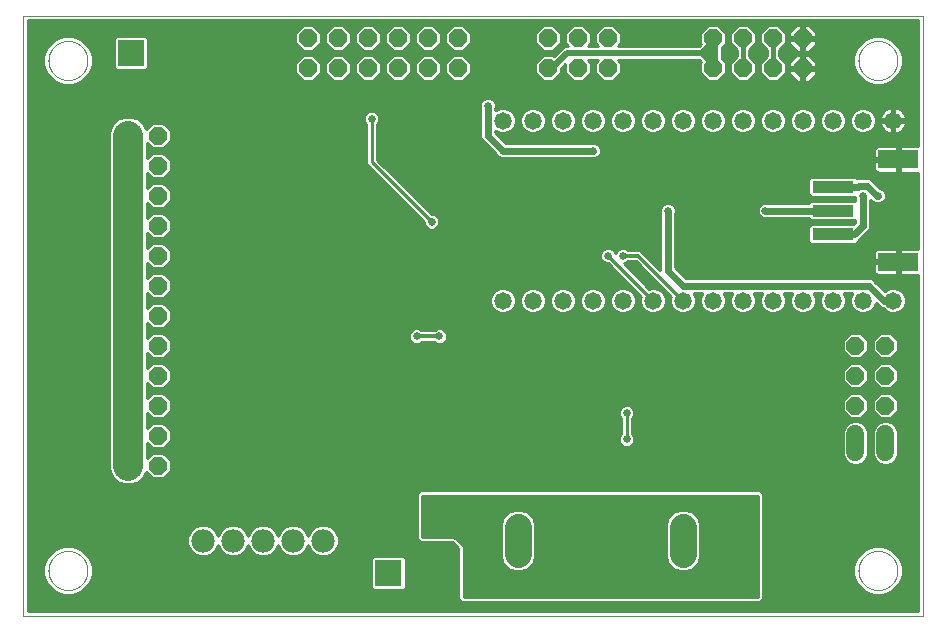
<source format=gbl>
G75*
%MOIN*%
%OFA0B0*%
%FSLAX25Y25*%
%IPPOS*%
%LPD*%
%AMOC8*
5,1,8,0,0,1.08239X$1,22.5*
%
%ADD10C,0.00300*%
%ADD11R,0.09000X0.09000*%
%ADD12C,0.09000*%
%ADD13OC8,0.06000*%
%ADD14C,0.07800*%
%ADD15C,0.06000*%
%ADD16C,0.05800*%
%ADD17C,0.00000*%
%ADD18R,0.13780X0.03937*%
%ADD19R,0.13386X0.05906*%
%ADD20C,0.03169*%
%ADD21C,0.01000*%
%ADD22C,0.02578*%
%ADD23C,0.10000*%
%ADD24C,0.02400*%
%ADD25C,0.01600*%
%ADD26C,0.01200*%
%ADD27C,0.03200*%
%ADD28C,0.02000*%
D10*
X0330000Y0290000D02*
X0330000Y0490000D01*
X0630000Y0490000D01*
X0630000Y0290000D01*
X0330000Y0290000D01*
D11*
X0451730Y0304150D03*
X0468270Y0304150D03*
X0468270Y0325850D03*
X0451730Y0325850D03*
X0387725Y0477500D03*
X0366025Y0477500D03*
D12*
X0495000Y0319500D02*
X0495000Y0310500D01*
X0515000Y0310500D02*
X0515000Y0319500D01*
X0550000Y0319500D02*
X0550000Y0310500D01*
X0570000Y0310500D02*
X0570000Y0319500D01*
D13*
X0607500Y0360000D03*
X0617500Y0360000D03*
X0617500Y0370000D03*
X0617500Y0380000D03*
X0607500Y0380000D03*
X0607500Y0370000D03*
X0590000Y0472500D03*
X0590000Y0482500D03*
X0580000Y0482500D03*
X0580000Y0472500D03*
X0570000Y0472500D03*
X0570000Y0482500D03*
X0560000Y0482500D03*
X0560000Y0472500D03*
X0525000Y0472500D03*
X0525000Y0482500D03*
X0515000Y0482500D03*
X0515000Y0472500D03*
X0505000Y0472500D03*
X0505000Y0482500D03*
X0475000Y0482500D03*
X0475000Y0472500D03*
X0465000Y0472500D03*
X0465000Y0482500D03*
X0455000Y0482500D03*
X0455000Y0472500D03*
X0445000Y0472500D03*
X0445000Y0482500D03*
X0435000Y0482500D03*
X0435000Y0472500D03*
X0425000Y0472500D03*
X0425000Y0482500D03*
X0375000Y0450000D03*
X0365000Y0450000D03*
X0355000Y0450000D03*
X0355000Y0440000D03*
X0355000Y0430000D03*
X0365000Y0430000D03*
X0365000Y0440000D03*
X0375000Y0440000D03*
X0375000Y0430000D03*
X0375000Y0420000D03*
X0375000Y0410000D03*
X0375000Y0400000D03*
X0365000Y0400000D03*
X0365000Y0410000D03*
X0365000Y0420000D03*
X0355000Y0420000D03*
X0355000Y0410000D03*
X0355000Y0400000D03*
X0355000Y0390000D03*
X0355000Y0380000D03*
X0355000Y0370000D03*
X0365000Y0370000D03*
X0365000Y0380000D03*
X0365000Y0390000D03*
X0375000Y0390000D03*
X0375000Y0380000D03*
X0375000Y0370000D03*
X0375000Y0360000D03*
X0375000Y0350000D03*
X0375000Y0340000D03*
X0365000Y0340000D03*
X0365000Y0350000D03*
X0365000Y0360000D03*
X0355000Y0360000D03*
X0355000Y0350000D03*
X0355000Y0340000D03*
D14*
X0390000Y0315000D03*
X0400000Y0315000D03*
X0410000Y0315000D03*
X0420000Y0315000D03*
X0430000Y0315000D03*
D15*
X0607500Y0344500D02*
X0607500Y0350500D01*
X0617500Y0350500D02*
X0617500Y0344500D01*
D16*
X0620000Y0395000D03*
X0610000Y0395000D03*
X0600000Y0395000D03*
X0590000Y0395000D03*
X0580000Y0395000D03*
X0570000Y0395000D03*
X0560000Y0395000D03*
X0550000Y0395000D03*
X0540000Y0395000D03*
X0530000Y0395000D03*
X0520000Y0395000D03*
X0510000Y0395000D03*
X0500000Y0395000D03*
X0490000Y0395000D03*
X0490000Y0455000D03*
X0500000Y0455000D03*
X0510000Y0455000D03*
X0520000Y0455000D03*
X0530000Y0455000D03*
X0540000Y0455000D03*
X0550000Y0455000D03*
X0560000Y0455000D03*
X0570000Y0455000D03*
X0580000Y0455000D03*
X0590000Y0455000D03*
X0600000Y0455000D03*
X0610000Y0455000D03*
X0620000Y0455000D03*
D17*
X0608500Y0475000D02*
X0608502Y0475161D01*
X0608508Y0475321D01*
X0608518Y0475482D01*
X0608532Y0475642D01*
X0608550Y0475802D01*
X0608571Y0475961D01*
X0608597Y0476120D01*
X0608627Y0476278D01*
X0608660Y0476435D01*
X0608698Y0476592D01*
X0608739Y0476747D01*
X0608784Y0476901D01*
X0608833Y0477054D01*
X0608886Y0477206D01*
X0608942Y0477357D01*
X0609003Y0477506D01*
X0609066Y0477654D01*
X0609134Y0477800D01*
X0609205Y0477944D01*
X0609279Y0478086D01*
X0609357Y0478227D01*
X0609439Y0478365D01*
X0609524Y0478502D01*
X0609612Y0478636D01*
X0609704Y0478768D01*
X0609799Y0478898D01*
X0609897Y0479026D01*
X0609998Y0479151D01*
X0610102Y0479273D01*
X0610209Y0479393D01*
X0610319Y0479510D01*
X0610432Y0479625D01*
X0610548Y0479736D01*
X0610667Y0479845D01*
X0610788Y0479950D01*
X0610912Y0480053D01*
X0611038Y0480153D01*
X0611166Y0480249D01*
X0611297Y0480342D01*
X0611431Y0480432D01*
X0611566Y0480519D01*
X0611704Y0480602D01*
X0611843Y0480682D01*
X0611985Y0480758D01*
X0612128Y0480831D01*
X0612273Y0480900D01*
X0612420Y0480966D01*
X0612568Y0481028D01*
X0612718Y0481086D01*
X0612869Y0481141D01*
X0613022Y0481192D01*
X0613176Y0481239D01*
X0613331Y0481282D01*
X0613487Y0481321D01*
X0613643Y0481357D01*
X0613801Y0481388D01*
X0613959Y0481416D01*
X0614118Y0481440D01*
X0614278Y0481460D01*
X0614438Y0481476D01*
X0614598Y0481488D01*
X0614759Y0481496D01*
X0614920Y0481500D01*
X0615080Y0481500D01*
X0615241Y0481496D01*
X0615402Y0481488D01*
X0615562Y0481476D01*
X0615722Y0481460D01*
X0615882Y0481440D01*
X0616041Y0481416D01*
X0616199Y0481388D01*
X0616357Y0481357D01*
X0616513Y0481321D01*
X0616669Y0481282D01*
X0616824Y0481239D01*
X0616978Y0481192D01*
X0617131Y0481141D01*
X0617282Y0481086D01*
X0617432Y0481028D01*
X0617580Y0480966D01*
X0617727Y0480900D01*
X0617872Y0480831D01*
X0618015Y0480758D01*
X0618157Y0480682D01*
X0618296Y0480602D01*
X0618434Y0480519D01*
X0618569Y0480432D01*
X0618703Y0480342D01*
X0618834Y0480249D01*
X0618962Y0480153D01*
X0619088Y0480053D01*
X0619212Y0479950D01*
X0619333Y0479845D01*
X0619452Y0479736D01*
X0619568Y0479625D01*
X0619681Y0479510D01*
X0619791Y0479393D01*
X0619898Y0479273D01*
X0620002Y0479151D01*
X0620103Y0479026D01*
X0620201Y0478898D01*
X0620296Y0478768D01*
X0620388Y0478636D01*
X0620476Y0478502D01*
X0620561Y0478365D01*
X0620643Y0478227D01*
X0620721Y0478086D01*
X0620795Y0477944D01*
X0620866Y0477800D01*
X0620934Y0477654D01*
X0620997Y0477506D01*
X0621058Y0477357D01*
X0621114Y0477206D01*
X0621167Y0477054D01*
X0621216Y0476901D01*
X0621261Y0476747D01*
X0621302Y0476592D01*
X0621340Y0476435D01*
X0621373Y0476278D01*
X0621403Y0476120D01*
X0621429Y0475961D01*
X0621450Y0475802D01*
X0621468Y0475642D01*
X0621482Y0475482D01*
X0621492Y0475321D01*
X0621498Y0475161D01*
X0621500Y0475000D01*
X0621498Y0474839D01*
X0621492Y0474679D01*
X0621482Y0474518D01*
X0621468Y0474358D01*
X0621450Y0474198D01*
X0621429Y0474039D01*
X0621403Y0473880D01*
X0621373Y0473722D01*
X0621340Y0473565D01*
X0621302Y0473408D01*
X0621261Y0473253D01*
X0621216Y0473099D01*
X0621167Y0472946D01*
X0621114Y0472794D01*
X0621058Y0472643D01*
X0620997Y0472494D01*
X0620934Y0472346D01*
X0620866Y0472200D01*
X0620795Y0472056D01*
X0620721Y0471914D01*
X0620643Y0471773D01*
X0620561Y0471635D01*
X0620476Y0471498D01*
X0620388Y0471364D01*
X0620296Y0471232D01*
X0620201Y0471102D01*
X0620103Y0470974D01*
X0620002Y0470849D01*
X0619898Y0470727D01*
X0619791Y0470607D01*
X0619681Y0470490D01*
X0619568Y0470375D01*
X0619452Y0470264D01*
X0619333Y0470155D01*
X0619212Y0470050D01*
X0619088Y0469947D01*
X0618962Y0469847D01*
X0618834Y0469751D01*
X0618703Y0469658D01*
X0618569Y0469568D01*
X0618434Y0469481D01*
X0618296Y0469398D01*
X0618157Y0469318D01*
X0618015Y0469242D01*
X0617872Y0469169D01*
X0617727Y0469100D01*
X0617580Y0469034D01*
X0617432Y0468972D01*
X0617282Y0468914D01*
X0617131Y0468859D01*
X0616978Y0468808D01*
X0616824Y0468761D01*
X0616669Y0468718D01*
X0616513Y0468679D01*
X0616357Y0468643D01*
X0616199Y0468612D01*
X0616041Y0468584D01*
X0615882Y0468560D01*
X0615722Y0468540D01*
X0615562Y0468524D01*
X0615402Y0468512D01*
X0615241Y0468504D01*
X0615080Y0468500D01*
X0614920Y0468500D01*
X0614759Y0468504D01*
X0614598Y0468512D01*
X0614438Y0468524D01*
X0614278Y0468540D01*
X0614118Y0468560D01*
X0613959Y0468584D01*
X0613801Y0468612D01*
X0613643Y0468643D01*
X0613487Y0468679D01*
X0613331Y0468718D01*
X0613176Y0468761D01*
X0613022Y0468808D01*
X0612869Y0468859D01*
X0612718Y0468914D01*
X0612568Y0468972D01*
X0612420Y0469034D01*
X0612273Y0469100D01*
X0612128Y0469169D01*
X0611985Y0469242D01*
X0611843Y0469318D01*
X0611704Y0469398D01*
X0611566Y0469481D01*
X0611431Y0469568D01*
X0611297Y0469658D01*
X0611166Y0469751D01*
X0611038Y0469847D01*
X0610912Y0469947D01*
X0610788Y0470050D01*
X0610667Y0470155D01*
X0610548Y0470264D01*
X0610432Y0470375D01*
X0610319Y0470490D01*
X0610209Y0470607D01*
X0610102Y0470727D01*
X0609998Y0470849D01*
X0609897Y0470974D01*
X0609799Y0471102D01*
X0609704Y0471232D01*
X0609612Y0471364D01*
X0609524Y0471498D01*
X0609439Y0471635D01*
X0609357Y0471773D01*
X0609279Y0471914D01*
X0609205Y0472056D01*
X0609134Y0472200D01*
X0609066Y0472346D01*
X0609003Y0472494D01*
X0608942Y0472643D01*
X0608886Y0472794D01*
X0608833Y0472946D01*
X0608784Y0473099D01*
X0608739Y0473253D01*
X0608698Y0473408D01*
X0608660Y0473565D01*
X0608627Y0473722D01*
X0608597Y0473880D01*
X0608571Y0474039D01*
X0608550Y0474198D01*
X0608532Y0474358D01*
X0608518Y0474518D01*
X0608508Y0474679D01*
X0608502Y0474839D01*
X0608500Y0475000D01*
X0608500Y0305000D02*
X0608502Y0305161D01*
X0608508Y0305321D01*
X0608518Y0305482D01*
X0608532Y0305642D01*
X0608550Y0305802D01*
X0608571Y0305961D01*
X0608597Y0306120D01*
X0608627Y0306278D01*
X0608660Y0306435D01*
X0608698Y0306592D01*
X0608739Y0306747D01*
X0608784Y0306901D01*
X0608833Y0307054D01*
X0608886Y0307206D01*
X0608942Y0307357D01*
X0609003Y0307506D01*
X0609066Y0307654D01*
X0609134Y0307800D01*
X0609205Y0307944D01*
X0609279Y0308086D01*
X0609357Y0308227D01*
X0609439Y0308365D01*
X0609524Y0308502D01*
X0609612Y0308636D01*
X0609704Y0308768D01*
X0609799Y0308898D01*
X0609897Y0309026D01*
X0609998Y0309151D01*
X0610102Y0309273D01*
X0610209Y0309393D01*
X0610319Y0309510D01*
X0610432Y0309625D01*
X0610548Y0309736D01*
X0610667Y0309845D01*
X0610788Y0309950D01*
X0610912Y0310053D01*
X0611038Y0310153D01*
X0611166Y0310249D01*
X0611297Y0310342D01*
X0611431Y0310432D01*
X0611566Y0310519D01*
X0611704Y0310602D01*
X0611843Y0310682D01*
X0611985Y0310758D01*
X0612128Y0310831D01*
X0612273Y0310900D01*
X0612420Y0310966D01*
X0612568Y0311028D01*
X0612718Y0311086D01*
X0612869Y0311141D01*
X0613022Y0311192D01*
X0613176Y0311239D01*
X0613331Y0311282D01*
X0613487Y0311321D01*
X0613643Y0311357D01*
X0613801Y0311388D01*
X0613959Y0311416D01*
X0614118Y0311440D01*
X0614278Y0311460D01*
X0614438Y0311476D01*
X0614598Y0311488D01*
X0614759Y0311496D01*
X0614920Y0311500D01*
X0615080Y0311500D01*
X0615241Y0311496D01*
X0615402Y0311488D01*
X0615562Y0311476D01*
X0615722Y0311460D01*
X0615882Y0311440D01*
X0616041Y0311416D01*
X0616199Y0311388D01*
X0616357Y0311357D01*
X0616513Y0311321D01*
X0616669Y0311282D01*
X0616824Y0311239D01*
X0616978Y0311192D01*
X0617131Y0311141D01*
X0617282Y0311086D01*
X0617432Y0311028D01*
X0617580Y0310966D01*
X0617727Y0310900D01*
X0617872Y0310831D01*
X0618015Y0310758D01*
X0618157Y0310682D01*
X0618296Y0310602D01*
X0618434Y0310519D01*
X0618569Y0310432D01*
X0618703Y0310342D01*
X0618834Y0310249D01*
X0618962Y0310153D01*
X0619088Y0310053D01*
X0619212Y0309950D01*
X0619333Y0309845D01*
X0619452Y0309736D01*
X0619568Y0309625D01*
X0619681Y0309510D01*
X0619791Y0309393D01*
X0619898Y0309273D01*
X0620002Y0309151D01*
X0620103Y0309026D01*
X0620201Y0308898D01*
X0620296Y0308768D01*
X0620388Y0308636D01*
X0620476Y0308502D01*
X0620561Y0308365D01*
X0620643Y0308227D01*
X0620721Y0308086D01*
X0620795Y0307944D01*
X0620866Y0307800D01*
X0620934Y0307654D01*
X0620997Y0307506D01*
X0621058Y0307357D01*
X0621114Y0307206D01*
X0621167Y0307054D01*
X0621216Y0306901D01*
X0621261Y0306747D01*
X0621302Y0306592D01*
X0621340Y0306435D01*
X0621373Y0306278D01*
X0621403Y0306120D01*
X0621429Y0305961D01*
X0621450Y0305802D01*
X0621468Y0305642D01*
X0621482Y0305482D01*
X0621492Y0305321D01*
X0621498Y0305161D01*
X0621500Y0305000D01*
X0621498Y0304839D01*
X0621492Y0304679D01*
X0621482Y0304518D01*
X0621468Y0304358D01*
X0621450Y0304198D01*
X0621429Y0304039D01*
X0621403Y0303880D01*
X0621373Y0303722D01*
X0621340Y0303565D01*
X0621302Y0303408D01*
X0621261Y0303253D01*
X0621216Y0303099D01*
X0621167Y0302946D01*
X0621114Y0302794D01*
X0621058Y0302643D01*
X0620997Y0302494D01*
X0620934Y0302346D01*
X0620866Y0302200D01*
X0620795Y0302056D01*
X0620721Y0301914D01*
X0620643Y0301773D01*
X0620561Y0301635D01*
X0620476Y0301498D01*
X0620388Y0301364D01*
X0620296Y0301232D01*
X0620201Y0301102D01*
X0620103Y0300974D01*
X0620002Y0300849D01*
X0619898Y0300727D01*
X0619791Y0300607D01*
X0619681Y0300490D01*
X0619568Y0300375D01*
X0619452Y0300264D01*
X0619333Y0300155D01*
X0619212Y0300050D01*
X0619088Y0299947D01*
X0618962Y0299847D01*
X0618834Y0299751D01*
X0618703Y0299658D01*
X0618569Y0299568D01*
X0618434Y0299481D01*
X0618296Y0299398D01*
X0618157Y0299318D01*
X0618015Y0299242D01*
X0617872Y0299169D01*
X0617727Y0299100D01*
X0617580Y0299034D01*
X0617432Y0298972D01*
X0617282Y0298914D01*
X0617131Y0298859D01*
X0616978Y0298808D01*
X0616824Y0298761D01*
X0616669Y0298718D01*
X0616513Y0298679D01*
X0616357Y0298643D01*
X0616199Y0298612D01*
X0616041Y0298584D01*
X0615882Y0298560D01*
X0615722Y0298540D01*
X0615562Y0298524D01*
X0615402Y0298512D01*
X0615241Y0298504D01*
X0615080Y0298500D01*
X0614920Y0298500D01*
X0614759Y0298504D01*
X0614598Y0298512D01*
X0614438Y0298524D01*
X0614278Y0298540D01*
X0614118Y0298560D01*
X0613959Y0298584D01*
X0613801Y0298612D01*
X0613643Y0298643D01*
X0613487Y0298679D01*
X0613331Y0298718D01*
X0613176Y0298761D01*
X0613022Y0298808D01*
X0612869Y0298859D01*
X0612718Y0298914D01*
X0612568Y0298972D01*
X0612420Y0299034D01*
X0612273Y0299100D01*
X0612128Y0299169D01*
X0611985Y0299242D01*
X0611843Y0299318D01*
X0611704Y0299398D01*
X0611566Y0299481D01*
X0611431Y0299568D01*
X0611297Y0299658D01*
X0611166Y0299751D01*
X0611038Y0299847D01*
X0610912Y0299947D01*
X0610788Y0300050D01*
X0610667Y0300155D01*
X0610548Y0300264D01*
X0610432Y0300375D01*
X0610319Y0300490D01*
X0610209Y0300607D01*
X0610102Y0300727D01*
X0609998Y0300849D01*
X0609897Y0300974D01*
X0609799Y0301102D01*
X0609704Y0301232D01*
X0609612Y0301364D01*
X0609524Y0301498D01*
X0609439Y0301635D01*
X0609357Y0301773D01*
X0609279Y0301914D01*
X0609205Y0302056D01*
X0609134Y0302200D01*
X0609066Y0302346D01*
X0609003Y0302494D01*
X0608942Y0302643D01*
X0608886Y0302794D01*
X0608833Y0302946D01*
X0608784Y0303099D01*
X0608739Y0303253D01*
X0608698Y0303408D01*
X0608660Y0303565D01*
X0608627Y0303722D01*
X0608597Y0303880D01*
X0608571Y0304039D01*
X0608550Y0304198D01*
X0608532Y0304358D01*
X0608518Y0304518D01*
X0608508Y0304679D01*
X0608502Y0304839D01*
X0608500Y0305000D01*
X0338500Y0305000D02*
X0338502Y0305161D01*
X0338508Y0305321D01*
X0338518Y0305482D01*
X0338532Y0305642D01*
X0338550Y0305802D01*
X0338571Y0305961D01*
X0338597Y0306120D01*
X0338627Y0306278D01*
X0338660Y0306435D01*
X0338698Y0306592D01*
X0338739Y0306747D01*
X0338784Y0306901D01*
X0338833Y0307054D01*
X0338886Y0307206D01*
X0338942Y0307357D01*
X0339003Y0307506D01*
X0339066Y0307654D01*
X0339134Y0307800D01*
X0339205Y0307944D01*
X0339279Y0308086D01*
X0339357Y0308227D01*
X0339439Y0308365D01*
X0339524Y0308502D01*
X0339612Y0308636D01*
X0339704Y0308768D01*
X0339799Y0308898D01*
X0339897Y0309026D01*
X0339998Y0309151D01*
X0340102Y0309273D01*
X0340209Y0309393D01*
X0340319Y0309510D01*
X0340432Y0309625D01*
X0340548Y0309736D01*
X0340667Y0309845D01*
X0340788Y0309950D01*
X0340912Y0310053D01*
X0341038Y0310153D01*
X0341166Y0310249D01*
X0341297Y0310342D01*
X0341431Y0310432D01*
X0341566Y0310519D01*
X0341704Y0310602D01*
X0341843Y0310682D01*
X0341985Y0310758D01*
X0342128Y0310831D01*
X0342273Y0310900D01*
X0342420Y0310966D01*
X0342568Y0311028D01*
X0342718Y0311086D01*
X0342869Y0311141D01*
X0343022Y0311192D01*
X0343176Y0311239D01*
X0343331Y0311282D01*
X0343487Y0311321D01*
X0343643Y0311357D01*
X0343801Y0311388D01*
X0343959Y0311416D01*
X0344118Y0311440D01*
X0344278Y0311460D01*
X0344438Y0311476D01*
X0344598Y0311488D01*
X0344759Y0311496D01*
X0344920Y0311500D01*
X0345080Y0311500D01*
X0345241Y0311496D01*
X0345402Y0311488D01*
X0345562Y0311476D01*
X0345722Y0311460D01*
X0345882Y0311440D01*
X0346041Y0311416D01*
X0346199Y0311388D01*
X0346357Y0311357D01*
X0346513Y0311321D01*
X0346669Y0311282D01*
X0346824Y0311239D01*
X0346978Y0311192D01*
X0347131Y0311141D01*
X0347282Y0311086D01*
X0347432Y0311028D01*
X0347580Y0310966D01*
X0347727Y0310900D01*
X0347872Y0310831D01*
X0348015Y0310758D01*
X0348157Y0310682D01*
X0348296Y0310602D01*
X0348434Y0310519D01*
X0348569Y0310432D01*
X0348703Y0310342D01*
X0348834Y0310249D01*
X0348962Y0310153D01*
X0349088Y0310053D01*
X0349212Y0309950D01*
X0349333Y0309845D01*
X0349452Y0309736D01*
X0349568Y0309625D01*
X0349681Y0309510D01*
X0349791Y0309393D01*
X0349898Y0309273D01*
X0350002Y0309151D01*
X0350103Y0309026D01*
X0350201Y0308898D01*
X0350296Y0308768D01*
X0350388Y0308636D01*
X0350476Y0308502D01*
X0350561Y0308365D01*
X0350643Y0308227D01*
X0350721Y0308086D01*
X0350795Y0307944D01*
X0350866Y0307800D01*
X0350934Y0307654D01*
X0350997Y0307506D01*
X0351058Y0307357D01*
X0351114Y0307206D01*
X0351167Y0307054D01*
X0351216Y0306901D01*
X0351261Y0306747D01*
X0351302Y0306592D01*
X0351340Y0306435D01*
X0351373Y0306278D01*
X0351403Y0306120D01*
X0351429Y0305961D01*
X0351450Y0305802D01*
X0351468Y0305642D01*
X0351482Y0305482D01*
X0351492Y0305321D01*
X0351498Y0305161D01*
X0351500Y0305000D01*
X0351498Y0304839D01*
X0351492Y0304679D01*
X0351482Y0304518D01*
X0351468Y0304358D01*
X0351450Y0304198D01*
X0351429Y0304039D01*
X0351403Y0303880D01*
X0351373Y0303722D01*
X0351340Y0303565D01*
X0351302Y0303408D01*
X0351261Y0303253D01*
X0351216Y0303099D01*
X0351167Y0302946D01*
X0351114Y0302794D01*
X0351058Y0302643D01*
X0350997Y0302494D01*
X0350934Y0302346D01*
X0350866Y0302200D01*
X0350795Y0302056D01*
X0350721Y0301914D01*
X0350643Y0301773D01*
X0350561Y0301635D01*
X0350476Y0301498D01*
X0350388Y0301364D01*
X0350296Y0301232D01*
X0350201Y0301102D01*
X0350103Y0300974D01*
X0350002Y0300849D01*
X0349898Y0300727D01*
X0349791Y0300607D01*
X0349681Y0300490D01*
X0349568Y0300375D01*
X0349452Y0300264D01*
X0349333Y0300155D01*
X0349212Y0300050D01*
X0349088Y0299947D01*
X0348962Y0299847D01*
X0348834Y0299751D01*
X0348703Y0299658D01*
X0348569Y0299568D01*
X0348434Y0299481D01*
X0348296Y0299398D01*
X0348157Y0299318D01*
X0348015Y0299242D01*
X0347872Y0299169D01*
X0347727Y0299100D01*
X0347580Y0299034D01*
X0347432Y0298972D01*
X0347282Y0298914D01*
X0347131Y0298859D01*
X0346978Y0298808D01*
X0346824Y0298761D01*
X0346669Y0298718D01*
X0346513Y0298679D01*
X0346357Y0298643D01*
X0346199Y0298612D01*
X0346041Y0298584D01*
X0345882Y0298560D01*
X0345722Y0298540D01*
X0345562Y0298524D01*
X0345402Y0298512D01*
X0345241Y0298504D01*
X0345080Y0298500D01*
X0344920Y0298500D01*
X0344759Y0298504D01*
X0344598Y0298512D01*
X0344438Y0298524D01*
X0344278Y0298540D01*
X0344118Y0298560D01*
X0343959Y0298584D01*
X0343801Y0298612D01*
X0343643Y0298643D01*
X0343487Y0298679D01*
X0343331Y0298718D01*
X0343176Y0298761D01*
X0343022Y0298808D01*
X0342869Y0298859D01*
X0342718Y0298914D01*
X0342568Y0298972D01*
X0342420Y0299034D01*
X0342273Y0299100D01*
X0342128Y0299169D01*
X0341985Y0299242D01*
X0341843Y0299318D01*
X0341704Y0299398D01*
X0341566Y0299481D01*
X0341431Y0299568D01*
X0341297Y0299658D01*
X0341166Y0299751D01*
X0341038Y0299847D01*
X0340912Y0299947D01*
X0340788Y0300050D01*
X0340667Y0300155D01*
X0340548Y0300264D01*
X0340432Y0300375D01*
X0340319Y0300490D01*
X0340209Y0300607D01*
X0340102Y0300727D01*
X0339998Y0300849D01*
X0339897Y0300974D01*
X0339799Y0301102D01*
X0339704Y0301232D01*
X0339612Y0301364D01*
X0339524Y0301498D01*
X0339439Y0301635D01*
X0339357Y0301773D01*
X0339279Y0301914D01*
X0339205Y0302056D01*
X0339134Y0302200D01*
X0339066Y0302346D01*
X0339003Y0302494D01*
X0338942Y0302643D01*
X0338886Y0302794D01*
X0338833Y0302946D01*
X0338784Y0303099D01*
X0338739Y0303253D01*
X0338698Y0303408D01*
X0338660Y0303565D01*
X0338627Y0303722D01*
X0338597Y0303880D01*
X0338571Y0304039D01*
X0338550Y0304198D01*
X0338532Y0304358D01*
X0338518Y0304518D01*
X0338508Y0304679D01*
X0338502Y0304839D01*
X0338500Y0305000D01*
X0338500Y0475000D02*
X0338502Y0475161D01*
X0338508Y0475321D01*
X0338518Y0475482D01*
X0338532Y0475642D01*
X0338550Y0475802D01*
X0338571Y0475961D01*
X0338597Y0476120D01*
X0338627Y0476278D01*
X0338660Y0476435D01*
X0338698Y0476592D01*
X0338739Y0476747D01*
X0338784Y0476901D01*
X0338833Y0477054D01*
X0338886Y0477206D01*
X0338942Y0477357D01*
X0339003Y0477506D01*
X0339066Y0477654D01*
X0339134Y0477800D01*
X0339205Y0477944D01*
X0339279Y0478086D01*
X0339357Y0478227D01*
X0339439Y0478365D01*
X0339524Y0478502D01*
X0339612Y0478636D01*
X0339704Y0478768D01*
X0339799Y0478898D01*
X0339897Y0479026D01*
X0339998Y0479151D01*
X0340102Y0479273D01*
X0340209Y0479393D01*
X0340319Y0479510D01*
X0340432Y0479625D01*
X0340548Y0479736D01*
X0340667Y0479845D01*
X0340788Y0479950D01*
X0340912Y0480053D01*
X0341038Y0480153D01*
X0341166Y0480249D01*
X0341297Y0480342D01*
X0341431Y0480432D01*
X0341566Y0480519D01*
X0341704Y0480602D01*
X0341843Y0480682D01*
X0341985Y0480758D01*
X0342128Y0480831D01*
X0342273Y0480900D01*
X0342420Y0480966D01*
X0342568Y0481028D01*
X0342718Y0481086D01*
X0342869Y0481141D01*
X0343022Y0481192D01*
X0343176Y0481239D01*
X0343331Y0481282D01*
X0343487Y0481321D01*
X0343643Y0481357D01*
X0343801Y0481388D01*
X0343959Y0481416D01*
X0344118Y0481440D01*
X0344278Y0481460D01*
X0344438Y0481476D01*
X0344598Y0481488D01*
X0344759Y0481496D01*
X0344920Y0481500D01*
X0345080Y0481500D01*
X0345241Y0481496D01*
X0345402Y0481488D01*
X0345562Y0481476D01*
X0345722Y0481460D01*
X0345882Y0481440D01*
X0346041Y0481416D01*
X0346199Y0481388D01*
X0346357Y0481357D01*
X0346513Y0481321D01*
X0346669Y0481282D01*
X0346824Y0481239D01*
X0346978Y0481192D01*
X0347131Y0481141D01*
X0347282Y0481086D01*
X0347432Y0481028D01*
X0347580Y0480966D01*
X0347727Y0480900D01*
X0347872Y0480831D01*
X0348015Y0480758D01*
X0348157Y0480682D01*
X0348296Y0480602D01*
X0348434Y0480519D01*
X0348569Y0480432D01*
X0348703Y0480342D01*
X0348834Y0480249D01*
X0348962Y0480153D01*
X0349088Y0480053D01*
X0349212Y0479950D01*
X0349333Y0479845D01*
X0349452Y0479736D01*
X0349568Y0479625D01*
X0349681Y0479510D01*
X0349791Y0479393D01*
X0349898Y0479273D01*
X0350002Y0479151D01*
X0350103Y0479026D01*
X0350201Y0478898D01*
X0350296Y0478768D01*
X0350388Y0478636D01*
X0350476Y0478502D01*
X0350561Y0478365D01*
X0350643Y0478227D01*
X0350721Y0478086D01*
X0350795Y0477944D01*
X0350866Y0477800D01*
X0350934Y0477654D01*
X0350997Y0477506D01*
X0351058Y0477357D01*
X0351114Y0477206D01*
X0351167Y0477054D01*
X0351216Y0476901D01*
X0351261Y0476747D01*
X0351302Y0476592D01*
X0351340Y0476435D01*
X0351373Y0476278D01*
X0351403Y0476120D01*
X0351429Y0475961D01*
X0351450Y0475802D01*
X0351468Y0475642D01*
X0351482Y0475482D01*
X0351492Y0475321D01*
X0351498Y0475161D01*
X0351500Y0475000D01*
X0351498Y0474839D01*
X0351492Y0474679D01*
X0351482Y0474518D01*
X0351468Y0474358D01*
X0351450Y0474198D01*
X0351429Y0474039D01*
X0351403Y0473880D01*
X0351373Y0473722D01*
X0351340Y0473565D01*
X0351302Y0473408D01*
X0351261Y0473253D01*
X0351216Y0473099D01*
X0351167Y0472946D01*
X0351114Y0472794D01*
X0351058Y0472643D01*
X0350997Y0472494D01*
X0350934Y0472346D01*
X0350866Y0472200D01*
X0350795Y0472056D01*
X0350721Y0471914D01*
X0350643Y0471773D01*
X0350561Y0471635D01*
X0350476Y0471498D01*
X0350388Y0471364D01*
X0350296Y0471232D01*
X0350201Y0471102D01*
X0350103Y0470974D01*
X0350002Y0470849D01*
X0349898Y0470727D01*
X0349791Y0470607D01*
X0349681Y0470490D01*
X0349568Y0470375D01*
X0349452Y0470264D01*
X0349333Y0470155D01*
X0349212Y0470050D01*
X0349088Y0469947D01*
X0348962Y0469847D01*
X0348834Y0469751D01*
X0348703Y0469658D01*
X0348569Y0469568D01*
X0348434Y0469481D01*
X0348296Y0469398D01*
X0348157Y0469318D01*
X0348015Y0469242D01*
X0347872Y0469169D01*
X0347727Y0469100D01*
X0347580Y0469034D01*
X0347432Y0468972D01*
X0347282Y0468914D01*
X0347131Y0468859D01*
X0346978Y0468808D01*
X0346824Y0468761D01*
X0346669Y0468718D01*
X0346513Y0468679D01*
X0346357Y0468643D01*
X0346199Y0468612D01*
X0346041Y0468584D01*
X0345882Y0468560D01*
X0345722Y0468540D01*
X0345562Y0468524D01*
X0345402Y0468512D01*
X0345241Y0468504D01*
X0345080Y0468500D01*
X0344920Y0468500D01*
X0344759Y0468504D01*
X0344598Y0468512D01*
X0344438Y0468524D01*
X0344278Y0468540D01*
X0344118Y0468560D01*
X0343959Y0468584D01*
X0343801Y0468612D01*
X0343643Y0468643D01*
X0343487Y0468679D01*
X0343331Y0468718D01*
X0343176Y0468761D01*
X0343022Y0468808D01*
X0342869Y0468859D01*
X0342718Y0468914D01*
X0342568Y0468972D01*
X0342420Y0469034D01*
X0342273Y0469100D01*
X0342128Y0469169D01*
X0341985Y0469242D01*
X0341843Y0469318D01*
X0341704Y0469398D01*
X0341566Y0469481D01*
X0341431Y0469568D01*
X0341297Y0469658D01*
X0341166Y0469751D01*
X0341038Y0469847D01*
X0340912Y0469947D01*
X0340788Y0470050D01*
X0340667Y0470155D01*
X0340548Y0470264D01*
X0340432Y0470375D01*
X0340319Y0470490D01*
X0340209Y0470607D01*
X0340102Y0470727D01*
X0339998Y0470849D01*
X0339897Y0470974D01*
X0339799Y0471102D01*
X0339704Y0471232D01*
X0339612Y0471364D01*
X0339524Y0471498D01*
X0339439Y0471635D01*
X0339357Y0471773D01*
X0339279Y0471914D01*
X0339205Y0472056D01*
X0339134Y0472200D01*
X0339066Y0472346D01*
X0339003Y0472494D01*
X0338942Y0472643D01*
X0338886Y0472794D01*
X0338833Y0472946D01*
X0338784Y0473099D01*
X0338739Y0473253D01*
X0338698Y0473408D01*
X0338660Y0473565D01*
X0338627Y0473722D01*
X0338597Y0473880D01*
X0338571Y0474039D01*
X0338550Y0474198D01*
X0338532Y0474358D01*
X0338518Y0474518D01*
X0338508Y0474679D01*
X0338502Y0474839D01*
X0338500Y0475000D01*
D18*
X0599985Y0432874D03*
X0599985Y0425000D03*
X0599985Y0417126D03*
D19*
X0621836Y0407874D03*
X0621836Y0442126D03*
D20*
X0557500Y0369375D03*
X0552500Y0369375D03*
X0547500Y0369375D03*
X0542500Y0369375D03*
X0537500Y0369375D03*
X0502500Y0369375D03*
X0497500Y0369375D03*
X0492500Y0369375D03*
X0487500Y0369375D03*
X0482500Y0369375D03*
X0422500Y0367500D03*
X0422500Y0362500D03*
X0422500Y0372500D03*
X0412500Y0372500D03*
X0412500Y0367500D03*
X0412500Y0362500D03*
X0402500Y0362500D03*
X0402500Y0367500D03*
X0402500Y0372500D03*
X0392500Y0372500D03*
X0392500Y0367500D03*
X0392500Y0362500D03*
D21*
X0379300Y0361781D02*
X0379300Y0358219D01*
X0376781Y0355700D01*
X0373219Y0355700D01*
X0371300Y0357619D01*
X0371300Y0352381D01*
X0373219Y0354300D01*
X0376781Y0354300D01*
X0379300Y0351781D01*
X0379300Y0348219D01*
X0376781Y0345700D01*
X0373219Y0345700D01*
X0371300Y0347619D01*
X0371300Y0342381D01*
X0373219Y0344300D01*
X0376781Y0344300D01*
X0379300Y0341781D01*
X0379300Y0338219D01*
X0376781Y0335700D01*
X0373219Y0335700D01*
X0370970Y0337949D01*
X0370341Y0336431D01*
X0368569Y0334659D01*
X0366253Y0333700D01*
X0363747Y0333700D01*
X0361431Y0334659D01*
X0359659Y0336431D01*
X0359113Y0337749D01*
X0356864Y0335500D01*
X0355500Y0335500D01*
X0355500Y0339500D01*
X0354500Y0339500D01*
X0354500Y0335500D01*
X0353136Y0335500D01*
X0350500Y0338136D01*
X0350500Y0339500D01*
X0354500Y0339500D01*
X0354500Y0340500D01*
X0354500Y0344500D01*
X0353136Y0344500D01*
X0350500Y0341864D01*
X0350500Y0340500D01*
X0354500Y0340500D01*
X0355500Y0340500D01*
X0355500Y0344500D01*
X0356864Y0344500D01*
X0358700Y0342664D01*
X0358700Y0347336D01*
X0356864Y0345500D01*
X0355500Y0345500D01*
X0355500Y0349500D01*
X0354500Y0349500D01*
X0354500Y0345500D01*
X0353136Y0345500D01*
X0350500Y0348136D01*
X0350500Y0349500D01*
X0354500Y0349500D01*
X0354500Y0350500D01*
X0354500Y0354500D01*
X0353136Y0354500D01*
X0350500Y0351864D01*
X0350500Y0350500D01*
X0354500Y0350500D01*
X0355500Y0350500D01*
X0355500Y0354500D01*
X0356864Y0354500D01*
X0358700Y0352664D01*
X0358700Y0357336D01*
X0356864Y0355500D01*
X0355500Y0355500D01*
X0355500Y0359500D01*
X0354500Y0359500D01*
X0354500Y0355500D01*
X0353136Y0355500D01*
X0350500Y0358136D01*
X0350500Y0359500D01*
X0354500Y0359500D01*
X0354500Y0360500D01*
X0354500Y0364500D01*
X0353136Y0364500D01*
X0350500Y0361864D01*
X0350500Y0360500D01*
X0354500Y0360500D01*
X0355500Y0360500D01*
X0355500Y0364500D01*
X0356864Y0364500D01*
X0358700Y0362664D01*
X0358700Y0367336D01*
X0356864Y0365500D01*
X0355500Y0365500D01*
X0355500Y0369500D01*
X0354500Y0369500D01*
X0354500Y0365500D01*
X0353136Y0365500D01*
X0350500Y0368136D01*
X0350500Y0369500D01*
X0354500Y0369500D01*
X0354500Y0370500D01*
X0354500Y0374500D01*
X0353136Y0374500D01*
X0350500Y0371864D01*
X0350500Y0370500D01*
X0354500Y0370500D01*
X0355500Y0370500D01*
X0355500Y0374500D01*
X0356864Y0374500D01*
X0358700Y0372664D01*
X0358700Y0377336D01*
X0356864Y0375500D01*
X0355500Y0375500D01*
X0355500Y0379500D01*
X0354500Y0379500D01*
X0354500Y0375500D01*
X0353136Y0375500D01*
X0350500Y0378136D01*
X0350500Y0379500D01*
X0354500Y0379500D01*
X0354500Y0380500D01*
X0354500Y0384500D01*
X0353136Y0384500D01*
X0350500Y0381864D01*
X0350500Y0380500D01*
X0354500Y0380500D01*
X0355500Y0380500D01*
X0355500Y0384500D01*
X0356864Y0384500D01*
X0358700Y0382664D01*
X0358700Y0387336D01*
X0356864Y0385500D01*
X0355500Y0385500D01*
X0355500Y0389500D01*
X0354500Y0389500D01*
X0354500Y0385500D01*
X0353136Y0385500D01*
X0350500Y0388136D01*
X0350500Y0389500D01*
X0354500Y0389500D01*
X0354500Y0390500D01*
X0354500Y0394500D01*
X0353136Y0394500D01*
X0350500Y0391864D01*
X0350500Y0390500D01*
X0354500Y0390500D01*
X0355500Y0390500D01*
X0355500Y0394500D01*
X0356864Y0394500D01*
X0358700Y0392664D01*
X0358700Y0397336D01*
X0356864Y0395500D01*
X0355500Y0395500D01*
X0355500Y0399500D01*
X0354500Y0399500D01*
X0354500Y0395500D01*
X0353136Y0395500D01*
X0350500Y0398136D01*
X0350500Y0399500D01*
X0354500Y0399500D01*
X0354500Y0400500D01*
X0354500Y0404500D01*
X0353136Y0404500D01*
X0350500Y0401864D01*
X0350500Y0400500D01*
X0354500Y0400500D01*
X0355500Y0400500D01*
X0355500Y0404500D01*
X0356864Y0404500D01*
X0358700Y0402664D01*
X0358700Y0407336D01*
X0356864Y0405500D01*
X0355500Y0405500D01*
X0355500Y0409500D01*
X0354500Y0409500D01*
X0354500Y0405500D01*
X0353136Y0405500D01*
X0350500Y0408136D01*
X0350500Y0409500D01*
X0354500Y0409500D01*
X0354500Y0410500D01*
X0354500Y0414500D01*
X0353136Y0414500D01*
X0350500Y0411864D01*
X0350500Y0410500D01*
X0354500Y0410500D01*
X0355500Y0410500D01*
X0355500Y0414500D01*
X0356864Y0414500D01*
X0358700Y0412664D01*
X0358700Y0417336D01*
X0356864Y0415500D01*
X0355500Y0415500D01*
X0355500Y0419500D01*
X0354500Y0419500D01*
X0354500Y0415500D01*
X0353136Y0415500D01*
X0350500Y0418136D01*
X0350500Y0419500D01*
X0354500Y0419500D01*
X0354500Y0420500D01*
X0354500Y0424500D01*
X0353136Y0424500D01*
X0350500Y0421864D01*
X0350500Y0420500D01*
X0354500Y0420500D01*
X0355500Y0420500D01*
X0355500Y0424500D01*
X0356864Y0424500D01*
X0358700Y0422664D01*
X0358700Y0427336D01*
X0356864Y0425500D01*
X0355500Y0425500D01*
X0355500Y0429500D01*
X0354500Y0429500D01*
X0354500Y0425500D01*
X0353136Y0425500D01*
X0350500Y0428136D01*
X0350500Y0429500D01*
X0354500Y0429500D01*
X0354500Y0430500D01*
X0354500Y0434500D01*
X0353136Y0434500D01*
X0350500Y0431864D01*
X0350500Y0430500D01*
X0354500Y0430500D01*
X0355500Y0430500D01*
X0355500Y0434500D01*
X0356864Y0434500D01*
X0358700Y0432664D01*
X0358700Y0437336D01*
X0356864Y0435500D01*
X0355500Y0435500D01*
X0355500Y0439500D01*
X0354500Y0439500D01*
X0354500Y0435500D01*
X0353136Y0435500D01*
X0350500Y0438136D01*
X0350500Y0439500D01*
X0354500Y0439500D01*
X0354500Y0440500D01*
X0354500Y0444500D01*
X0353136Y0444500D01*
X0350500Y0441864D01*
X0350500Y0440500D01*
X0354500Y0440500D01*
X0355500Y0440500D01*
X0355500Y0444500D01*
X0356864Y0444500D01*
X0358700Y0442664D01*
X0358700Y0447336D01*
X0356864Y0445500D01*
X0355500Y0445500D01*
X0355500Y0449500D01*
X0354500Y0449500D01*
X0354500Y0445500D01*
X0353136Y0445500D01*
X0350500Y0448136D01*
X0350500Y0449500D01*
X0354500Y0449500D01*
X0354500Y0450500D01*
X0354500Y0454500D01*
X0353136Y0454500D01*
X0350500Y0451864D01*
X0350500Y0450500D01*
X0354500Y0450500D01*
X0355500Y0450500D01*
X0355500Y0454500D01*
X0356864Y0454500D01*
X0359113Y0452251D01*
X0359659Y0453569D01*
X0361431Y0455341D01*
X0363747Y0456300D01*
X0366253Y0456300D01*
X0368569Y0455341D01*
X0370341Y0453569D01*
X0370970Y0452051D01*
X0373219Y0454300D01*
X0376781Y0454300D01*
X0379300Y0451781D01*
X0379300Y0448219D01*
X0376781Y0445700D01*
X0373219Y0445700D01*
X0371300Y0447619D01*
X0371300Y0442381D01*
X0373219Y0444300D01*
X0376781Y0444300D01*
X0379300Y0441781D01*
X0379300Y0438219D01*
X0376781Y0435700D01*
X0373219Y0435700D01*
X0371300Y0437619D01*
X0371300Y0432381D01*
X0373219Y0434300D01*
X0376781Y0434300D01*
X0379300Y0431781D01*
X0379300Y0428219D01*
X0376781Y0425700D01*
X0373219Y0425700D01*
X0371300Y0427619D01*
X0371300Y0422381D01*
X0373219Y0424300D01*
X0376781Y0424300D01*
X0379300Y0421781D01*
X0379300Y0418219D01*
X0376781Y0415700D01*
X0373219Y0415700D01*
X0371300Y0417619D01*
X0371300Y0412381D01*
X0373219Y0414300D01*
X0376781Y0414300D01*
X0379300Y0411781D01*
X0379300Y0408219D01*
X0376781Y0405700D01*
X0373219Y0405700D01*
X0371300Y0407619D01*
X0371300Y0402381D01*
X0373219Y0404300D01*
X0376781Y0404300D01*
X0379300Y0401781D01*
X0379300Y0398219D01*
X0376781Y0395700D01*
X0373219Y0395700D01*
X0371300Y0397619D01*
X0371300Y0392381D01*
X0373219Y0394300D01*
X0376781Y0394300D01*
X0379300Y0391781D01*
X0379300Y0388219D01*
X0376781Y0385700D01*
X0373219Y0385700D01*
X0371300Y0387619D01*
X0371300Y0382381D01*
X0373219Y0384300D01*
X0376781Y0384300D01*
X0379300Y0381781D01*
X0379300Y0378219D01*
X0376781Y0375700D01*
X0373219Y0375700D01*
X0371300Y0377619D01*
X0371300Y0372381D01*
X0373219Y0374300D01*
X0376781Y0374300D01*
X0379300Y0371781D01*
X0379300Y0368219D01*
X0376781Y0365700D01*
X0373219Y0365700D01*
X0371300Y0367619D01*
X0371300Y0362381D01*
X0373219Y0364300D01*
X0376781Y0364300D01*
X0379300Y0361781D01*
X0379188Y0361893D02*
X0603312Y0361893D01*
X0603200Y0361781D02*
X0603200Y0358219D01*
X0605719Y0355700D01*
X0609281Y0355700D01*
X0611800Y0358219D01*
X0611800Y0361781D01*
X0609281Y0364300D01*
X0605719Y0364300D01*
X0603200Y0361781D01*
X0603200Y0360894D02*
X0379300Y0360894D01*
X0379300Y0359896D02*
X0530269Y0359896D01*
X0530735Y0360089D02*
X0529783Y0359695D01*
X0529055Y0358967D01*
X0528661Y0358015D01*
X0528661Y0356985D01*
X0529055Y0356033D01*
X0529450Y0355639D01*
X0529450Y0350611D01*
X0529055Y0350217D01*
X0528661Y0349265D01*
X0528661Y0348235D01*
X0529055Y0347283D01*
X0529783Y0346555D01*
X0530735Y0346161D01*
X0531765Y0346161D01*
X0532717Y0346555D01*
X0533445Y0347283D01*
X0533839Y0348235D01*
X0533839Y0349265D01*
X0533445Y0350217D01*
X0533050Y0350611D01*
X0533050Y0355639D01*
X0533445Y0356033D01*
X0533839Y0356985D01*
X0533839Y0358015D01*
X0533445Y0358967D01*
X0532717Y0359695D01*
X0531765Y0360089D01*
X0530735Y0360089D01*
X0532231Y0359896D02*
X0603200Y0359896D01*
X0603200Y0358897D02*
X0533474Y0358897D01*
X0533839Y0357899D02*
X0603520Y0357899D01*
X0604519Y0356900D02*
X0533804Y0356900D01*
X0533313Y0355902D02*
X0605517Y0355902D01*
X0606645Y0354800D02*
X0605064Y0354145D01*
X0603855Y0352936D01*
X0603200Y0351355D01*
X0603200Y0343645D01*
X0603855Y0342064D01*
X0605064Y0340855D01*
X0606645Y0340200D01*
X0608355Y0340200D01*
X0609936Y0340855D01*
X0611145Y0342064D01*
X0611800Y0343645D01*
X0611800Y0351355D01*
X0611145Y0352936D01*
X0609936Y0354145D01*
X0608355Y0354800D01*
X0606645Y0354800D01*
X0604824Y0353905D02*
X0533050Y0353905D01*
X0533050Y0354903D02*
X0628350Y0354903D01*
X0628350Y0353905D02*
X0620176Y0353905D01*
X0619936Y0354145D02*
X0618355Y0354800D01*
X0616645Y0354800D01*
X0615064Y0354145D01*
X0613855Y0352936D01*
X0613200Y0351355D01*
X0613200Y0343645D01*
X0613855Y0342064D01*
X0615064Y0340855D01*
X0616645Y0340200D01*
X0618355Y0340200D01*
X0619936Y0340855D01*
X0621145Y0342064D01*
X0621800Y0343645D01*
X0621800Y0351355D01*
X0621145Y0352936D01*
X0619936Y0354145D01*
X0619281Y0355700D02*
X0621800Y0358219D01*
X0621800Y0361781D01*
X0619281Y0364300D01*
X0615719Y0364300D01*
X0613200Y0361781D01*
X0613200Y0358219D01*
X0615719Y0355700D01*
X0619281Y0355700D01*
X0619483Y0355902D02*
X0628350Y0355902D01*
X0628350Y0356900D02*
X0620481Y0356900D01*
X0621480Y0357899D02*
X0628350Y0357899D01*
X0628350Y0358897D02*
X0621800Y0358897D01*
X0621800Y0359896D02*
X0628350Y0359896D01*
X0628350Y0360894D02*
X0621800Y0360894D01*
X0621688Y0361893D02*
X0628350Y0361893D01*
X0628350Y0362891D02*
X0620690Y0362891D01*
X0619691Y0363890D02*
X0628350Y0363890D01*
X0628350Y0364888D02*
X0371300Y0364888D01*
X0371300Y0363890D02*
X0372809Y0363890D01*
X0371810Y0362891D02*
X0371300Y0362891D01*
X0371300Y0365887D02*
X0373032Y0365887D01*
X0372034Y0366885D02*
X0371300Y0366885D01*
X0376968Y0365887D02*
X0605532Y0365887D01*
X0605719Y0365700D02*
X0609281Y0365700D01*
X0611800Y0368219D01*
X0611800Y0371781D01*
X0609281Y0374300D01*
X0605719Y0374300D01*
X0603200Y0371781D01*
X0603200Y0368219D01*
X0605719Y0365700D01*
X0604534Y0366885D02*
X0377966Y0366885D01*
X0378965Y0367884D02*
X0603535Y0367884D01*
X0603200Y0368882D02*
X0379300Y0368882D01*
X0379300Y0369881D02*
X0603200Y0369881D01*
X0603200Y0370879D02*
X0379300Y0370879D01*
X0379203Y0371878D02*
X0603297Y0371878D01*
X0604295Y0372876D02*
X0378205Y0372876D01*
X0377206Y0373875D02*
X0605294Y0373875D01*
X0605719Y0375700D02*
X0609281Y0375700D01*
X0611800Y0378219D01*
X0611800Y0381781D01*
X0609281Y0384300D01*
X0605719Y0384300D01*
X0603200Y0381781D01*
X0603200Y0378219D01*
X0605719Y0375700D01*
X0605547Y0375872D02*
X0376953Y0375872D01*
X0377952Y0376870D02*
X0604548Y0376870D01*
X0603550Y0377869D02*
X0378950Y0377869D01*
X0379300Y0378868D02*
X0603200Y0378868D01*
X0603200Y0379866D02*
X0379300Y0379866D01*
X0379300Y0380865D02*
X0459942Y0380865D01*
X0459783Y0380930D02*
X0460735Y0380536D01*
X0461765Y0380536D01*
X0462717Y0380930D01*
X0463011Y0381225D01*
X0466989Y0381225D01*
X0467283Y0380930D01*
X0468235Y0380536D01*
X0469265Y0380536D01*
X0470217Y0380930D01*
X0470945Y0381658D01*
X0471339Y0382610D01*
X0471339Y0383640D01*
X0470945Y0384592D01*
X0470217Y0385320D01*
X0469265Y0385714D01*
X0468235Y0385714D01*
X0467283Y0385320D01*
X0466989Y0385025D01*
X0463011Y0385025D01*
X0462717Y0385320D01*
X0461765Y0385714D01*
X0460735Y0385714D01*
X0459783Y0385320D01*
X0459055Y0384592D01*
X0458661Y0383640D01*
X0458661Y0382610D01*
X0459055Y0381658D01*
X0459783Y0380930D01*
X0458970Y0381863D02*
X0379218Y0381863D01*
X0378220Y0382862D02*
X0458661Y0382862D01*
X0458752Y0383860D02*
X0377221Y0383860D01*
X0376938Y0385857D02*
X0628350Y0385857D01*
X0628350Y0384859D02*
X0470678Y0384859D01*
X0471248Y0383860D02*
X0605279Y0383860D01*
X0604280Y0382862D02*
X0471339Y0382862D01*
X0471030Y0381863D02*
X0603282Y0381863D01*
X0603200Y0380865D02*
X0470058Y0380865D01*
X0467442Y0380865D02*
X0462558Y0380865D01*
X0459322Y0384859D02*
X0371300Y0384859D01*
X0371300Y0385857D02*
X0373062Y0385857D01*
X0372063Y0386856D02*
X0371300Y0386856D01*
X0371300Y0383860D02*
X0372779Y0383860D01*
X0371780Y0382862D02*
X0371300Y0382862D01*
X0371300Y0376870D02*
X0372048Y0376870D01*
X0371300Y0375872D02*
X0373047Y0375872D01*
X0371300Y0374873D02*
X0628350Y0374873D01*
X0628350Y0373875D02*
X0619706Y0373875D01*
X0619281Y0374300D02*
X0615719Y0374300D01*
X0613200Y0371781D01*
X0613200Y0368219D01*
X0615719Y0365700D01*
X0619281Y0365700D01*
X0621800Y0368219D01*
X0621800Y0371781D01*
X0619281Y0374300D01*
X0619281Y0375700D02*
X0621800Y0378219D01*
X0621800Y0381781D01*
X0619281Y0384300D01*
X0615719Y0384300D01*
X0613200Y0381781D01*
X0613200Y0378219D01*
X0615719Y0375700D01*
X0619281Y0375700D01*
X0619453Y0375872D02*
X0628350Y0375872D01*
X0628350Y0376870D02*
X0620452Y0376870D01*
X0621450Y0377869D02*
X0628350Y0377869D01*
X0628350Y0378868D02*
X0621800Y0378868D01*
X0621800Y0379866D02*
X0628350Y0379866D01*
X0628350Y0380865D02*
X0621800Y0380865D01*
X0621718Y0381863D02*
X0628350Y0381863D01*
X0628350Y0382862D02*
X0620720Y0382862D01*
X0619721Y0383860D02*
X0628350Y0383860D01*
X0628350Y0386856D02*
X0377937Y0386856D01*
X0378935Y0387854D02*
X0628350Y0387854D01*
X0628350Y0388853D02*
X0379300Y0388853D01*
X0379300Y0389851D02*
X0628350Y0389851D01*
X0628350Y0390850D02*
X0620955Y0390850D01*
X0620835Y0390800D02*
X0622379Y0391439D01*
X0623561Y0392621D01*
X0624200Y0394165D01*
X0624200Y0395835D01*
X0623561Y0397379D01*
X0622379Y0398561D01*
X0620835Y0399200D01*
X0619165Y0399200D01*
X0617621Y0398561D01*
X0617263Y0398202D01*
X0614149Y0401316D01*
X0613446Y0402019D01*
X0612527Y0402400D01*
X0551136Y0402400D01*
X0547500Y0406036D01*
X0547500Y0424270D01*
X0547589Y0424485D01*
X0547589Y0425515D01*
X0547195Y0426467D01*
X0546467Y0427195D01*
X0545515Y0427589D01*
X0544485Y0427589D01*
X0543533Y0427195D01*
X0542805Y0426467D01*
X0542411Y0425515D01*
X0542411Y0424485D01*
X0542500Y0424270D01*
X0542500Y0405187D01*
X0535787Y0411900D01*
X0531761Y0411900D01*
X0531467Y0412195D01*
X0530515Y0412589D01*
X0529485Y0412589D01*
X0528533Y0412195D01*
X0527805Y0411467D01*
X0527500Y0410730D01*
X0527195Y0411467D01*
X0526467Y0412195D01*
X0525515Y0412589D01*
X0524485Y0412589D01*
X0523533Y0412195D01*
X0522805Y0411467D01*
X0522411Y0410515D01*
X0522411Y0409485D01*
X0522805Y0408533D01*
X0523533Y0407805D01*
X0524485Y0407411D01*
X0524902Y0407411D01*
X0535998Y0396315D01*
X0535800Y0395835D01*
X0535800Y0394165D01*
X0536439Y0392621D01*
X0537621Y0391439D01*
X0539165Y0390800D01*
X0540835Y0390800D01*
X0542379Y0391439D01*
X0543561Y0392621D01*
X0544200Y0394165D01*
X0544200Y0395835D01*
X0543561Y0397379D01*
X0542379Y0398561D01*
X0540835Y0399200D01*
X0539165Y0399200D01*
X0538685Y0399002D01*
X0530276Y0407411D01*
X0530515Y0407411D01*
X0531467Y0407805D01*
X0531761Y0408100D01*
X0534213Y0408100D01*
X0545998Y0396315D01*
X0545800Y0395835D01*
X0545800Y0394165D01*
X0546439Y0392621D01*
X0547621Y0391439D01*
X0549165Y0390800D01*
X0550835Y0390800D01*
X0552379Y0391439D01*
X0553561Y0392621D01*
X0554200Y0394165D01*
X0554200Y0395835D01*
X0553561Y0397379D01*
X0553540Y0397400D01*
X0556460Y0397400D01*
X0556439Y0397379D01*
X0555800Y0395835D01*
X0555800Y0394165D01*
X0556439Y0392621D01*
X0557621Y0391439D01*
X0559165Y0390800D01*
X0560835Y0390800D01*
X0562379Y0391439D01*
X0563561Y0392621D01*
X0564200Y0394165D01*
X0564200Y0395835D01*
X0563561Y0397379D01*
X0563540Y0397400D01*
X0566460Y0397400D01*
X0566439Y0397379D01*
X0565800Y0395835D01*
X0565800Y0394165D01*
X0566439Y0392621D01*
X0567621Y0391439D01*
X0569165Y0390800D01*
X0570835Y0390800D01*
X0572379Y0391439D01*
X0573561Y0392621D01*
X0574200Y0394165D01*
X0574200Y0395835D01*
X0573561Y0397379D01*
X0573540Y0397400D01*
X0576460Y0397400D01*
X0576439Y0397379D01*
X0575800Y0395835D01*
X0575800Y0394165D01*
X0576439Y0392621D01*
X0577621Y0391439D01*
X0579165Y0390800D01*
X0580835Y0390800D01*
X0582379Y0391439D01*
X0583561Y0392621D01*
X0584200Y0394165D01*
X0584200Y0395835D01*
X0583561Y0397379D01*
X0583540Y0397400D01*
X0586460Y0397400D01*
X0586439Y0397379D01*
X0585800Y0395835D01*
X0585800Y0394165D01*
X0586439Y0392621D01*
X0587621Y0391439D01*
X0589165Y0390800D01*
X0590835Y0390800D01*
X0592379Y0391439D01*
X0593561Y0392621D01*
X0594200Y0394165D01*
X0594200Y0395835D01*
X0593561Y0397379D01*
X0593540Y0397400D01*
X0596460Y0397400D01*
X0596439Y0397379D01*
X0595800Y0395835D01*
X0595800Y0394165D01*
X0596439Y0392621D01*
X0597621Y0391439D01*
X0599165Y0390800D01*
X0600835Y0390800D01*
X0602379Y0391439D01*
X0603561Y0392621D01*
X0604200Y0394165D01*
X0604200Y0395835D01*
X0603561Y0397379D01*
X0603540Y0397400D01*
X0606460Y0397400D01*
X0606439Y0397379D01*
X0605800Y0395835D01*
X0605800Y0394165D01*
X0606439Y0392621D01*
X0607621Y0391439D01*
X0609165Y0390800D01*
X0610835Y0390800D01*
X0612379Y0391439D01*
X0613561Y0392621D01*
X0614200Y0394165D01*
X0614200Y0394194D01*
X0615514Y0392881D01*
X0616432Y0392500D01*
X0616560Y0392500D01*
X0617621Y0391439D01*
X0619165Y0390800D01*
X0620835Y0390800D01*
X0619045Y0390850D02*
X0610955Y0390850D01*
X0609045Y0390850D02*
X0600955Y0390850D01*
X0599045Y0390850D02*
X0590955Y0390850D01*
X0589045Y0390850D02*
X0580955Y0390850D01*
X0579045Y0390850D02*
X0570955Y0390850D01*
X0569045Y0390850D02*
X0560955Y0390850D01*
X0559045Y0390850D02*
X0550955Y0390850D01*
X0549045Y0390850D02*
X0540955Y0390850D01*
X0539045Y0390850D02*
X0530955Y0390850D01*
X0530835Y0390800D02*
X0532379Y0391439D01*
X0533561Y0392621D01*
X0534200Y0394165D01*
X0534200Y0395835D01*
X0533561Y0397379D01*
X0532379Y0398561D01*
X0530835Y0399200D01*
X0529165Y0399200D01*
X0527621Y0398561D01*
X0526439Y0397379D01*
X0525800Y0395835D01*
X0525800Y0394165D01*
X0526439Y0392621D01*
X0527621Y0391439D01*
X0529165Y0390800D01*
X0530835Y0390800D01*
X0529045Y0390850D02*
X0520955Y0390850D01*
X0520835Y0390800D02*
X0522379Y0391439D01*
X0523561Y0392621D01*
X0524200Y0394165D01*
X0524200Y0395835D01*
X0523561Y0397379D01*
X0522379Y0398561D01*
X0520835Y0399200D01*
X0519165Y0399200D01*
X0517621Y0398561D01*
X0516439Y0397379D01*
X0515800Y0395835D01*
X0515800Y0394165D01*
X0516439Y0392621D01*
X0517621Y0391439D01*
X0519165Y0390800D01*
X0520835Y0390800D01*
X0519045Y0390850D02*
X0510955Y0390850D01*
X0510835Y0390800D02*
X0512379Y0391439D01*
X0513561Y0392621D01*
X0514200Y0394165D01*
X0514200Y0395835D01*
X0513561Y0397379D01*
X0512379Y0398561D01*
X0510835Y0399200D01*
X0509165Y0399200D01*
X0507621Y0398561D01*
X0506439Y0397379D01*
X0505800Y0395835D01*
X0505800Y0394165D01*
X0506439Y0392621D01*
X0507621Y0391439D01*
X0509165Y0390800D01*
X0510835Y0390800D01*
X0509045Y0390850D02*
X0500955Y0390850D01*
X0500835Y0390800D02*
X0502379Y0391439D01*
X0503561Y0392621D01*
X0504200Y0394165D01*
X0504200Y0395835D01*
X0503561Y0397379D01*
X0502379Y0398561D01*
X0500835Y0399200D01*
X0499165Y0399200D01*
X0497621Y0398561D01*
X0496439Y0397379D01*
X0495800Y0395835D01*
X0495800Y0394165D01*
X0496439Y0392621D01*
X0497621Y0391439D01*
X0499165Y0390800D01*
X0500835Y0390800D01*
X0499045Y0390850D02*
X0490955Y0390850D01*
X0490835Y0390800D02*
X0492379Y0391439D01*
X0493561Y0392621D01*
X0494200Y0394165D01*
X0494200Y0395835D01*
X0493561Y0397379D01*
X0492379Y0398561D01*
X0490835Y0399200D01*
X0489165Y0399200D01*
X0487621Y0398561D01*
X0486439Y0397379D01*
X0485800Y0395835D01*
X0485800Y0394165D01*
X0486439Y0392621D01*
X0487621Y0391439D01*
X0489165Y0390800D01*
X0490835Y0390800D01*
X0489045Y0390850D02*
X0379300Y0390850D01*
X0379233Y0391848D02*
X0487212Y0391848D01*
X0486346Y0392847D02*
X0378234Y0392847D01*
X0377236Y0393845D02*
X0485932Y0393845D01*
X0485800Y0394844D02*
X0371300Y0394844D01*
X0371300Y0395842D02*
X0373077Y0395842D01*
X0372078Y0396841D02*
X0371300Y0396841D01*
X0371300Y0393845D02*
X0372764Y0393845D01*
X0371766Y0392847D02*
X0371300Y0392847D01*
X0376923Y0395842D02*
X0485803Y0395842D01*
X0486216Y0396841D02*
X0377922Y0396841D01*
X0378920Y0397839D02*
X0486900Y0397839D01*
X0488290Y0398838D02*
X0379300Y0398838D01*
X0379300Y0399836D02*
X0532477Y0399836D01*
X0531710Y0398838D02*
X0533475Y0398838D01*
X0533100Y0397839D02*
X0534474Y0397839D01*
X0533784Y0396841D02*
X0535472Y0396841D01*
X0535803Y0395842D02*
X0534197Y0395842D01*
X0534200Y0394844D02*
X0535800Y0394844D01*
X0535932Y0393845D02*
X0534068Y0393845D01*
X0533654Y0392847D02*
X0536346Y0392847D01*
X0537212Y0391848D02*
X0532788Y0391848D01*
X0527212Y0391848D02*
X0522788Y0391848D01*
X0523654Y0392847D02*
X0526346Y0392847D01*
X0525932Y0393845D02*
X0524068Y0393845D01*
X0524200Y0394844D02*
X0525800Y0394844D01*
X0525803Y0395842D02*
X0524197Y0395842D01*
X0523784Y0396841D02*
X0526216Y0396841D01*
X0526900Y0397839D02*
X0523100Y0397839D01*
X0521710Y0398838D02*
X0528290Y0398838D01*
X0530480Y0401833D02*
X0379248Y0401833D01*
X0379300Y0400835D02*
X0531478Y0400835D01*
X0529481Y0402832D02*
X0378249Y0402832D01*
X0377251Y0403830D02*
X0528483Y0403830D01*
X0527484Y0404829D02*
X0371300Y0404829D01*
X0371300Y0405827D02*
X0373092Y0405827D01*
X0372093Y0406826D02*
X0371300Y0406826D01*
X0371300Y0403830D02*
X0372749Y0403830D01*
X0371751Y0402832D02*
X0371300Y0402832D01*
X0376908Y0405827D02*
X0526486Y0405827D01*
X0525487Y0406826D02*
X0377907Y0406826D01*
X0378905Y0407824D02*
X0523514Y0407824D01*
X0522685Y0408823D02*
X0379300Y0408823D01*
X0379300Y0409821D02*
X0522411Y0409821D01*
X0522537Y0410820D02*
X0379300Y0410820D01*
X0379263Y0411818D02*
X0523157Y0411818D01*
X0526843Y0411818D02*
X0528157Y0411818D01*
X0527537Y0410820D02*
X0527463Y0410820D01*
X0531486Y0407824D02*
X0534489Y0407824D01*
X0535487Y0406826D02*
X0530861Y0406826D01*
X0531860Y0405827D02*
X0536486Y0405827D01*
X0537484Y0404829D02*
X0532858Y0404829D01*
X0533857Y0403830D02*
X0538483Y0403830D01*
X0539481Y0402832D02*
X0534855Y0402832D01*
X0535854Y0401833D02*
X0540480Y0401833D01*
X0541478Y0400835D02*
X0536852Y0400835D01*
X0537851Y0399836D02*
X0542477Y0399836D01*
X0541710Y0398838D02*
X0543475Y0398838D01*
X0543100Y0397839D02*
X0544474Y0397839D01*
X0543784Y0396841D02*
X0545472Y0396841D01*
X0545803Y0395842D02*
X0544197Y0395842D01*
X0544200Y0394844D02*
X0545800Y0394844D01*
X0545932Y0393845D02*
X0544068Y0393845D01*
X0543654Y0392847D02*
X0546346Y0392847D01*
X0547212Y0391848D02*
X0542788Y0391848D01*
X0552788Y0391848D02*
X0557212Y0391848D01*
X0556346Y0392847D02*
X0553654Y0392847D01*
X0554068Y0393845D02*
X0555932Y0393845D01*
X0555800Y0394844D02*
X0554200Y0394844D01*
X0554197Y0395842D02*
X0555803Y0395842D01*
X0556216Y0396841D02*
X0553784Y0396841D01*
X0550704Y0402832D02*
X0628350Y0402832D01*
X0628350Y0403421D02*
X0628350Y0291650D01*
X0331650Y0291650D01*
X0331650Y0488350D01*
X0628350Y0488350D01*
X0628350Y0446579D01*
X0622336Y0446579D01*
X0622336Y0442626D01*
X0621336Y0442626D01*
X0621336Y0446579D01*
X0614945Y0446579D01*
X0614564Y0446477D01*
X0614222Y0446279D01*
X0613942Y0446000D01*
X0613745Y0445658D01*
X0613643Y0445276D01*
X0613643Y0442626D01*
X0621336Y0442626D01*
X0621336Y0441626D01*
X0622336Y0441626D01*
X0622336Y0437673D01*
X0628350Y0437673D01*
X0628350Y0412327D01*
X0622336Y0412327D01*
X0622336Y0408374D01*
X0621336Y0408374D01*
X0621336Y0412327D01*
X0614945Y0412327D01*
X0614564Y0412225D01*
X0614222Y0412027D01*
X0613942Y0411748D01*
X0613745Y0411406D01*
X0613643Y0411024D01*
X0613643Y0408374D01*
X0621336Y0408374D01*
X0621336Y0407374D01*
X0622336Y0407374D01*
X0622336Y0403421D01*
X0628350Y0403421D01*
X0628350Y0401833D02*
X0613632Y0401833D01*
X0614630Y0400835D02*
X0628350Y0400835D01*
X0628350Y0399836D02*
X0615629Y0399836D01*
X0616627Y0398838D02*
X0618290Y0398838D01*
X0621710Y0398838D02*
X0628350Y0398838D01*
X0628350Y0397839D02*
X0623100Y0397839D01*
X0623784Y0396841D02*
X0628350Y0396841D01*
X0628350Y0395842D02*
X0624197Y0395842D01*
X0624200Y0394844D02*
X0628350Y0394844D01*
X0628350Y0393845D02*
X0624068Y0393845D01*
X0623654Y0392847D02*
X0628350Y0392847D01*
X0628350Y0391848D02*
X0622788Y0391848D01*
X0617212Y0391848D02*
X0612788Y0391848D01*
X0613654Y0392847D02*
X0615595Y0392847D01*
X0614549Y0393845D02*
X0614068Y0393845D01*
X0607212Y0391848D02*
X0602788Y0391848D01*
X0603654Y0392847D02*
X0606346Y0392847D01*
X0605932Y0393845D02*
X0604068Y0393845D01*
X0604200Y0394844D02*
X0605800Y0394844D01*
X0605803Y0395842D02*
X0604197Y0395842D01*
X0603784Y0396841D02*
X0606216Y0396841D01*
X0596216Y0396841D02*
X0593784Y0396841D01*
X0594197Y0395842D02*
X0595803Y0395842D01*
X0595800Y0394844D02*
X0594200Y0394844D01*
X0594068Y0393845D02*
X0595932Y0393845D01*
X0596346Y0392847D02*
X0593654Y0392847D01*
X0592788Y0391848D02*
X0597212Y0391848D01*
X0587212Y0391848D02*
X0582788Y0391848D01*
X0583654Y0392847D02*
X0586346Y0392847D01*
X0585932Y0393845D02*
X0584068Y0393845D01*
X0584200Y0394844D02*
X0585800Y0394844D01*
X0585803Y0395842D02*
X0584197Y0395842D01*
X0583784Y0396841D02*
X0586216Y0396841D01*
X0576216Y0396841D02*
X0573784Y0396841D01*
X0574197Y0395842D02*
X0575803Y0395842D01*
X0575800Y0394844D02*
X0574200Y0394844D01*
X0574068Y0393845D02*
X0575932Y0393845D01*
X0576346Y0392847D02*
X0573654Y0392847D01*
X0572788Y0391848D02*
X0577212Y0391848D01*
X0567212Y0391848D02*
X0562788Y0391848D01*
X0563654Y0392847D02*
X0566346Y0392847D01*
X0565932Y0393845D02*
X0564068Y0393845D01*
X0564200Y0394844D02*
X0565800Y0394844D01*
X0565803Y0395842D02*
X0564197Y0395842D01*
X0563784Y0396841D02*
X0566216Y0396841D01*
X0549705Y0403830D02*
X0614112Y0403830D01*
X0614222Y0403721D02*
X0614564Y0403523D01*
X0614945Y0403421D01*
X0621336Y0403421D01*
X0621336Y0407374D01*
X0613643Y0407374D01*
X0613643Y0404724D01*
X0613745Y0404342D01*
X0613942Y0404000D01*
X0614222Y0403721D01*
X0613643Y0404829D02*
X0548707Y0404829D01*
X0547708Y0405827D02*
X0613643Y0405827D01*
X0613643Y0406826D02*
X0547500Y0406826D01*
X0547500Y0407824D02*
X0621336Y0407824D01*
X0621336Y0406826D02*
X0622336Y0406826D01*
X0622336Y0405827D02*
X0621336Y0405827D01*
X0621336Y0404829D02*
X0622336Y0404829D01*
X0622336Y0403830D02*
X0621336Y0403830D01*
X0621336Y0408823D02*
X0622336Y0408823D01*
X0622336Y0409821D02*
X0621336Y0409821D01*
X0621336Y0410820D02*
X0622336Y0410820D01*
X0622336Y0411818D02*
X0621336Y0411818D01*
X0628350Y0412817D02*
X0547500Y0412817D01*
X0547500Y0413815D02*
X0628350Y0413815D01*
X0628350Y0414814D02*
X0608175Y0414814D01*
X0608175Y0414855D02*
X0608542Y0415007D01*
X0609245Y0415710D01*
X0612119Y0418584D01*
X0612500Y0419503D01*
X0612500Y0428616D01*
X0613235Y0427881D01*
X0614154Y0427500D01*
X0614270Y0427500D01*
X0614485Y0427411D01*
X0615515Y0427411D01*
X0616467Y0427805D01*
X0617195Y0428533D01*
X0617589Y0429485D01*
X0617589Y0430515D01*
X0617195Y0431467D01*
X0616467Y0432195D01*
X0615657Y0432530D01*
X0612778Y0435408D01*
X0611860Y0435789D01*
X0608140Y0435789D01*
X0607876Y0435680D01*
X0607413Y0436143D01*
X0592557Y0436143D01*
X0591795Y0435381D01*
X0591795Y0430367D01*
X0592557Y0429606D01*
X0607411Y0429606D01*
X0607411Y0429485D01*
X0607500Y0429270D01*
X0607500Y0428182D01*
X0607413Y0428268D01*
X0592557Y0428268D01*
X0591795Y0427507D01*
X0591795Y0427500D01*
X0578230Y0427500D01*
X0578015Y0427589D01*
X0576985Y0427589D01*
X0576033Y0427195D01*
X0575305Y0426467D01*
X0574911Y0425515D01*
X0574911Y0424485D01*
X0575305Y0423533D01*
X0576033Y0422805D01*
X0576985Y0422411D01*
X0578015Y0422411D01*
X0578230Y0422500D01*
X0591795Y0422500D01*
X0591795Y0422493D01*
X0592557Y0421731D01*
X0607413Y0421731D01*
X0607500Y0421818D01*
X0607500Y0421036D01*
X0606859Y0420394D01*
X0592557Y0420394D01*
X0591795Y0419633D01*
X0591795Y0414619D01*
X0592557Y0413857D01*
X0607413Y0413857D01*
X0608175Y0414619D01*
X0608175Y0414855D01*
X0609348Y0415812D02*
X0628350Y0415812D01*
X0628350Y0416811D02*
X0610346Y0416811D01*
X0611345Y0417809D02*
X0628350Y0417809D01*
X0628350Y0418808D02*
X0612212Y0418808D01*
X0612500Y0419806D02*
X0628350Y0419806D01*
X0628350Y0420805D02*
X0612500Y0420805D01*
X0612500Y0421803D02*
X0628350Y0421803D01*
X0628350Y0422802D02*
X0612500Y0422802D01*
X0612500Y0423801D02*
X0628350Y0423801D01*
X0628350Y0424799D02*
X0612500Y0424799D01*
X0612500Y0425798D02*
X0628350Y0425798D01*
X0628350Y0426796D02*
X0612500Y0426796D01*
X0612500Y0427795D02*
X0613443Y0427795D01*
X0616441Y0427795D02*
X0628350Y0427795D01*
X0628350Y0428793D02*
X0617302Y0428793D01*
X0617589Y0429792D02*
X0628350Y0429792D01*
X0628350Y0430790D02*
X0617475Y0430790D01*
X0616873Y0431789D02*
X0628350Y0431789D01*
X0628350Y0432787D02*
X0615400Y0432787D01*
X0614401Y0433786D02*
X0628350Y0433786D01*
X0628350Y0434784D02*
X0613403Y0434784D01*
X0611875Y0435783D02*
X0628350Y0435783D01*
X0628350Y0436781D02*
X0453264Y0436781D01*
X0452266Y0437780D02*
X0614556Y0437780D01*
X0614564Y0437775D02*
X0614945Y0437673D01*
X0621336Y0437673D01*
X0621336Y0441626D01*
X0613643Y0441626D01*
X0613643Y0438976D01*
X0613745Y0438594D01*
X0613942Y0438252D01*
X0614222Y0437973D01*
X0614564Y0437775D01*
X0613696Y0438778D02*
X0451267Y0438778D01*
X0450269Y0439777D02*
X0613643Y0439777D01*
X0613643Y0440775D02*
X0449270Y0440775D01*
X0448272Y0441774D02*
X0621336Y0441774D01*
X0621336Y0442772D02*
X0622336Y0442772D01*
X0622336Y0443771D02*
X0621336Y0443771D01*
X0621336Y0444769D02*
X0622336Y0444769D01*
X0622336Y0445768D02*
X0621336Y0445768D01*
X0620450Y0450616D02*
X0621030Y0450708D01*
X0621689Y0450922D01*
X0622306Y0451237D01*
X0622866Y0451644D01*
X0623356Y0452134D01*
X0623763Y0452694D01*
X0624078Y0453311D01*
X0624292Y0453970D01*
X0624384Y0454550D01*
X0620450Y0454550D01*
X0620450Y0455450D01*
X0619550Y0455450D01*
X0619550Y0459384D01*
X0618970Y0459292D01*
X0618311Y0459078D01*
X0617694Y0458763D01*
X0617134Y0458356D01*
X0616644Y0457866D01*
X0616237Y0457306D01*
X0615922Y0456689D01*
X0615708Y0456030D01*
X0615616Y0455450D01*
X0619550Y0455450D01*
X0619550Y0454550D01*
X0615616Y0454550D01*
X0615708Y0453970D01*
X0615922Y0453311D01*
X0616237Y0452694D01*
X0616644Y0452134D01*
X0617134Y0451644D01*
X0617694Y0451237D01*
X0618311Y0450922D01*
X0618970Y0450708D01*
X0619550Y0450616D01*
X0619550Y0454550D01*
X0620450Y0454550D01*
X0620450Y0450616D01*
X0620450Y0450760D02*
X0619550Y0450760D01*
X0618810Y0450760D02*
X0487775Y0450760D01*
X0487500Y0451036D02*
X0487500Y0451560D01*
X0487621Y0451439D01*
X0489165Y0450800D01*
X0490835Y0450800D01*
X0492379Y0451439D01*
X0493561Y0452621D01*
X0494200Y0454165D01*
X0494200Y0455835D01*
X0493561Y0457379D01*
X0492379Y0458561D01*
X0490835Y0459200D01*
X0489165Y0459200D01*
X0487621Y0458561D01*
X0487500Y0458440D01*
X0487500Y0459270D01*
X0487589Y0459485D01*
X0487589Y0460515D01*
X0487195Y0461467D01*
X0486467Y0462195D01*
X0485515Y0462589D01*
X0484485Y0462589D01*
X0483533Y0462195D01*
X0482805Y0461467D01*
X0482411Y0460515D01*
X0482411Y0459485D01*
X0482500Y0459270D01*
X0482500Y0449503D01*
X0482881Y0448584D01*
X0483584Y0447881D01*
X0487716Y0443748D01*
X0487805Y0443533D01*
X0488533Y0442805D01*
X0489485Y0442411D01*
X0490515Y0442411D01*
X0490730Y0442500D01*
X0519270Y0442500D01*
X0519485Y0442411D01*
X0520515Y0442411D01*
X0521467Y0442805D01*
X0522195Y0443533D01*
X0522589Y0444485D01*
X0522589Y0445515D01*
X0522195Y0446467D01*
X0521467Y0447195D01*
X0520515Y0447589D01*
X0519485Y0447589D01*
X0519270Y0447500D01*
X0491036Y0447500D01*
X0487500Y0451036D01*
X0488774Y0449762D02*
X0628350Y0449762D01*
X0628350Y0450760D02*
X0621190Y0450760D01*
X0620450Y0451759D02*
X0619550Y0451759D01*
X0619550Y0452757D02*
X0620450Y0452757D01*
X0620450Y0453756D02*
X0619550Y0453756D01*
X0619550Y0454754D02*
X0614200Y0454754D01*
X0614200Y0454165D02*
X0613561Y0452621D01*
X0612379Y0451439D01*
X0610835Y0450800D01*
X0609165Y0450800D01*
X0607621Y0451439D01*
X0606439Y0452621D01*
X0605800Y0454165D01*
X0605800Y0455835D01*
X0606439Y0457379D01*
X0607621Y0458561D01*
X0609165Y0459200D01*
X0610835Y0459200D01*
X0612379Y0458561D01*
X0613561Y0457379D01*
X0614200Y0455835D01*
X0614200Y0454165D01*
X0614031Y0453756D02*
X0615778Y0453756D01*
X0616204Y0452757D02*
X0613617Y0452757D01*
X0612699Y0451759D02*
X0617019Y0451759D01*
X0615664Y0455753D02*
X0614200Y0455753D01*
X0613821Y0456751D02*
X0615954Y0456751D01*
X0616559Y0457750D02*
X0613190Y0457750D01*
X0611926Y0458748D02*
X0617674Y0458748D01*
X0619550Y0458748D02*
X0620450Y0458748D01*
X0620450Y0459384D02*
X0620450Y0455450D01*
X0624384Y0455450D01*
X0624292Y0456030D01*
X0624078Y0456689D01*
X0623763Y0457306D01*
X0623356Y0457866D01*
X0622866Y0458356D01*
X0622306Y0458763D01*
X0621689Y0459078D01*
X0621030Y0459292D01*
X0620450Y0459384D01*
X0620450Y0457750D02*
X0619550Y0457750D01*
X0619550Y0456751D02*
X0620450Y0456751D01*
X0620450Y0455753D02*
X0619550Y0455753D01*
X0620450Y0454754D02*
X0628350Y0454754D01*
X0628350Y0453756D02*
X0624222Y0453756D01*
X0623796Y0452757D02*
X0628350Y0452757D01*
X0628350Y0451759D02*
X0622981Y0451759D01*
X0624336Y0455753D02*
X0628350Y0455753D01*
X0628350Y0456751D02*
X0624046Y0456751D01*
X0623441Y0457750D02*
X0628350Y0457750D01*
X0628350Y0458748D02*
X0622326Y0458748D01*
X0628350Y0459747D02*
X0487589Y0459747D01*
X0487500Y0458748D02*
X0488074Y0458748D01*
X0487494Y0460745D02*
X0628350Y0460745D01*
X0628350Y0461744D02*
X0486917Y0461744D01*
X0483083Y0461744D02*
X0331650Y0461744D01*
X0331650Y0462742D02*
X0628350Y0462742D01*
X0628350Y0463741D02*
X0331650Y0463741D01*
X0331650Y0464739D02*
X0628350Y0464739D01*
X0628350Y0465738D02*
X0331650Y0465738D01*
X0331650Y0466737D02*
X0628350Y0466737D01*
X0628350Y0467735D02*
X0618888Y0467735D01*
X0619645Y0468048D02*
X0619645Y0468048D01*
X0621952Y0470355D01*
X0623200Y0473369D01*
X0623200Y0476631D01*
X0621952Y0479645D01*
X0619645Y0481952D01*
X0616631Y0483200D01*
X0613369Y0483200D01*
X0610355Y0481952D01*
X0608048Y0479645D01*
X0608048Y0479645D01*
X0606800Y0476631D01*
X0606800Y0473369D01*
X0608048Y0470355D01*
X0610355Y0468048D01*
X0613369Y0466800D01*
X0615373Y0466800D01*
X0616631Y0466800D01*
X0616631Y0466800D01*
X0619645Y0468048D01*
X0620330Y0468734D02*
X0628350Y0468734D01*
X0628350Y0469732D02*
X0621329Y0469732D01*
X0621952Y0470355D02*
X0621952Y0470355D01*
X0622107Y0470731D02*
X0628350Y0470731D01*
X0628350Y0471729D02*
X0622521Y0471729D01*
X0622934Y0472728D02*
X0628350Y0472728D01*
X0628350Y0473726D02*
X0623200Y0473726D01*
X0623200Y0474725D02*
X0628350Y0474725D01*
X0628350Y0475723D02*
X0623200Y0475723D01*
X0623162Y0476722D02*
X0628350Y0476722D01*
X0628350Y0477720D02*
X0622749Y0477720D01*
X0622335Y0478719D02*
X0628350Y0478719D01*
X0628350Y0479717D02*
X0621879Y0479717D01*
X0621952Y0479645D02*
X0621952Y0479645D01*
X0620881Y0480716D02*
X0628350Y0480716D01*
X0628350Y0481714D02*
X0619882Y0481714D01*
X0619645Y0481952D02*
X0619645Y0481952D01*
X0617808Y0482713D02*
X0628350Y0482713D01*
X0628350Y0483711D02*
X0594500Y0483711D01*
X0594500Y0484364D02*
X0591864Y0487000D01*
X0590500Y0487000D01*
X0590500Y0483000D01*
X0594500Y0483000D01*
X0594500Y0484364D01*
X0594154Y0484710D02*
X0628350Y0484710D01*
X0628350Y0485708D02*
X0593156Y0485708D01*
X0592157Y0486707D02*
X0628350Y0486707D01*
X0628350Y0487705D02*
X0331650Y0487705D01*
X0331650Y0486707D02*
X0423126Y0486707D01*
X0423219Y0486800D02*
X0420700Y0484281D01*
X0420700Y0480719D01*
X0423219Y0478200D01*
X0426781Y0478200D01*
X0429300Y0480719D01*
X0429300Y0484281D01*
X0426781Y0486800D01*
X0423219Y0486800D01*
X0422127Y0485708D02*
X0331650Y0485708D01*
X0331650Y0484710D02*
X0421129Y0484710D01*
X0420700Y0483711D02*
X0331650Y0483711D01*
X0331650Y0482713D02*
X0342192Y0482713D01*
X0343369Y0483200D02*
X0340355Y0481952D01*
X0338048Y0479645D01*
X0338048Y0479645D01*
X0336800Y0476631D01*
X0336800Y0473369D01*
X0338048Y0470355D01*
X0338048Y0470355D01*
X0340355Y0468048D01*
X0343369Y0466800D01*
X0344627Y0466800D01*
X0346631Y0466800D01*
X0349645Y0468048D01*
X0351952Y0470355D01*
X0353200Y0473369D01*
X0353200Y0476631D01*
X0351952Y0479645D01*
X0349645Y0481952D01*
X0346631Y0483200D01*
X0343369Y0483200D01*
X0340355Y0481952D02*
X0340355Y0481952D01*
X0340118Y0481714D02*
X0331650Y0481714D01*
X0331650Y0480716D02*
X0339119Y0480716D01*
X0338121Y0479717D02*
X0331650Y0479717D01*
X0331650Y0478719D02*
X0337665Y0478719D01*
X0337251Y0477720D02*
X0331650Y0477720D01*
X0331650Y0476722D02*
X0336838Y0476722D01*
X0336800Y0475723D02*
X0331650Y0475723D01*
X0331650Y0474725D02*
X0336800Y0474725D01*
X0336800Y0473726D02*
X0331650Y0473726D01*
X0331650Y0472728D02*
X0337066Y0472728D01*
X0337479Y0471729D02*
X0331650Y0471729D01*
X0331650Y0470731D02*
X0337893Y0470731D01*
X0338671Y0469732D02*
X0331650Y0469732D01*
X0331650Y0468734D02*
X0339670Y0468734D01*
X0340355Y0468048D02*
X0340355Y0468048D01*
X0341112Y0467735D02*
X0331650Y0467735D01*
X0331650Y0460745D02*
X0482506Y0460745D01*
X0482411Y0459747D02*
X0331650Y0459747D01*
X0331650Y0458748D02*
X0482500Y0458748D01*
X0482500Y0457750D02*
X0447786Y0457750D01*
X0447717Y0457820D02*
X0446765Y0458214D01*
X0445735Y0458214D01*
X0444783Y0457820D01*
X0444055Y0457092D01*
X0443661Y0456140D01*
X0443661Y0455110D01*
X0444055Y0454158D01*
X0444450Y0453764D01*
X0444450Y0440504D01*
X0463661Y0421293D01*
X0463661Y0420735D01*
X0464055Y0419783D01*
X0464783Y0419055D01*
X0465735Y0418661D01*
X0466765Y0418661D01*
X0467717Y0419055D01*
X0468445Y0419783D01*
X0468839Y0420735D01*
X0468839Y0421765D01*
X0468445Y0422717D01*
X0467717Y0423445D01*
X0466765Y0423839D01*
X0466207Y0423839D01*
X0448050Y0441996D01*
X0448050Y0453764D01*
X0448445Y0454158D01*
X0448839Y0455110D01*
X0448839Y0456140D01*
X0448445Y0457092D01*
X0447717Y0457820D01*
X0448586Y0456751D02*
X0482500Y0456751D01*
X0482500Y0455753D02*
X0448839Y0455753D01*
X0448692Y0454754D02*
X0482500Y0454754D01*
X0482500Y0453756D02*
X0448050Y0453756D01*
X0448050Y0452757D02*
X0482500Y0452757D01*
X0482500Y0451759D02*
X0448050Y0451759D01*
X0448050Y0450760D02*
X0482500Y0450760D01*
X0482500Y0449762D02*
X0448050Y0449762D01*
X0448050Y0448763D02*
X0482806Y0448763D01*
X0483700Y0447765D02*
X0448050Y0447765D01*
X0448050Y0446766D02*
X0484698Y0446766D01*
X0485697Y0445768D02*
X0448050Y0445768D01*
X0448050Y0444769D02*
X0486695Y0444769D01*
X0487694Y0443771D02*
X0448050Y0443771D01*
X0448050Y0442772D02*
X0488613Y0442772D01*
X0490771Y0447765D02*
X0628350Y0447765D01*
X0628350Y0448763D02*
X0489772Y0448763D01*
X0492699Y0451759D02*
X0497301Y0451759D01*
X0497621Y0451439D02*
X0499165Y0450800D01*
X0500835Y0450800D01*
X0502379Y0451439D01*
X0503561Y0452621D01*
X0504200Y0454165D01*
X0504200Y0455835D01*
X0503561Y0457379D01*
X0502379Y0458561D01*
X0500835Y0459200D01*
X0499165Y0459200D01*
X0497621Y0458561D01*
X0496439Y0457379D01*
X0495800Y0455835D01*
X0495800Y0454165D01*
X0496439Y0452621D01*
X0497621Y0451439D01*
X0496383Y0452757D02*
X0493617Y0452757D01*
X0494031Y0453756D02*
X0495969Y0453756D01*
X0495800Y0454754D02*
X0494200Y0454754D01*
X0494200Y0455753D02*
X0495800Y0455753D01*
X0496179Y0456751D02*
X0493821Y0456751D01*
X0493190Y0457750D02*
X0496810Y0457750D01*
X0498074Y0458748D02*
X0491926Y0458748D01*
X0501926Y0458748D02*
X0508074Y0458748D01*
X0507621Y0458561D02*
X0506439Y0457379D01*
X0505800Y0455835D01*
X0505800Y0454165D01*
X0506439Y0452621D01*
X0507621Y0451439D01*
X0509165Y0450800D01*
X0510835Y0450800D01*
X0512379Y0451439D01*
X0513561Y0452621D01*
X0514200Y0454165D01*
X0514200Y0455835D01*
X0513561Y0457379D01*
X0512379Y0458561D01*
X0510835Y0459200D01*
X0509165Y0459200D01*
X0507621Y0458561D01*
X0506810Y0457750D02*
X0503190Y0457750D01*
X0503821Y0456751D02*
X0506179Y0456751D01*
X0505800Y0455753D02*
X0504200Y0455753D01*
X0504200Y0454754D02*
X0505800Y0454754D01*
X0505969Y0453756D02*
X0504031Y0453756D01*
X0503617Y0452757D02*
X0506383Y0452757D01*
X0507301Y0451759D02*
X0502699Y0451759D01*
X0512699Y0451759D02*
X0517301Y0451759D01*
X0517621Y0451439D02*
X0519165Y0450800D01*
X0520835Y0450800D01*
X0522379Y0451439D01*
X0523561Y0452621D01*
X0524200Y0454165D01*
X0524200Y0455835D01*
X0523561Y0457379D01*
X0522379Y0458561D01*
X0520835Y0459200D01*
X0519165Y0459200D01*
X0517621Y0458561D01*
X0516439Y0457379D01*
X0515800Y0455835D01*
X0515800Y0454165D01*
X0516439Y0452621D01*
X0517621Y0451439D01*
X0516383Y0452757D02*
X0513617Y0452757D01*
X0514031Y0453756D02*
X0515969Y0453756D01*
X0515800Y0454754D02*
X0514200Y0454754D01*
X0514200Y0455753D02*
X0515800Y0455753D01*
X0516179Y0456751D02*
X0513821Y0456751D01*
X0513190Y0457750D02*
X0516810Y0457750D01*
X0518074Y0458748D02*
X0511926Y0458748D01*
X0513219Y0468200D02*
X0516781Y0468200D01*
X0519300Y0470719D01*
X0519300Y0474281D01*
X0518381Y0475200D01*
X0521619Y0475200D01*
X0520700Y0474281D01*
X0520700Y0470719D01*
X0523219Y0468200D01*
X0526781Y0468200D01*
X0529300Y0470719D01*
X0529300Y0474281D01*
X0528381Y0475200D01*
X0555297Y0475200D01*
X0555958Y0474539D01*
X0555700Y0474281D01*
X0555700Y0470719D01*
X0558219Y0468200D01*
X0561781Y0468200D01*
X0564300Y0470719D01*
X0564300Y0474281D01*
X0562900Y0475681D01*
X0562900Y0479319D01*
X0564300Y0480719D01*
X0564300Y0484281D01*
X0561781Y0486800D01*
X0558219Y0486800D01*
X0555700Y0484281D01*
X0555700Y0480719D01*
X0555958Y0480461D01*
X0555297Y0479800D01*
X0528381Y0479800D01*
X0529300Y0480719D01*
X0529300Y0484281D01*
X0526781Y0486800D01*
X0523219Y0486800D01*
X0520700Y0484281D01*
X0520700Y0480719D01*
X0521619Y0479800D01*
X0518381Y0479800D01*
X0519300Y0480719D01*
X0519300Y0484281D01*
X0516781Y0486800D01*
X0513219Y0486800D01*
X0510700Y0484281D01*
X0510700Y0480719D01*
X0511619Y0479800D01*
X0510297Y0479800D01*
X0508950Y0478453D01*
X0507039Y0476542D01*
X0506781Y0476800D01*
X0503219Y0476800D01*
X0500700Y0474281D01*
X0500700Y0470719D01*
X0503219Y0468200D01*
X0506781Y0468200D01*
X0509300Y0470719D01*
X0509300Y0472297D01*
X0510700Y0473697D01*
X0510700Y0470719D01*
X0513219Y0468200D01*
X0512685Y0468734D02*
X0507315Y0468734D01*
X0508313Y0469732D02*
X0511687Y0469732D01*
X0510700Y0470731D02*
X0509300Y0470731D01*
X0509300Y0471729D02*
X0510700Y0471729D01*
X0510700Y0472728D02*
X0509730Y0472728D01*
X0507219Y0476722D02*
X0506859Y0476722D01*
X0506781Y0478200D02*
X0509300Y0480719D01*
X0509300Y0484281D01*
X0506781Y0486800D01*
X0503219Y0486800D01*
X0500700Y0484281D01*
X0500700Y0480719D01*
X0503219Y0478200D01*
X0506781Y0478200D01*
X0507300Y0478719D02*
X0509216Y0478719D01*
X0508298Y0479717D02*
X0510214Y0479717D01*
X0510703Y0480716D02*
X0509297Y0480716D01*
X0509300Y0481714D02*
X0510700Y0481714D01*
X0510700Y0482713D02*
X0509300Y0482713D01*
X0509300Y0483711D02*
X0510700Y0483711D01*
X0511129Y0484710D02*
X0508871Y0484710D01*
X0507873Y0485708D02*
X0512127Y0485708D01*
X0513126Y0486707D02*
X0506874Y0486707D01*
X0503126Y0486707D02*
X0476874Y0486707D01*
X0476781Y0486800D02*
X0473219Y0486800D01*
X0470700Y0484281D01*
X0470700Y0480719D01*
X0473219Y0478200D01*
X0476781Y0478200D01*
X0479300Y0480719D01*
X0479300Y0484281D01*
X0476781Y0486800D01*
X0477873Y0485708D02*
X0502127Y0485708D01*
X0501129Y0484710D02*
X0478871Y0484710D01*
X0479300Y0483711D02*
X0500700Y0483711D01*
X0500700Y0482713D02*
X0479300Y0482713D01*
X0479300Y0481714D02*
X0500700Y0481714D01*
X0500703Y0480716D02*
X0479297Y0480716D01*
X0478298Y0479717D02*
X0501702Y0479717D01*
X0502700Y0478719D02*
X0477300Y0478719D01*
X0476781Y0476800D02*
X0473219Y0476800D01*
X0470700Y0474281D01*
X0470700Y0470719D01*
X0473219Y0468200D01*
X0476781Y0468200D01*
X0479300Y0470719D01*
X0479300Y0474281D01*
X0476781Y0476800D01*
X0476859Y0476722D02*
X0503141Y0476722D01*
X0502142Y0475723D02*
X0477858Y0475723D01*
X0478856Y0474725D02*
X0501143Y0474725D01*
X0500700Y0473726D02*
X0479300Y0473726D01*
X0479300Y0472728D02*
X0500700Y0472728D01*
X0500700Y0471729D02*
X0479300Y0471729D01*
X0479300Y0470731D02*
X0500700Y0470731D01*
X0501687Y0469732D02*
X0478313Y0469732D01*
X0477315Y0468734D02*
X0502685Y0468734D01*
X0508217Y0477720D02*
X0388225Y0477720D01*
X0388225Y0478000D02*
X0393725Y0478000D01*
X0393725Y0482197D01*
X0393623Y0482579D01*
X0393425Y0482921D01*
X0393146Y0483200D01*
X0392804Y0483398D01*
X0392422Y0483500D01*
X0388225Y0483500D01*
X0388225Y0478000D01*
X0387225Y0478000D01*
X0387225Y0483500D01*
X0383028Y0483500D01*
X0382646Y0483398D01*
X0382304Y0483200D01*
X0382025Y0482921D01*
X0381827Y0482579D01*
X0381725Y0482197D01*
X0381725Y0478000D01*
X0387225Y0478000D01*
X0387225Y0477000D01*
X0388225Y0477000D01*
X0388225Y0478000D01*
X0388225Y0478719D02*
X0387225Y0478719D01*
X0387225Y0479717D02*
X0388225Y0479717D01*
X0388225Y0480716D02*
X0387225Y0480716D01*
X0387225Y0481714D02*
X0388225Y0481714D01*
X0388225Y0482713D02*
X0387225Y0482713D01*
X0387225Y0477720D02*
X0371825Y0477720D01*
X0371825Y0476722D02*
X0381725Y0476722D01*
X0381725Y0477000D02*
X0381725Y0472803D01*
X0381827Y0472421D01*
X0382025Y0472079D01*
X0382304Y0471800D01*
X0382646Y0471602D01*
X0383028Y0471500D01*
X0387225Y0471500D01*
X0387225Y0477000D01*
X0381725Y0477000D01*
X0381725Y0475723D02*
X0371825Y0475723D01*
X0371825Y0474725D02*
X0381725Y0474725D01*
X0381725Y0473726D02*
X0371825Y0473726D01*
X0371825Y0472728D02*
X0381745Y0472728D01*
X0382426Y0471729D02*
X0371093Y0471729D01*
X0371063Y0471700D02*
X0371825Y0472462D01*
X0371825Y0482538D01*
X0371063Y0483300D01*
X0360987Y0483300D01*
X0360225Y0482538D01*
X0360225Y0472462D01*
X0360987Y0471700D01*
X0371063Y0471700D01*
X0371825Y0478719D02*
X0381725Y0478719D01*
X0381725Y0479717D02*
X0371825Y0479717D01*
X0371825Y0480716D02*
X0381725Y0480716D01*
X0381725Y0481714D02*
X0371825Y0481714D01*
X0371651Y0482713D02*
X0381904Y0482713D01*
X0379375Y0482713D02*
X0395625Y0482713D01*
X0395625Y0483125D02*
X0395625Y0471875D01*
X0379375Y0471875D01*
X0379375Y0483125D01*
X0395625Y0483125D01*
X0395625Y0481714D02*
X0379375Y0481714D01*
X0379375Y0480716D02*
X0395625Y0480716D01*
X0395625Y0479717D02*
X0379375Y0479717D01*
X0379375Y0478719D02*
X0395625Y0478719D01*
X0395625Y0477720D02*
X0379375Y0477720D01*
X0379375Y0476722D02*
X0395625Y0476722D01*
X0395625Y0475723D02*
X0379375Y0475723D01*
X0379375Y0474725D02*
X0395625Y0474725D01*
X0395625Y0473726D02*
X0379375Y0473726D01*
X0379375Y0472728D02*
X0395625Y0472728D01*
X0393725Y0472803D02*
X0393725Y0477000D01*
X0388225Y0477000D01*
X0388225Y0471500D01*
X0392422Y0471500D01*
X0392804Y0471602D01*
X0393146Y0471800D01*
X0393425Y0472079D01*
X0393623Y0472421D01*
X0393725Y0472803D01*
X0393705Y0472728D02*
X0420700Y0472728D01*
X0420700Y0473726D02*
X0393725Y0473726D01*
X0393725Y0474725D02*
X0421143Y0474725D01*
X0420700Y0474281D02*
X0420700Y0470719D01*
X0423219Y0468200D01*
X0426781Y0468200D01*
X0429300Y0470719D01*
X0429300Y0474281D01*
X0426781Y0476800D01*
X0423219Y0476800D01*
X0420700Y0474281D01*
X0422142Y0475723D02*
X0393725Y0475723D01*
X0393725Y0476722D02*
X0423141Y0476722D01*
X0422700Y0478719D02*
X0393725Y0478719D01*
X0393725Y0479717D02*
X0421702Y0479717D01*
X0420703Y0480716D02*
X0393725Y0480716D01*
X0393725Y0481714D02*
X0420700Y0481714D01*
X0420700Y0482713D02*
X0393546Y0482713D01*
X0388225Y0476722D02*
X0387225Y0476722D01*
X0387225Y0475723D02*
X0388225Y0475723D01*
X0388225Y0474725D02*
X0387225Y0474725D01*
X0387225Y0473726D02*
X0388225Y0473726D01*
X0388225Y0472728D02*
X0387225Y0472728D01*
X0387225Y0471729D02*
X0388225Y0471729D01*
X0393024Y0471729D02*
X0420700Y0471729D01*
X0420700Y0470731D02*
X0352107Y0470731D01*
X0351952Y0470355D02*
X0351952Y0470355D01*
X0351329Y0469732D02*
X0421687Y0469732D01*
X0422685Y0468734D02*
X0350330Y0468734D01*
X0349645Y0468048D02*
X0349645Y0468048D01*
X0348888Y0467735D02*
X0611112Y0467735D01*
X0610355Y0468048D02*
X0610355Y0468048D01*
X0609670Y0468734D02*
X0592597Y0468734D01*
X0591864Y0468000D02*
X0594500Y0470636D01*
X0594500Y0472000D01*
X0590500Y0472000D01*
X0590500Y0473000D01*
X0594500Y0473000D01*
X0594500Y0474364D01*
X0591864Y0477000D01*
X0590500Y0477000D01*
X0590500Y0473000D01*
X0589500Y0473000D01*
X0589500Y0477000D01*
X0588136Y0477000D01*
X0585500Y0474364D01*
X0585500Y0473000D01*
X0589500Y0473000D01*
X0589500Y0472000D01*
X0590500Y0472000D01*
X0590500Y0468000D01*
X0591864Y0468000D01*
X0590500Y0468734D02*
X0589500Y0468734D01*
X0589500Y0468000D02*
X0589500Y0472000D01*
X0585500Y0472000D01*
X0585500Y0470636D01*
X0588136Y0468000D01*
X0589500Y0468000D01*
X0589500Y0469732D02*
X0590500Y0469732D01*
X0590500Y0470731D02*
X0589500Y0470731D01*
X0589500Y0471729D02*
X0590500Y0471729D01*
X0590500Y0472728D02*
X0607066Y0472728D01*
X0606800Y0473726D02*
X0594500Y0473726D01*
X0594139Y0474725D02*
X0606800Y0474725D01*
X0606800Y0475723D02*
X0593141Y0475723D01*
X0592142Y0476722D02*
X0606838Y0476722D01*
X0607251Y0477720D02*
X0582100Y0477720D01*
X0582100Y0478519D02*
X0584300Y0480719D01*
X0584300Y0484281D01*
X0581781Y0486800D01*
X0578219Y0486800D01*
X0575700Y0484281D01*
X0575700Y0480719D01*
X0577900Y0478519D01*
X0577900Y0476481D01*
X0575700Y0474281D01*
X0575700Y0470719D01*
X0578219Y0468200D01*
X0581781Y0468200D01*
X0584300Y0470719D01*
X0584300Y0474281D01*
X0582100Y0476481D01*
X0582100Y0478519D01*
X0582300Y0478719D02*
X0587417Y0478719D01*
X0588136Y0478000D02*
X0589500Y0478000D01*
X0589500Y0482000D01*
X0590500Y0482000D01*
X0590500Y0483000D01*
X0589500Y0483000D01*
X0589500Y0487000D01*
X0588136Y0487000D01*
X0585500Y0484364D01*
X0585500Y0483000D01*
X0589500Y0483000D01*
X0589500Y0482000D01*
X0585500Y0482000D01*
X0585500Y0480636D01*
X0588136Y0478000D01*
X0587858Y0476722D02*
X0582100Y0476722D01*
X0582858Y0475723D02*
X0586859Y0475723D01*
X0585861Y0474725D02*
X0583856Y0474725D01*
X0584300Y0473726D02*
X0585500Y0473726D01*
X0584300Y0472728D02*
X0589500Y0472728D01*
X0589500Y0473726D02*
X0590500Y0473726D01*
X0590500Y0474725D02*
X0589500Y0474725D01*
X0589500Y0475723D02*
X0590500Y0475723D01*
X0590500Y0476722D02*
X0589500Y0476722D01*
X0590500Y0478000D02*
X0591864Y0478000D01*
X0594500Y0480636D01*
X0594500Y0482000D01*
X0590500Y0482000D01*
X0590500Y0478000D01*
X0590500Y0478719D02*
X0589500Y0478719D01*
X0589500Y0479717D02*
X0590500Y0479717D01*
X0590500Y0480716D02*
X0589500Y0480716D01*
X0589500Y0481714D02*
X0590500Y0481714D01*
X0590500Y0482713D02*
X0612192Y0482713D01*
X0610355Y0481952D02*
X0610355Y0481952D01*
X0610118Y0481714D02*
X0594500Y0481714D01*
X0594500Y0480716D02*
X0609119Y0480716D01*
X0608121Y0479717D02*
X0593581Y0479717D01*
X0592583Y0478719D02*
X0607665Y0478719D01*
X0607479Y0471729D02*
X0594500Y0471729D01*
X0594500Y0470731D02*
X0607893Y0470731D01*
X0608048Y0470355D02*
X0608048Y0470355D01*
X0608671Y0469732D02*
X0593596Y0469732D01*
X0587403Y0468734D02*
X0582315Y0468734D01*
X0583313Y0469732D02*
X0586404Y0469732D01*
X0585500Y0470731D02*
X0584300Y0470731D01*
X0584300Y0471729D02*
X0585500Y0471729D01*
X0577685Y0468734D02*
X0572315Y0468734D01*
X0571781Y0468200D02*
X0574300Y0470719D01*
X0574300Y0474281D01*
X0572100Y0476481D01*
X0572100Y0478519D01*
X0574300Y0480719D01*
X0574300Y0484281D01*
X0571781Y0486800D01*
X0568219Y0486800D01*
X0565700Y0484281D01*
X0565700Y0480719D01*
X0567900Y0478519D01*
X0567900Y0476481D01*
X0565700Y0474281D01*
X0565700Y0470719D01*
X0568219Y0468200D01*
X0571781Y0468200D01*
X0573313Y0469732D02*
X0576687Y0469732D01*
X0575700Y0470731D02*
X0574300Y0470731D01*
X0574300Y0471729D02*
X0575700Y0471729D01*
X0575700Y0472728D02*
X0574300Y0472728D01*
X0574300Y0473726D02*
X0575700Y0473726D01*
X0576144Y0474725D02*
X0573856Y0474725D01*
X0572858Y0475723D02*
X0577142Y0475723D01*
X0577900Y0476722D02*
X0572100Y0476722D01*
X0572100Y0477720D02*
X0577900Y0477720D01*
X0577700Y0478719D02*
X0572300Y0478719D01*
X0573298Y0479717D02*
X0576702Y0479717D01*
X0575703Y0480716D02*
X0574297Y0480716D01*
X0574300Y0481714D02*
X0575700Y0481714D01*
X0575700Y0482713D02*
X0574300Y0482713D01*
X0574300Y0483711D02*
X0575700Y0483711D01*
X0576129Y0484710D02*
X0573871Y0484710D01*
X0572873Y0485708D02*
X0577127Y0485708D01*
X0578126Y0486707D02*
X0571874Y0486707D01*
X0568126Y0486707D02*
X0561874Y0486707D01*
X0562873Y0485708D02*
X0567127Y0485708D01*
X0566129Y0484710D02*
X0563871Y0484710D01*
X0564300Y0483711D02*
X0565700Y0483711D01*
X0565700Y0482713D02*
X0564300Y0482713D01*
X0564300Y0481714D02*
X0565700Y0481714D01*
X0565703Y0480716D02*
X0564297Y0480716D01*
X0563298Y0479717D02*
X0566702Y0479717D01*
X0567700Y0478719D02*
X0562900Y0478719D01*
X0562900Y0477720D02*
X0567900Y0477720D01*
X0567900Y0476722D02*
X0562900Y0476722D01*
X0562900Y0475723D02*
X0567142Y0475723D01*
X0566144Y0474725D02*
X0563856Y0474725D01*
X0564300Y0473726D02*
X0565700Y0473726D01*
X0565700Y0472728D02*
X0564300Y0472728D01*
X0564300Y0471729D02*
X0565700Y0471729D01*
X0565700Y0470731D02*
X0564300Y0470731D01*
X0563313Y0469732D02*
X0566687Y0469732D01*
X0567685Y0468734D02*
X0562315Y0468734D01*
X0557685Y0468734D02*
X0527315Y0468734D01*
X0528313Y0469732D02*
X0556687Y0469732D01*
X0555700Y0470731D02*
X0529300Y0470731D01*
X0529300Y0471729D02*
X0555700Y0471729D01*
X0555700Y0472728D02*
X0529300Y0472728D01*
X0529300Y0473726D02*
X0555700Y0473726D01*
X0555773Y0474725D02*
X0528856Y0474725D01*
X0529297Y0480716D02*
X0555703Y0480716D01*
X0555700Y0481714D02*
X0529300Y0481714D01*
X0529300Y0482713D02*
X0555700Y0482713D01*
X0555700Y0483711D02*
X0529300Y0483711D01*
X0528871Y0484710D02*
X0556129Y0484710D01*
X0557127Y0485708D02*
X0527873Y0485708D01*
X0526874Y0486707D02*
X0558126Y0486707D01*
X0581874Y0486707D02*
X0587843Y0486707D01*
X0586844Y0485708D02*
X0582873Y0485708D01*
X0583871Y0484710D02*
X0585846Y0484710D01*
X0585500Y0483711D02*
X0584300Y0483711D01*
X0584300Y0482713D02*
X0589500Y0482713D01*
X0589500Y0483711D02*
X0590500Y0483711D01*
X0590500Y0484710D02*
X0589500Y0484710D01*
X0589500Y0485708D02*
X0590500Y0485708D01*
X0590500Y0486707D02*
X0589500Y0486707D01*
X0585500Y0481714D02*
X0584300Y0481714D01*
X0584297Y0480716D02*
X0585500Y0480716D01*
X0586419Y0479717D02*
X0583298Y0479717D01*
X0580835Y0459200D02*
X0579165Y0459200D01*
X0577621Y0458561D01*
X0576439Y0457379D01*
X0575800Y0455835D01*
X0575800Y0454165D01*
X0576439Y0452621D01*
X0577621Y0451439D01*
X0579165Y0450800D01*
X0580835Y0450800D01*
X0582379Y0451439D01*
X0583561Y0452621D01*
X0584200Y0454165D01*
X0584200Y0455835D01*
X0583561Y0457379D01*
X0582379Y0458561D01*
X0580835Y0459200D01*
X0581926Y0458748D02*
X0588074Y0458748D01*
X0587621Y0458561D02*
X0586439Y0457379D01*
X0585800Y0455835D01*
X0585800Y0454165D01*
X0586439Y0452621D01*
X0587621Y0451439D01*
X0589165Y0450800D01*
X0590835Y0450800D01*
X0592379Y0451439D01*
X0593561Y0452621D01*
X0594200Y0454165D01*
X0594200Y0455835D01*
X0593561Y0457379D01*
X0592379Y0458561D01*
X0590835Y0459200D01*
X0589165Y0459200D01*
X0587621Y0458561D01*
X0586810Y0457750D02*
X0583190Y0457750D01*
X0583821Y0456751D02*
X0586179Y0456751D01*
X0585800Y0455753D02*
X0584200Y0455753D01*
X0584200Y0454754D02*
X0585800Y0454754D01*
X0585969Y0453756D02*
X0584031Y0453756D01*
X0583617Y0452757D02*
X0586383Y0452757D01*
X0587301Y0451759D02*
X0582699Y0451759D01*
X0577301Y0451759D02*
X0572699Y0451759D01*
X0572379Y0451439D02*
X0573561Y0452621D01*
X0574200Y0454165D01*
X0574200Y0455835D01*
X0573561Y0457379D01*
X0572379Y0458561D01*
X0570835Y0459200D01*
X0569165Y0459200D01*
X0567621Y0458561D01*
X0566439Y0457379D01*
X0565800Y0455835D01*
X0565800Y0454165D01*
X0566439Y0452621D01*
X0567621Y0451439D01*
X0569165Y0450800D01*
X0570835Y0450800D01*
X0572379Y0451439D01*
X0573617Y0452757D02*
X0576383Y0452757D01*
X0575969Y0453756D02*
X0574031Y0453756D01*
X0574200Y0454754D02*
X0575800Y0454754D01*
X0575800Y0455753D02*
X0574200Y0455753D01*
X0573821Y0456751D02*
X0576179Y0456751D01*
X0576810Y0457750D02*
X0573190Y0457750D01*
X0571926Y0458748D02*
X0578074Y0458748D01*
X0568074Y0458748D02*
X0561926Y0458748D01*
X0562379Y0458561D02*
X0560835Y0459200D01*
X0559165Y0459200D01*
X0557621Y0458561D01*
X0556439Y0457379D01*
X0555800Y0455835D01*
X0555800Y0454165D01*
X0556439Y0452621D01*
X0557621Y0451439D01*
X0559165Y0450800D01*
X0560835Y0450800D01*
X0562379Y0451439D01*
X0563561Y0452621D01*
X0564200Y0454165D01*
X0564200Y0455835D01*
X0563561Y0457379D01*
X0562379Y0458561D01*
X0563190Y0457750D02*
X0566810Y0457750D01*
X0566179Y0456751D02*
X0563821Y0456751D01*
X0564200Y0455753D02*
X0565800Y0455753D01*
X0565800Y0454754D02*
X0564200Y0454754D01*
X0564031Y0453756D02*
X0565969Y0453756D01*
X0566383Y0452757D02*
X0563617Y0452757D01*
X0562699Y0451759D02*
X0567301Y0451759D01*
X0557301Y0451759D02*
X0552699Y0451759D01*
X0552379Y0451439D02*
X0553561Y0452621D01*
X0554200Y0454165D01*
X0554200Y0455835D01*
X0553561Y0457379D01*
X0552379Y0458561D01*
X0550835Y0459200D01*
X0549165Y0459200D01*
X0547621Y0458561D01*
X0546439Y0457379D01*
X0545800Y0455835D01*
X0545800Y0454165D01*
X0546439Y0452621D01*
X0547621Y0451439D01*
X0549165Y0450800D01*
X0550835Y0450800D01*
X0552379Y0451439D01*
X0553617Y0452757D02*
X0556383Y0452757D01*
X0555969Y0453756D02*
X0554031Y0453756D01*
X0554200Y0454754D02*
X0555800Y0454754D01*
X0555800Y0455753D02*
X0554200Y0455753D01*
X0553821Y0456751D02*
X0556179Y0456751D01*
X0556810Y0457750D02*
X0553190Y0457750D01*
X0551926Y0458748D02*
X0558074Y0458748D01*
X0548074Y0458748D02*
X0541926Y0458748D01*
X0542379Y0458561D02*
X0540835Y0459200D01*
X0539165Y0459200D01*
X0537621Y0458561D01*
X0536439Y0457379D01*
X0535800Y0455835D01*
X0535800Y0454165D01*
X0536439Y0452621D01*
X0537621Y0451439D01*
X0539165Y0450800D01*
X0540835Y0450800D01*
X0542379Y0451439D01*
X0543561Y0452621D01*
X0544200Y0454165D01*
X0544200Y0455835D01*
X0543561Y0457379D01*
X0542379Y0458561D01*
X0543190Y0457750D02*
X0546810Y0457750D01*
X0546179Y0456751D02*
X0543821Y0456751D01*
X0544200Y0455753D02*
X0545800Y0455753D01*
X0545800Y0454754D02*
X0544200Y0454754D01*
X0544031Y0453756D02*
X0545969Y0453756D01*
X0546383Y0452757D02*
X0543617Y0452757D01*
X0542699Y0451759D02*
X0547301Y0451759D01*
X0537301Y0451759D02*
X0532699Y0451759D01*
X0532379Y0451439D02*
X0533561Y0452621D01*
X0534200Y0454165D01*
X0534200Y0455835D01*
X0533561Y0457379D01*
X0532379Y0458561D01*
X0530835Y0459200D01*
X0529165Y0459200D01*
X0527621Y0458561D01*
X0526439Y0457379D01*
X0525800Y0455835D01*
X0525800Y0454165D01*
X0526439Y0452621D01*
X0527621Y0451439D01*
X0529165Y0450800D01*
X0530835Y0450800D01*
X0532379Y0451439D01*
X0533617Y0452757D02*
X0536383Y0452757D01*
X0535969Y0453756D02*
X0534031Y0453756D01*
X0534200Y0454754D02*
X0535800Y0454754D01*
X0535800Y0455753D02*
X0534200Y0455753D01*
X0533821Y0456751D02*
X0536179Y0456751D01*
X0536810Y0457750D02*
X0533190Y0457750D01*
X0531926Y0458748D02*
X0538074Y0458748D01*
X0528074Y0458748D02*
X0521926Y0458748D01*
X0523190Y0457750D02*
X0526810Y0457750D01*
X0526179Y0456751D02*
X0523821Y0456751D01*
X0524200Y0455753D02*
X0525800Y0455753D01*
X0525800Y0454754D02*
X0524200Y0454754D01*
X0524031Y0453756D02*
X0525969Y0453756D01*
X0526383Y0452757D02*
X0523617Y0452757D01*
X0522699Y0451759D02*
X0527301Y0451759D01*
X0521895Y0446766D02*
X0628350Y0446766D01*
X0622336Y0440775D02*
X0621336Y0440775D01*
X0621336Y0439777D02*
X0622336Y0439777D01*
X0622336Y0438778D02*
X0621336Y0438778D01*
X0621336Y0437780D02*
X0622336Y0437780D01*
X0613643Y0442772D02*
X0521387Y0442772D01*
X0522293Y0443771D02*
X0613643Y0443771D01*
X0613643Y0444769D02*
X0522589Y0444769D01*
X0522484Y0445768D02*
X0613808Y0445768D01*
X0607301Y0451759D02*
X0602699Y0451759D01*
X0602379Y0451439D02*
X0603561Y0452621D01*
X0604200Y0454165D01*
X0604200Y0455835D01*
X0603561Y0457379D01*
X0602379Y0458561D01*
X0600835Y0459200D01*
X0599165Y0459200D01*
X0597621Y0458561D01*
X0596439Y0457379D01*
X0595800Y0455835D01*
X0595800Y0454165D01*
X0596439Y0452621D01*
X0597621Y0451439D01*
X0599165Y0450800D01*
X0600835Y0450800D01*
X0602379Y0451439D01*
X0603617Y0452757D02*
X0606383Y0452757D01*
X0605969Y0453756D02*
X0604031Y0453756D01*
X0604200Y0454754D02*
X0605800Y0454754D01*
X0605800Y0455753D02*
X0604200Y0455753D01*
X0603821Y0456751D02*
X0606179Y0456751D01*
X0606810Y0457750D02*
X0603190Y0457750D01*
X0601926Y0458748D02*
X0608074Y0458748D01*
X0598074Y0458748D02*
X0591926Y0458748D01*
X0593190Y0457750D02*
X0596810Y0457750D01*
X0596179Y0456751D02*
X0593821Y0456751D01*
X0594200Y0455753D02*
X0595800Y0455753D01*
X0595800Y0454754D02*
X0594200Y0454754D01*
X0594031Y0453756D02*
X0595969Y0453756D01*
X0596383Y0452757D02*
X0593617Y0452757D01*
X0592699Y0451759D02*
X0597301Y0451759D01*
X0592197Y0435783D02*
X0454263Y0435783D01*
X0455261Y0434784D02*
X0591795Y0434784D01*
X0591795Y0433786D02*
X0456260Y0433786D01*
X0457258Y0432787D02*
X0591795Y0432787D01*
X0591795Y0431789D02*
X0458257Y0431789D01*
X0459255Y0430790D02*
X0591795Y0430790D01*
X0592371Y0429792D02*
X0460254Y0429792D01*
X0461252Y0428793D02*
X0607500Y0428793D01*
X0607485Y0421803D02*
X0607500Y0421803D01*
X0607269Y0420805D02*
X0547500Y0420805D01*
X0547500Y0421803D02*
X0592485Y0421803D01*
X0591969Y0419806D02*
X0547500Y0419806D01*
X0547500Y0418808D02*
X0591795Y0418808D01*
X0591795Y0417809D02*
X0547500Y0417809D01*
X0547500Y0416811D02*
X0591795Y0416811D01*
X0591795Y0415812D02*
X0547500Y0415812D01*
X0547500Y0414814D02*
X0591795Y0414814D01*
X0576041Y0422802D02*
X0547500Y0422802D01*
X0547500Y0423801D02*
X0575195Y0423801D01*
X0574911Y0424799D02*
X0547589Y0424799D01*
X0547472Y0425798D02*
X0575028Y0425798D01*
X0575635Y0426796D02*
X0546865Y0426796D01*
X0543135Y0426796D02*
X0463250Y0426796D01*
X0464248Y0425798D02*
X0542528Y0425798D01*
X0542411Y0424799D02*
X0465247Y0424799D01*
X0466858Y0423801D02*
X0542500Y0423801D01*
X0542500Y0422802D02*
X0468359Y0422802D01*
X0468823Y0421803D02*
X0542500Y0421803D01*
X0542500Y0420805D02*
X0468839Y0420805D01*
X0468454Y0419806D02*
X0542500Y0419806D01*
X0542500Y0418808D02*
X0467120Y0418808D01*
X0465380Y0418808D02*
X0379300Y0418808D01*
X0379300Y0419806D02*
X0464046Y0419806D01*
X0463661Y0420805D02*
X0379300Y0420805D01*
X0379278Y0421803D02*
X0463151Y0421803D01*
X0462152Y0422802D02*
X0378279Y0422802D01*
X0377281Y0423801D02*
X0461154Y0423801D01*
X0460155Y0424799D02*
X0371300Y0424799D01*
X0371300Y0423801D02*
X0372719Y0423801D01*
X0371721Y0422802D02*
X0371300Y0422802D01*
X0371300Y0425798D02*
X0373121Y0425798D01*
X0372123Y0426796D02*
X0371300Y0426796D01*
X0376879Y0425798D02*
X0459157Y0425798D01*
X0458158Y0426796D02*
X0377877Y0426796D01*
X0378876Y0427795D02*
X0457160Y0427795D01*
X0456161Y0428793D02*
X0379300Y0428793D01*
X0379300Y0429792D02*
X0455163Y0429792D01*
X0454164Y0430790D02*
X0379300Y0430790D01*
X0379292Y0431789D02*
X0453166Y0431789D01*
X0452167Y0432787D02*
X0378294Y0432787D01*
X0377295Y0433786D02*
X0451169Y0433786D01*
X0450170Y0434784D02*
X0371300Y0434784D01*
X0371300Y0433786D02*
X0372705Y0433786D01*
X0371706Y0432787D02*
X0371300Y0432787D01*
X0371300Y0435783D02*
X0373136Y0435783D01*
X0372138Y0436781D02*
X0371300Y0436781D01*
X0376864Y0435783D02*
X0449172Y0435783D01*
X0448173Y0436781D02*
X0377862Y0436781D01*
X0378861Y0437780D02*
X0447175Y0437780D01*
X0446176Y0438778D02*
X0379300Y0438778D01*
X0379300Y0439777D02*
X0445178Y0439777D01*
X0444450Y0440775D02*
X0379300Y0440775D01*
X0379300Y0441774D02*
X0444450Y0441774D01*
X0444450Y0442772D02*
X0378309Y0442772D01*
X0377310Y0443771D02*
X0444450Y0443771D01*
X0444450Y0444769D02*
X0371300Y0444769D01*
X0371300Y0443771D02*
X0372690Y0443771D01*
X0371691Y0442772D02*
X0371300Y0442772D01*
X0371300Y0445768D02*
X0373151Y0445768D01*
X0372153Y0446766D02*
X0371300Y0446766D01*
X0376849Y0445768D02*
X0444450Y0445768D01*
X0444450Y0446766D02*
X0377847Y0446766D01*
X0378846Y0447765D02*
X0444450Y0447765D01*
X0444450Y0448763D02*
X0379300Y0448763D01*
X0379300Y0449762D02*
X0444450Y0449762D01*
X0444450Y0450760D02*
X0379300Y0450760D01*
X0379300Y0451759D02*
X0444450Y0451759D01*
X0444450Y0452757D02*
X0378324Y0452757D01*
X0377325Y0453756D02*
X0444450Y0453756D01*
X0443808Y0454754D02*
X0369155Y0454754D01*
X0370154Y0453756D02*
X0372675Y0453756D01*
X0371676Y0452757D02*
X0370677Y0452757D01*
X0367574Y0455753D02*
X0443661Y0455753D01*
X0443914Y0456751D02*
X0331650Y0456751D01*
X0331650Y0455753D02*
X0362426Y0455753D01*
X0360845Y0454754D02*
X0331650Y0454754D01*
X0331650Y0453756D02*
X0352392Y0453756D01*
X0351393Y0452757D02*
X0331650Y0452757D01*
X0331650Y0451759D02*
X0350500Y0451759D01*
X0350000Y0451759D02*
X0358909Y0451759D01*
X0358700Y0451253D02*
X0358700Y0338747D01*
X0359659Y0336431D01*
X0360000Y0336090D01*
X0360000Y0335000D01*
X0350000Y0335000D01*
X0350000Y0455000D01*
X0360000Y0455000D01*
X0360000Y0453910D01*
X0359659Y0453569D01*
X0358700Y0451253D01*
X0358700Y0450760D02*
X0350000Y0450760D01*
X0350500Y0450760D02*
X0331650Y0450760D01*
X0331650Y0449762D02*
X0354500Y0449762D01*
X0354500Y0450760D02*
X0355500Y0450760D01*
X0355500Y0451759D02*
X0354500Y0451759D01*
X0354500Y0452757D02*
X0355500Y0452757D01*
X0355500Y0453756D02*
X0354500Y0453756D01*
X0357608Y0453756D02*
X0359846Y0453756D01*
X0350000Y0453756D01*
X0350000Y0454754D02*
X0360000Y0454754D01*
X0359323Y0452757D02*
X0358607Y0452757D01*
X0359323Y0452757D02*
X0350000Y0452757D01*
X0350000Y0449762D02*
X0358700Y0449762D01*
X0358700Y0448763D02*
X0350000Y0448763D01*
X0350500Y0448763D02*
X0331650Y0448763D01*
X0331650Y0447765D02*
X0350871Y0447765D01*
X0350000Y0447765D02*
X0358700Y0447765D01*
X0358700Y0446766D02*
X0358130Y0446766D01*
X0358700Y0446766D02*
X0350000Y0446766D01*
X0350000Y0445768D02*
X0358700Y0445768D01*
X0357132Y0445768D01*
X0355500Y0445768D02*
X0354500Y0445768D01*
X0354500Y0446766D02*
X0355500Y0446766D01*
X0355500Y0447765D02*
X0354500Y0447765D01*
X0354500Y0448763D02*
X0355500Y0448763D01*
X0352868Y0445768D02*
X0331650Y0445768D01*
X0331650Y0446766D02*
X0351870Y0446766D01*
X0350000Y0444769D02*
X0358700Y0444769D01*
X0331650Y0444769D01*
X0331650Y0443771D02*
X0352407Y0443771D01*
X0351408Y0442772D02*
X0331650Y0442772D01*
X0331650Y0441774D02*
X0350500Y0441774D01*
X0350000Y0441774D02*
X0358700Y0441774D01*
X0358700Y0442772D02*
X0350000Y0442772D01*
X0350000Y0443771D02*
X0358700Y0443771D01*
X0357593Y0443771D01*
X0358592Y0442772D02*
X0358700Y0442772D01*
X0358700Y0440775D02*
X0350000Y0440775D01*
X0350500Y0440775D02*
X0331650Y0440775D01*
X0331650Y0439777D02*
X0354500Y0439777D01*
X0354500Y0440775D02*
X0355500Y0440775D01*
X0355500Y0441774D02*
X0354500Y0441774D01*
X0354500Y0442772D02*
X0355500Y0442772D01*
X0355500Y0443771D02*
X0354500Y0443771D01*
X0354500Y0438778D02*
X0355500Y0438778D01*
X0355500Y0437780D02*
X0354500Y0437780D01*
X0354500Y0436781D02*
X0355500Y0436781D01*
X0355500Y0435783D02*
X0354500Y0435783D01*
X0352853Y0435783D02*
X0331650Y0435783D01*
X0331650Y0436781D02*
X0351855Y0436781D01*
X0350856Y0437780D02*
X0331650Y0437780D01*
X0331650Y0438778D02*
X0350500Y0438778D01*
X0350000Y0438778D02*
X0358700Y0438778D01*
X0358700Y0437780D02*
X0350000Y0437780D01*
X0350000Y0436781D02*
X0358700Y0436781D01*
X0358145Y0436781D01*
X0358700Y0435783D02*
X0357147Y0435783D01*
X0358700Y0435783D02*
X0350000Y0435783D01*
X0350000Y0434784D02*
X0358700Y0434784D01*
X0331650Y0434784D01*
X0331650Y0433786D02*
X0352422Y0433786D01*
X0351423Y0432787D02*
X0331650Y0432787D01*
X0331650Y0431789D02*
X0350500Y0431789D01*
X0350000Y0431789D02*
X0358700Y0431789D01*
X0358700Y0432787D02*
X0358577Y0432787D01*
X0358700Y0432787D02*
X0350000Y0432787D01*
X0350000Y0433786D02*
X0358700Y0433786D01*
X0357578Y0433786D01*
X0355500Y0433786D02*
X0354500Y0433786D01*
X0354500Y0432787D02*
X0355500Y0432787D01*
X0355500Y0431789D02*
X0354500Y0431789D01*
X0354500Y0430790D02*
X0355500Y0430790D01*
X0354500Y0429792D02*
X0331650Y0429792D01*
X0331650Y0430790D02*
X0350500Y0430790D01*
X0350000Y0430790D02*
X0358700Y0430790D01*
X0358700Y0429792D02*
X0350000Y0429792D01*
X0350000Y0428793D02*
X0358700Y0428793D01*
X0358700Y0427795D02*
X0350000Y0427795D01*
X0350841Y0427795D02*
X0331650Y0427795D01*
X0331650Y0428793D02*
X0350500Y0428793D01*
X0350000Y0426796D02*
X0358700Y0426796D01*
X0358160Y0426796D01*
X0358700Y0425798D02*
X0357161Y0425798D01*
X0358700Y0425798D02*
X0350000Y0425798D01*
X0350000Y0424799D02*
X0358700Y0424799D01*
X0331650Y0424799D01*
X0331650Y0423801D02*
X0352437Y0423801D01*
X0351438Y0422802D02*
X0331650Y0422802D01*
X0331650Y0421803D02*
X0350500Y0421803D01*
X0350000Y0421803D02*
X0358700Y0421803D01*
X0358700Y0420805D02*
X0350000Y0420805D01*
X0350500Y0420805D02*
X0331650Y0420805D01*
X0331650Y0419806D02*
X0354500Y0419806D01*
X0354500Y0418808D02*
X0355500Y0418808D01*
X0355500Y0417809D02*
X0354500Y0417809D01*
X0354500Y0416811D02*
X0355500Y0416811D01*
X0355500Y0415812D02*
X0354500Y0415812D01*
X0352824Y0415812D02*
X0331650Y0415812D01*
X0331650Y0414814D02*
X0358700Y0414814D01*
X0350000Y0414814D01*
X0350000Y0415812D02*
X0358700Y0415812D01*
X0357176Y0415812D01*
X0358175Y0416811D02*
X0358700Y0416811D01*
X0350000Y0416811D01*
X0350000Y0417809D02*
X0358700Y0417809D01*
X0358700Y0418808D02*
X0350000Y0418808D01*
X0350500Y0418808D02*
X0331650Y0418808D01*
X0331650Y0417809D02*
X0350827Y0417809D01*
X0351825Y0416811D02*
X0331650Y0416811D01*
X0331650Y0413815D02*
X0352451Y0413815D01*
X0351453Y0412817D02*
X0331650Y0412817D01*
X0331650Y0411818D02*
X0350500Y0411818D01*
X0350000Y0411818D02*
X0358700Y0411818D01*
X0358700Y0410820D02*
X0350000Y0410820D01*
X0350500Y0410820D02*
X0331650Y0410820D01*
X0331650Y0409821D02*
X0354500Y0409821D01*
X0354500Y0408823D02*
X0355500Y0408823D01*
X0355500Y0407824D02*
X0354500Y0407824D01*
X0354500Y0406826D02*
X0355500Y0406826D01*
X0355500Y0405827D02*
X0354500Y0405827D01*
X0352809Y0405827D02*
X0331650Y0405827D01*
X0331650Y0404829D02*
X0358700Y0404829D01*
X0350000Y0404829D01*
X0350000Y0405827D02*
X0358700Y0405827D01*
X0357191Y0405827D01*
X0358190Y0406826D02*
X0358700Y0406826D01*
X0350000Y0406826D01*
X0350000Y0407824D02*
X0358700Y0407824D01*
X0358700Y0408823D02*
X0350000Y0408823D01*
X0350500Y0408823D02*
X0331650Y0408823D01*
X0331650Y0407824D02*
X0350812Y0407824D01*
X0351810Y0406826D02*
X0331650Y0406826D01*
X0331650Y0403830D02*
X0352466Y0403830D01*
X0351468Y0402832D02*
X0331650Y0402832D01*
X0331650Y0401833D02*
X0350500Y0401833D01*
X0350000Y0401833D02*
X0358700Y0401833D01*
X0358700Y0400835D02*
X0350000Y0400835D01*
X0350500Y0400835D02*
X0331650Y0400835D01*
X0331650Y0399836D02*
X0354500Y0399836D01*
X0354500Y0398838D02*
X0355500Y0398838D01*
X0355500Y0397839D02*
X0354500Y0397839D01*
X0354500Y0396841D02*
X0355500Y0396841D01*
X0355500Y0395842D02*
X0354500Y0395842D01*
X0352794Y0395842D02*
X0331650Y0395842D01*
X0331650Y0394844D02*
X0358700Y0394844D01*
X0350000Y0394844D01*
X0350000Y0395842D02*
X0358700Y0395842D01*
X0357206Y0395842D01*
X0358205Y0396841D02*
X0358700Y0396841D01*
X0350000Y0396841D01*
X0350000Y0397839D02*
X0358700Y0397839D01*
X0358700Y0398838D02*
X0350000Y0398838D01*
X0350500Y0398838D02*
X0331650Y0398838D01*
X0331650Y0397839D02*
X0350797Y0397839D01*
X0351795Y0396841D02*
X0331650Y0396841D01*
X0331650Y0393845D02*
X0352481Y0393845D01*
X0351483Y0392847D02*
X0331650Y0392847D01*
X0331650Y0391848D02*
X0350500Y0391848D01*
X0350000Y0391848D02*
X0358700Y0391848D01*
X0358700Y0390850D02*
X0350000Y0390850D01*
X0350500Y0390850D02*
X0331650Y0390850D01*
X0331650Y0389851D02*
X0354500Y0389851D01*
X0354500Y0388853D02*
X0355500Y0388853D01*
X0355500Y0387854D02*
X0354500Y0387854D01*
X0354500Y0386856D02*
X0355500Y0386856D01*
X0355500Y0385857D02*
X0354500Y0385857D01*
X0352779Y0385857D02*
X0331650Y0385857D01*
X0331650Y0384859D02*
X0358700Y0384859D01*
X0350000Y0384859D01*
X0350000Y0385857D02*
X0358700Y0385857D01*
X0357221Y0385857D01*
X0358220Y0386856D02*
X0358700Y0386856D01*
X0350000Y0386856D01*
X0350000Y0387854D02*
X0358700Y0387854D01*
X0358700Y0388853D02*
X0350000Y0388853D01*
X0350500Y0388853D02*
X0331650Y0388853D01*
X0331650Y0387854D02*
X0350782Y0387854D01*
X0351780Y0386856D02*
X0331650Y0386856D01*
X0331650Y0383860D02*
X0352496Y0383860D01*
X0351498Y0382862D02*
X0331650Y0382862D01*
X0331650Y0381863D02*
X0350500Y0381863D01*
X0350000Y0381863D02*
X0358700Y0381863D01*
X0358700Y0380865D02*
X0350000Y0380865D01*
X0350500Y0380865D02*
X0331650Y0380865D01*
X0331650Y0379866D02*
X0354500Y0379866D01*
X0354500Y0378868D02*
X0355500Y0378868D01*
X0355500Y0377869D02*
X0354500Y0377869D01*
X0354500Y0376870D02*
X0355500Y0376870D01*
X0355500Y0375872D02*
X0354500Y0375872D01*
X0352764Y0375872D02*
X0331650Y0375872D01*
X0331650Y0376870D02*
X0351766Y0376870D01*
X0350767Y0377869D02*
X0331650Y0377869D01*
X0331650Y0378868D02*
X0350500Y0378868D01*
X0350000Y0378868D02*
X0358700Y0378868D01*
X0358700Y0379866D02*
X0350000Y0379866D01*
X0350000Y0377869D02*
X0358700Y0377869D01*
X0358700Y0376870D02*
X0358234Y0376870D01*
X0358700Y0376870D02*
X0350000Y0376870D01*
X0350000Y0375872D02*
X0358700Y0375872D01*
X0357236Y0375872D01*
X0358700Y0374873D02*
X0331650Y0374873D01*
X0331650Y0373875D02*
X0352511Y0373875D01*
X0351512Y0372876D02*
X0331650Y0372876D01*
X0331650Y0371878D02*
X0350514Y0371878D01*
X0350000Y0371878D02*
X0358700Y0371878D01*
X0358700Y0372876D02*
X0358487Y0372876D01*
X0358700Y0372876D02*
X0350000Y0372876D01*
X0350000Y0373875D02*
X0358700Y0373875D01*
X0357489Y0373875D01*
X0358700Y0374873D02*
X0350000Y0374873D01*
X0350000Y0370879D02*
X0358700Y0370879D01*
X0358700Y0369881D02*
X0350000Y0369881D01*
X0350000Y0368882D02*
X0358700Y0368882D01*
X0358700Y0367884D02*
X0350000Y0367884D01*
X0350752Y0367884D02*
X0331650Y0367884D01*
X0331650Y0368882D02*
X0350500Y0368882D01*
X0350500Y0370879D02*
X0331650Y0370879D01*
X0331650Y0369881D02*
X0354500Y0369881D01*
X0354500Y0370879D02*
X0355500Y0370879D01*
X0355500Y0371878D02*
X0354500Y0371878D01*
X0354500Y0372876D02*
X0355500Y0372876D01*
X0355500Y0373875D02*
X0354500Y0373875D01*
X0354500Y0368882D02*
X0355500Y0368882D01*
X0355500Y0367884D02*
X0354500Y0367884D01*
X0354500Y0366885D02*
X0355500Y0366885D01*
X0355500Y0365887D02*
X0354500Y0365887D01*
X0352749Y0365887D02*
X0331650Y0365887D01*
X0331650Y0366885D02*
X0351751Y0366885D01*
X0350000Y0366885D02*
X0358700Y0366885D01*
X0358249Y0366885D01*
X0358700Y0365887D02*
X0357251Y0365887D01*
X0358700Y0365887D02*
X0350000Y0365887D01*
X0350000Y0364888D02*
X0358700Y0364888D01*
X0331650Y0364888D01*
X0331650Y0363890D02*
X0352526Y0363890D01*
X0351527Y0362891D02*
X0331650Y0362891D01*
X0331650Y0361893D02*
X0350529Y0361893D01*
X0350000Y0361893D02*
X0358700Y0361893D01*
X0358700Y0362891D02*
X0358473Y0362891D01*
X0358700Y0362891D02*
X0350000Y0362891D01*
X0350000Y0363890D02*
X0358700Y0363890D01*
X0357474Y0363890D01*
X0355500Y0363890D02*
X0354500Y0363890D01*
X0354500Y0362891D02*
X0355500Y0362891D01*
X0355500Y0361893D02*
X0354500Y0361893D01*
X0354500Y0360894D02*
X0355500Y0360894D01*
X0354500Y0359896D02*
X0331650Y0359896D01*
X0331650Y0360894D02*
X0350500Y0360894D01*
X0350000Y0360894D02*
X0358700Y0360894D01*
X0358700Y0359896D02*
X0350000Y0359896D01*
X0350000Y0358897D02*
X0358700Y0358897D01*
X0358700Y0357899D02*
X0350000Y0357899D01*
X0350737Y0357899D02*
X0331650Y0357899D01*
X0331650Y0358897D02*
X0350500Y0358897D01*
X0350000Y0356900D02*
X0358700Y0356900D01*
X0358264Y0356900D01*
X0358700Y0355902D02*
X0357266Y0355902D01*
X0358700Y0355902D02*
X0350000Y0355902D01*
X0350000Y0354903D02*
X0358700Y0354903D01*
X0331650Y0354903D01*
X0331650Y0353905D02*
X0352541Y0353905D01*
X0351542Y0352906D02*
X0331650Y0352906D01*
X0331650Y0351908D02*
X0350544Y0351908D01*
X0350000Y0351908D02*
X0358700Y0351908D01*
X0358700Y0352906D02*
X0358458Y0352906D01*
X0358700Y0352906D02*
X0350000Y0352906D01*
X0350000Y0353905D02*
X0358700Y0353905D01*
X0357459Y0353905D01*
X0355500Y0353905D02*
X0354500Y0353905D01*
X0354500Y0352906D02*
X0355500Y0352906D01*
X0355500Y0351908D02*
X0354500Y0351908D01*
X0354500Y0350909D02*
X0355500Y0350909D01*
X0354500Y0349911D02*
X0331650Y0349911D01*
X0331650Y0350909D02*
X0350500Y0350909D01*
X0350000Y0350909D02*
X0358700Y0350909D01*
X0358700Y0349911D02*
X0350000Y0349911D01*
X0350000Y0348912D02*
X0358700Y0348912D01*
X0358700Y0347914D02*
X0350000Y0347914D01*
X0350722Y0347914D02*
X0331650Y0347914D01*
X0331650Y0348912D02*
X0350500Y0348912D01*
X0350000Y0346915D02*
X0358700Y0346915D01*
X0358279Y0346915D01*
X0358700Y0345917D02*
X0350000Y0345917D01*
X0350000Y0344918D02*
X0358700Y0344918D01*
X0331650Y0344918D01*
X0331650Y0343920D02*
X0352556Y0343920D01*
X0351557Y0342921D02*
X0331650Y0342921D01*
X0331650Y0341923D02*
X0350559Y0341923D01*
X0350000Y0341923D02*
X0358700Y0341923D01*
X0358700Y0342921D02*
X0358443Y0342921D01*
X0358700Y0342921D02*
X0350000Y0342921D01*
X0350000Y0343920D02*
X0358700Y0343920D01*
X0357444Y0343920D01*
X0355500Y0343920D02*
X0354500Y0343920D01*
X0354500Y0342921D02*
X0355500Y0342921D01*
X0355500Y0341923D02*
X0354500Y0341923D01*
X0354500Y0340924D02*
X0355500Y0340924D01*
X0354500Y0339926D02*
X0331650Y0339926D01*
X0331650Y0340924D02*
X0350500Y0340924D01*
X0350000Y0340924D02*
X0358700Y0340924D01*
X0358700Y0339926D02*
X0350000Y0339926D01*
X0350000Y0338927D02*
X0358700Y0338927D01*
X0359039Y0337929D02*
X0350000Y0337929D01*
X0350707Y0337929D02*
X0331650Y0337929D01*
X0331650Y0338927D02*
X0350500Y0338927D01*
X0350000Y0336930D02*
X0359453Y0336930D01*
X0358294Y0336930D01*
X0357295Y0335932D02*
X0360159Y0335932D01*
X0360000Y0335932D02*
X0350000Y0335932D01*
X0351706Y0336930D02*
X0331650Y0336930D01*
X0331650Y0335932D02*
X0352705Y0335932D01*
X0354500Y0335932D02*
X0355500Y0335932D01*
X0355500Y0336930D02*
X0354500Y0336930D01*
X0354500Y0337929D02*
X0355500Y0337929D01*
X0355500Y0338927D02*
X0354500Y0338927D01*
X0354500Y0345917D02*
X0355500Y0345917D01*
X0355500Y0346915D02*
X0354500Y0346915D01*
X0354500Y0347914D02*
X0355500Y0347914D01*
X0355500Y0348912D02*
X0354500Y0348912D01*
X0351721Y0346915D02*
X0331650Y0346915D01*
X0331650Y0345917D02*
X0352719Y0345917D01*
X0357281Y0345917D02*
X0358700Y0345917D01*
X0361157Y0334933D02*
X0331650Y0334933D01*
X0331650Y0333934D02*
X0363181Y0333934D01*
X0366819Y0333934D02*
X0628350Y0333934D01*
X0628350Y0332936D02*
X0331650Y0332936D01*
X0331650Y0331937D02*
X0628350Y0331937D01*
X0628350Y0330939D02*
X0576607Y0330939D01*
X0576800Y0330746D02*
X0575746Y0331800D01*
X0462379Y0331800D01*
X0461325Y0330746D01*
X0461325Y0329254D01*
X0461325Y0315504D01*
X0462379Y0314450D01*
X0473004Y0314450D01*
X0475075Y0312379D01*
X0475075Y0295504D01*
X0476129Y0294450D01*
X0575746Y0294450D01*
X0576800Y0295504D01*
X0576800Y0330746D01*
X0576800Y0329940D02*
X0628350Y0329940D01*
X0628350Y0328942D02*
X0576800Y0328942D01*
X0576800Y0327943D02*
X0628350Y0327943D01*
X0628350Y0326945D02*
X0576800Y0326945D01*
X0576800Y0325946D02*
X0628350Y0325946D01*
X0628350Y0324948D02*
X0576800Y0324948D01*
X0576800Y0323949D02*
X0628350Y0323949D01*
X0628350Y0322951D02*
X0576800Y0322951D01*
X0576800Y0321952D02*
X0628350Y0321952D01*
X0628350Y0320954D02*
X0576800Y0320954D01*
X0576800Y0319955D02*
X0628350Y0319955D01*
X0628350Y0318957D02*
X0576800Y0318957D01*
X0576800Y0317958D02*
X0628350Y0317958D01*
X0628350Y0316960D02*
X0576800Y0316960D01*
X0576800Y0315961D02*
X0628350Y0315961D01*
X0628350Y0314963D02*
X0576800Y0314963D01*
X0576800Y0313964D02*
X0628350Y0313964D01*
X0628350Y0312966D02*
X0617197Y0312966D01*
X0616631Y0313200D02*
X0613369Y0313200D01*
X0610355Y0311952D01*
X0608048Y0309645D01*
X0608048Y0309645D01*
X0606800Y0306631D01*
X0606800Y0303369D01*
X0608048Y0300355D01*
X0610355Y0298048D01*
X0613369Y0296800D01*
X0615373Y0296800D01*
X0616631Y0296800D01*
X0616631Y0296800D01*
X0619645Y0298048D01*
X0621952Y0300355D01*
X0623200Y0303369D01*
X0623200Y0306631D01*
X0621952Y0309645D01*
X0619645Y0311952D01*
X0616631Y0313200D01*
X0619607Y0311967D02*
X0628350Y0311967D01*
X0628350Y0310969D02*
X0620628Y0310969D01*
X0619645Y0311952D02*
X0619645Y0311952D01*
X0621626Y0309970D02*
X0628350Y0309970D01*
X0628350Y0308972D02*
X0622230Y0308972D01*
X0621952Y0309645D02*
X0621952Y0309645D01*
X0622644Y0307973D02*
X0628350Y0307973D01*
X0628350Y0306975D02*
X0623058Y0306975D01*
X0623200Y0305976D02*
X0628350Y0305976D01*
X0628350Y0304978D02*
X0623200Y0304978D01*
X0623200Y0303979D02*
X0628350Y0303979D01*
X0628350Y0302981D02*
X0623039Y0302981D01*
X0622626Y0301982D02*
X0628350Y0301982D01*
X0628350Y0300984D02*
X0622212Y0300984D01*
X0621952Y0300355D02*
X0621952Y0300355D01*
X0621582Y0299985D02*
X0628350Y0299985D01*
X0628350Y0298987D02*
X0620583Y0298987D01*
X0619645Y0298048D02*
X0619645Y0298048D01*
X0619499Y0297988D02*
X0628350Y0297988D01*
X0628350Y0296990D02*
X0617089Y0296990D01*
X0612911Y0296990D02*
X0576800Y0296990D01*
X0576800Y0297988D02*
X0610501Y0297988D01*
X0610355Y0298048D02*
X0610355Y0298048D01*
X0609417Y0298987D02*
X0576800Y0298987D01*
X0576800Y0299985D02*
X0608418Y0299985D01*
X0608048Y0300355D02*
X0608048Y0300355D01*
X0607788Y0300984D02*
X0576800Y0300984D01*
X0576800Y0301982D02*
X0607374Y0301982D01*
X0606961Y0302981D02*
X0576800Y0302981D01*
X0576800Y0303979D02*
X0606800Y0303979D01*
X0606800Y0304978D02*
X0576800Y0304978D01*
X0576800Y0305976D02*
X0606800Y0305976D01*
X0606942Y0306975D02*
X0576800Y0306975D01*
X0576800Y0307973D02*
X0607356Y0307973D01*
X0607770Y0308972D02*
X0576800Y0308972D01*
X0576800Y0309970D02*
X0608374Y0309970D01*
X0609372Y0310969D02*
X0576800Y0310969D01*
X0576800Y0311967D02*
X0610393Y0311967D01*
X0610355Y0311952D02*
X0610355Y0311952D01*
X0612803Y0312966D02*
X0576800Y0312966D01*
X0575000Y0312966D02*
X0555800Y0312966D01*
X0555800Y0313964D02*
X0575000Y0313964D01*
X0575000Y0314963D02*
X0555800Y0314963D01*
X0555800Y0315961D02*
X0575000Y0315961D01*
X0575000Y0316960D02*
X0555800Y0316960D01*
X0555800Y0317958D02*
X0575000Y0317958D01*
X0575000Y0318957D02*
X0555800Y0318957D01*
X0555800Y0319955D02*
X0575000Y0319955D01*
X0575000Y0320954D02*
X0555676Y0320954D01*
X0555800Y0320654D02*
X0554917Y0322785D01*
X0553285Y0324417D01*
X0551154Y0325300D01*
X0548846Y0325300D01*
X0546715Y0324417D01*
X0545083Y0322785D01*
X0544200Y0320654D01*
X0544200Y0309346D01*
X0545083Y0307215D01*
X0546715Y0305583D01*
X0548846Y0304700D01*
X0551154Y0304700D01*
X0553285Y0305583D01*
X0554917Y0307215D01*
X0555800Y0309346D01*
X0555800Y0320654D01*
X0555262Y0321952D02*
X0575000Y0321952D01*
X0575000Y0322951D02*
X0554752Y0322951D01*
X0553753Y0323949D02*
X0575000Y0323949D01*
X0575000Y0324948D02*
X0552004Y0324948D01*
X0547996Y0324948D02*
X0497004Y0324948D01*
X0496154Y0325300D02*
X0493846Y0325300D01*
X0491715Y0324417D01*
X0490083Y0322785D01*
X0489200Y0320654D01*
X0489200Y0309346D01*
X0490083Y0307215D01*
X0491715Y0305583D01*
X0493846Y0304700D01*
X0496154Y0304700D01*
X0498285Y0305583D01*
X0499917Y0307215D01*
X0500800Y0309346D01*
X0500800Y0320654D01*
X0499917Y0322785D01*
X0498285Y0324417D01*
X0496154Y0325300D01*
X0498753Y0323949D02*
X0546247Y0323949D01*
X0545248Y0322951D02*
X0499752Y0322951D01*
X0500262Y0321952D02*
X0544738Y0321952D01*
X0544324Y0320954D02*
X0500676Y0320954D01*
X0500800Y0319955D02*
X0544200Y0319955D01*
X0544200Y0318957D02*
X0500800Y0318957D01*
X0500800Y0317958D02*
X0544200Y0317958D01*
X0544200Y0316960D02*
X0500800Y0316960D01*
X0500800Y0315961D02*
X0544200Y0315961D01*
X0544200Y0314963D02*
X0500800Y0314963D01*
X0500800Y0313964D02*
X0544200Y0313964D01*
X0544200Y0312966D02*
X0500800Y0312966D01*
X0500800Y0311967D02*
X0544200Y0311967D01*
X0544200Y0310969D02*
X0500800Y0310969D01*
X0500800Y0309970D02*
X0544200Y0309970D01*
X0544355Y0308972D02*
X0500645Y0308972D01*
X0500231Y0307973D02*
X0544769Y0307973D01*
X0545323Y0306975D02*
X0499677Y0306975D01*
X0498679Y0305976D02*
X0546321Y0305976D01*
X0548176Y0304978D02*
X0496824Y0304978D01*
X0493176Y0304978D02*
X0476875Y0304978D01*
X0476875Y0305976D02*
X0491321Y0305976D01*
X0490323Y0306975D02*
X0476875Y0306975D01*
X0476875Y0307973D02*
X0489769Y0307973D01*
X0489355Y0308972D02*
X0476875Y0308972D01*
X0476875Y0309970D02*
X0489200Y0309970D01*
X0489200Y0310969D02*
X0476875Y0310969D01*
X0476875Y0311967D02*
X0489200Y0311967D01*
X0489200Y0312966D02*
X0476875Y0312966D01*
X0476875Y0313125D02*
X0473750Y0316250D01*
X0463125Y0316250D01*
X0463125Y0330000D01*
X0575000Y0330000D01*
X0575000Y0296250D01*
X0476875Y0296250D01*
X0476875Y0313125D01*
X0476036Y0313964D02*
X0489200Y0313964D01*
X0489200Y0314963D02*
X0475037Y0314963D01*
X0474039Y0315961D02*
X0489200Y0315961D01*
X0489200Y0316960D02*
X0463125Y0316960D01*
X0463125Y0317958D02*
X0489200Y0317958D01*
X0489200Y0318957D02*
X0463125Y0318957D01*
X0463125Y0319955D02*
X0489200Y0319955D01*
X0489324Y0320954D02*
X0463125Y0320954D01*
X0463125Y0321952D02*
X0489738Y0321952D01*
X0490248Y0322951D02*
X0463125Y0322951D01*
X0463125Y0323949D02*
X0491247Y0323949D01*
X0492996Y0324948D02*
X0463125Y0324948D01*
X0463125Y0325946D02*
X0575000Y0325946D01*
X0575000Y0326945D02*
X0463125Y0326945D01*
X0463125Y0327943D02*
X0575000Y0327943D01*
X0575000Y0328942D02*
X0463125Y0328942D01*
X0463125Y0329940D02*
X0575000Y0329940D01*
X0575000Y0311967D02*
X0555800Y0311967D01*
X0555800Y0310969D02*
X0575000Y0310969D01*
X0575000Y0309970D02*
X0555800Y0309970D01*
X0555645Y0308972D02*
X0575000Y0308972D01*
X0575000Y0307973D02*
X0555231Y0307973D01*
X0554677Y0306975D02*
X0575000Y0306975D01*
X0575000Y0305976D02*
X0553679Y0305976D01*
X0551824Y0304978D02*
X0575000Y0304978D01*
X0575000Y0303979D02*
X0476875Y0303979D01*
X0476875Y0302981D02*
X0575000Y0302981D01*
X0575000Y0301982D02*
X0476875Y0301982D01*
X0476875Y0300984D02*
X0575000Y0300984D01*
X0575000Y0299985D02*
X0476875Y0299985D01*
X0476875Y0298987D02*
X0575000Y0298987D01*
X0575000Y0297988D02*
X0476875Y0297988D01*
X0476875Y0296990D02*
X0575000Y0296990D01*
X0576800Y0295991D02*
X0628350Y0295991D01*
X0628350Y0294993D02*
X0576288Y0294993D01*
X0628350Y0293994D02*
X0331650Y0293994D01*
X0331650Y0292996D02*
X0628350Y0292996D01*
X0628350Y0291997D02*
X0331650Y0291997D01*
X0331650Y0294993D02*
X0475587Y0294993D01*
X0475075Y0295991D02*
X0331650Y0295991D01*
X0331650Y0296990D02*
X0342911Y0296990D01*
X0343369Y0296800D02*
X0344627Y0296800D01*
X0346631Y0296800D01*
X0349645Y0298048D01*
X0351952Y0300355D01*
X0353200Y0303369D01*
X0353200Y0306631D01*
X0351952Y0309645D01*
X0349645Y0311952D01*
X0346631Y0313200D01*
X0343369Y0313200D01*
X0340355Y0311952D01*
X0338048Y0309645D01*
X0338048Y0309645D01*
X0336800Y0306631D01*
X0336800Y0303369D01*
X0338048Y0300355D01*
X0340355Y0298048D01*
X0343369Y0296800D01*
X0340501Y0297988D02*
X0331650Y0297988D01*
X0331650Y0298987D02*
X0339417Y0298987D01*
X0340355Y0298048D02*
X0340355Y0298048D01*
X0338418Y0299985D02*
X0331650Y0299985D01*
X0331650Y0300984D02*
X0337788Y0300984D01*
X0338048Y0300355D02*
X0338048Y0300355D01*
X0337374Y0301982D02*
X0331650Y0301982D01*
X0331650Y0302981D02*
X0336961Y0302981D01*
X0336800Y0303979D02*
X0331650Y0303979D01*
X0331650Y0304978D02*
X0336800Y0304978D01*
X0336800Y0305976D02*
X0331650Y0305976D01*
X0331650Y0306975D02*
X0336942Y0306975D01*
X0337356Y0307973D02*
X0331650Y0307973D01*
X0331650Y0308972D02*
X0337770Y0308972D01*
X0338374Y0309970D02*
X0331650Y0309970D01*
X0331650Y0310969D02*
X0339372Y0310969D01*
X0340355Y0311952D02*
X0340355Y0311952D01*
X0340393Y0311967D02*
X0331650Y0311967D01*
X0331650Y0312966D02*
X0342803Y0312966D01*
X0347197Y0312966D02*
X0385214Y0312966D01*
X0385592Y0312054D02*
X0387054Y0310592D01*
X0388966Y0309800D01*
X0391034Y0309800D01*
X0392946Y0310592D01*
X0394408Y0312054D01*
X0395000Y0313483D01*
X0395592Y0312054D01*
X0397054Y0310592D01*
X0398966Y0309800D01*
X0401034Y0309800D01*
X0402946Y0310592D01*
X0404408Y0312054D01*
X0405000Y0313483D01*
X0405592Y0312054D01*
X0407054Y0310592D01*
X0408966Y0309800D01*
X0411034Y0309800D01*
X0412946Y0310592D01*
X0414408Y0312054D01*
X0415000Y0313483D01*
X0415592Y0312054D01*
X0417054Y0310592D01*
X0418966Y0309800D01*
X0421034Y0309800D01*
X0422946Y0310592D01*
X0424408Y0312054D01*
X0425000Y0313483D01*
X0425592Y0312054D01*
X0427054Y0310592D01*
X0428966Y0309800D01*
X0431034Y0309800D01*
X0432946Y0310592D01*
X0434408Y0312054D01*
X0435200Y0313966D01*
X0435200Y0316034D01*
X0434408Y0317946D01*
X0432946Y0319408D01*
X0431034Y0320200D01*
X0428966Y0320200D01*
X0427054Y0319408D01*
X0425592Y0317946D01*
X0425000Y0316517D01*
X0424408Y0317946D01*
X0422946Y0319408D01*
X0421034Y0320200D01*
X0418966Y0320200D01*
X0417054Y0319408D01*
X0415592Y0317946D01*
X0415000Y0316517D01*
X0414408Y0317946D01*
X0412946Y0319408D01*
X0411034Y0320200D01*
X0408966Y0320200D01*
X0407054Y0319408D01*
X0405592Y0317946D01*
X0405000Y0316517D01*
X0404408Y0317946D01*
X0402946Y0319408D01*
X0401034Y0320200D01*
X0398966Y0320200D01*
X0397054Y0319408D01*
X0395592Y0317946D01*
X0395000Y0316517D01*
X0394408Y0317946D01*
X0392946Y0319408D01*
X0391034Y0320200D01*
X0388966Y0320200D01*
X0387054Y0319408D01*
X0385592Y0317946D01*
X0384800Y0316034D01*
X0384800Y0313966D01*
X0385592Y0312054D01*
X0385679Y0311967D02*
X0349607Y0311967D01*
X0349645Y0311952D02*
X0349645Y0311952D01*
X0349645Y0311952D01*
X0350628Y0310969D02*
X0386677Y0310969D01*
X0388555Y0309970D02*
X0351626Y0309970D01*
X0352230Y0308972D02*
X0445930Y0308972D01*
X0445930Y0309188D02*
X0446692Y0309950D01*
X0456768Y0309950D01*
X0457530Y0309188D01*
X0457530Y0299112D01*
X0456768Y0298350D01*
X0446692Y0298350D01*
X0445930Y0299112D01*
X0445930Y0309188D01*
X0446250Y0309508D02*
X0446250Y0331875D01*
X0473750Y0331875D01*
X0473750Y0331800D01*
X0462379Y0331800D01*
X0461325Y0330746D01*
X0461325Y0315504D01*
X0462379Y0314450D01*
X0473004Y0314450D01*
X0473750Y0313704D01*
X0473750Y0298125D01*
X0446250Y0298125D01*
X0446250Y0298792D01*
X0446692Y0298350D01*
X0456768Y0298350D01*
X0457530Y0299112D01*
X0457530Y0309188D01*
X0456768Y0309950D01*
X0446692Y0309950D01*
X0446250Y0309508D01*
X0446250Y0309970D02*
X0473750Y0309970D01*
X0473691Y0309850D02*
X0473349Y0310048D01*
X0472967Y0310150D01*
X0468770Y0310150D01*
X0468770Y0304650D01*
X0467770Y0304650D01*
X0467770Y0310150D01*
X0463573Y0310150D01*
X0463191Y0310048D01*
X0462849Y0309850D01*
X0462570Y0309571D01*
X0462372Y0309229D01*
X0462270Y0308847D01*
X0462270Y0304650D01*
X0467770Y0304650D01*
X0467770Y0303650D01*
X0462270Y0303650D01*
X0462270Y0299453D01*
X0462372Y0299071D01*
X0462570Y0298729D01*
X0462849Y0298450D01*
X0463191Y0298252D01*
X0463573Y0298150D01*
X0467770Y0298150D01*
X0467770Y0303650D01*
X0468770Y0303650D01*
X0468770Y0304650D01*
X0474270Y0304650D01*
X0474270Y0308847D01*
X0474168Y0309229D01*
X0473970Y0309571D01*
X0473691Y0309850D01*
X0473483Y0309970D02*
X0475075Y0309970D01*
X0475075Y0308972D02*
X0474237Y0308972D01*
X0473750Y0308972D02*
X0457530Y0308972D01*
X0462303Y0308972D01*
X0462270Y0307973D02*
X0457530Y0307973D01*
X0473750Y0307973D01*
X0474270Y0307973D02*
X0475075Y0307973D01*
X0475075Y0306975D02*
X0474270Y0306975D01*
X0473750Y0306975D02*
X0457530Y0306975D01*
X0462270Y0306975D01*
X0462270Y0305976D02*
X0457530Y0305976D01*
X0473750Y0305976D01*
X0474270Y0305976D02*
X0475075Y0305976D01*
X0475075Y0304978D02*
X0474270Y0304978D01*
X0473750Y0304978D02*
X0457530Y0304978D01*
X0462270Y0304978D01*
X0462270Y0302981D02*
X0457530Y0302981D01*
X0473750Y0302981D01*
X0474270Y0302981D02*
X0475075Y0302981D01*
X0475075Y0303979D02*
X0468770Y0303979D01*
X0468770Y0303650D02*
X0474270Y0303650D01*
X0474270Y0299453D01*
X0474168Y0299071D01*
X0473970Y0298729D01*
X0473691Y0298450D01*
X0473349Y0298252D01*
X0472967Y0298150D01*
X0468770Y0298150D01*
X0468770Y0303650D01*
X0468770Y0302981D02*
X0467770Y0302981D01*
X0467770Y0303979D02*
X0457530Y0303979D01*
X0473750Y0303979D01*
X0473750Y0301982D02*
X0457530Y0301982D01*
X0462270Y0301982D01*
X0462270Y0300984D02*
X0457530Y0300984D01*
X0473750Y0300984D01*
X0474270Y0300984D02*
X0475075Y0300984D01*
X0475075Y0301982D02*
X0474270Y0301982D01*
X0474270Y0299985D02*
X0475075Y0299985D01*
X0475075Y0298987D02*
X0474119Y0298987D01*
X0473750Y0298987D02*
X0457405Y0298987D01*
X0462421Y0298987D01*
X0462270Y0299985D02*
X0457530Y0299985D01*
X0473750Y0299985D01*
X0475075Y0297988D02*
X0349499Y0297988D01*
X0349645Y0298048D02*
X0349645Y0298048D01*
X0350583Y0298987D02*
X0446055Y0298987D01*
X0445930Y0299985D02*
X0351582Y0299985D01*
X0351952Y0300355D02*
X0351952Y0300355D01*
X0352212Y0300984D02*
X0445930Y0300984D01*
X0445930Y0301982D02*
X0352626Y0301982D01*
X0353039Y0302981D02*
X0445930Y0302981D01*
X0445930Y0303979D02*
X0353200Y0303979D01*
X0353200Y0304978D02*
X0445930Y0304978D01*
X0445930Y0305976D02*
X0353200Y0305976D01*
X0353058Y0306975D02*
X0445930Y0306975D01*
X0445930Y0307973D02*
X0352644Y0307973D01*
X0347089Y0296990D02*
X0475075Y0296990D01*
X0468770Y0298987D02*
X0467770Y0298987D01*
X0467770Y0299985D02*
X0468770Y0299985D01*
X0468770Y0300984D02*
X0467770Y0300984D01*
X0467770Y0301982D02*
X0468770Y0301982D01*
X0468770Y0304978D02*
X0467770Y0304978D01*
X0467770Y0305976D02*
X0468770Y0305976D01*
X0468770Y0306975D02*
X0467770Y0306975D01*
X0467770Y0307973D02*
X0468770Y0307973D01*
X0468770Y0308972D02*
X0467770Y0308972D01*
X0467770Y0309970D02*
X0468770Y0309970D01*
X0473750Y0310969D02*
X0446250Y0310969D01*
X0446250Y0311967D02*
X0473750Y0311967D01*
X0473750Y0312966D02*
X0446250Y0312966D01*
X0446250Y0313964D02*
X0473490Y0313964D01*
X0435199Y0313964D01*
X0435200Y0314963D02*
X0461867Y0314963D01*
X0446250Y0314963D01*
X0446250Y0315961D02*
X0461325Y0315961D01*
X0435200Y0315961D01*
X0434817Y0316960D02*
X0461325Y0316960D01*
X0446250Y0316960D01*
X0446250Y0317958D02*
X0461325Y0317958D01*
X0434396Y0317958D01*
X0433397Y0318957D02*
X0461325Y0318957D01*
X0446250Y0318957D01*
X0446250Y0319955D02*
X0461325Y0319955D01*
X0456814Y0319955D01*
X0456809Y0319952D02*
X0457151Y0320150D01*
X0457430Y0320429D01*
X0457628Y0320771D01*
X0457730Y0321153D01*
X0457730Y0325350D01*
X0452230Y0325350D01*
X0452230Y0326350D01*
X0451230Y0326350D01*
X0451230Y0331850D01*
X0447033Y0331850D01*
X0446651Y0331748D01*
X0446309Y0331550D01*
X0446030Y0331271D01*
X0445832Y0330929D01*
X0445730Y0330547D01*
X0445730Y0326350D01*
X0451230Y0326350D01*
X0451230Y0325350D01*
X0445730Y0325350D01*
X0445730Y0321153D01*
X0445832Y0320771D01*
X0446030Y0320429D01*
X0446309Y0320150D01*
X0446651Y0319952D01*
X0447033Y0319850D01*
X0451230Y0319850D01*
X0451230Y0325350D01*
X0452230Y0325350D01*
X0452230Y0319850D01*
X0456427Y0319850D01*
X0456809Y0319952D01*
X0457677Y0320954D02*
X0461325Y0320954D01*
X0446250Y0320954D01*
X0445783Y0320954D02*
X0331650Y0320954D01*
X0331650Y0321952D02*
X0445730Y0321952D01*
X0446250Y0321952D02*
X0461325Y0321952D01*
X0457730Y0321952D01*
X0457730Y0322951D02*
X0461325Y0322951D01*
X0446250Y0322951D01*
X0445730Y0322951D02*
X0331650Y0322951D01*
X0331650Y0323949D02*
X0445730Y0323949D01*
X0446250Y0323949D02*
X0461325Y0323949D01*
X0457730Y0323949D01*
X0457730Y0324948D02*
X0461325Y0324948D01*
X0446250Y0324948D01*
X0445730Y0324948D02*
X0331650Y0324948D01*
X0331650Y0325946D02*
X0451230Y0325946D01*
X0451230Y0324948D02*
X0452230Y0324948D01*
X0452230Y0325946D02*
X0461325Y0325946D01*
X0446250Y0325946D01*
X0446250Y0326945D02*
X0461325Y0326945D01*
X0457730Y0326945D01*
X0457730Y0326350D02*
X0457730Y0330547D01*
X0457628Y0330929D01*
X0457430Y0331271D01*
X0457151Y0331550D01*
X0456809Y0331748D01*
X0456427Y0331850D01*
X0452230Y0331850D01*
X0452230Y0326350D01*
X0457730Y0326350D01*
X0457730Y0327943D02*
X0461325Y0327943D01*
X0446250Y0327943D01*
X0445730Y0327943D02*
X0331650Y0327943D01*
X0331650Y0326945D02*
X0445730Y0326945D01*
X0445730Y0328942D02*
X0331650Y0328942D01*
X0331650Y0329940D02*
X0445730Y0329940D01*
X0446250Y0329940D02*
X0461325Y0329940D01*
X0457730Y0329940D01*
X0457730Y0328942D02*
X0461325Y0328942D01*
X0446250Y0328942D01*
X0446250Y0330939D02*
X0461518Y0330939D01*
X0457622Y0330939D01*
X0452230Y0330939D02*
X0451230Y0330939D01*
X0451230Y0329940D02*
X0452230Y0329940D01*
X0452230Y0328942D02*
X0451230Y0328942D01*
X0451230Y0327943D02*
X0452230Y0327943D01*
X0452230Y0326945D02*
X0451230Y0326945D01*
X0451230Y0323949D02*
X0452230Y0323949D01*
X0452230Y0322951D02*
X0451230Y0322951D01*
X0451230Y0321952D02*
X0452230Y0321952D01*
X0452230Y0320954D02*
X0451230Y0320954D01*
X0451230Y0319955D02*
X0452230Y0319955D01*
X0446646Y0319955D02*
X0431625Y0319955D01*
X0428375Y0319955D02*
X0421625Y0319955D01*
X0423397Y0318957D02*
X0426603Y0318957D01*
X0425604Y0317958D02*
X0424396Y0317958D01*
X0424817Y0316960D02*
X0425183Y0316960D01*
X0425214Y0312966D02*
X0424786Y0312966D01*
X0424321Y0311967D02*
X0425679Y0311967D01*
X0426677Y0310969D02*
X0423323Y0310969D01*
X0421445Y0309970D02*
X0428555Y0309970D01*
X0431445Y0309970D02*
X0463057Y0309970D01*
X0474489Y0312966D02*
X0434786Y0312966D01*
X0434321Y0311967D02*
X0475075Y0311967D01*
X0475075Y0310969D02*
X0433323Y0310969D01*
X0418555Y0309970D02*
X0411445Y0309970D01*
X0413323Y0310969D02*
X0416677Y0310969D01*
X0415679Y0311967D02*
X0414321Y0311967D01*
X0414786Y0312966D02*
X0415214Y0312966D01*
X0415183Y0316960D02*
X0414817Y0316960D01*
X0414396Y0317958D02*
X0415604Y0317958D01*
X0416603Y0318957D02*
X0413397Y0318957D01*
X0411625Y0319955D02*
X0418375Y0319955D01*
X0408375Y0319955D02*
X0401625Y0319955D01*
X0403397Y0318957D02*
X0406603Y0318957D01*
X0405604Y0317958D02*
X0404396Y0317958D01*
X0404817Y0316960D02*
X0405183Y0316960D01*
X0405214Y0312966D02*
X0404786Y0312966D01*
X0404321Y0311967D02*
X0405679Y0311967D01*
X0406677Y0310969D02*
X0403323Y0310969D01*
X0401445Y0309970D02*
X0408555Y0309970D01*
X0398555Y0309970D02*
X0391445Y0309970D01*
X0393323Y0310969D02*
X0396677Y0310969D01*
X0395679Y0311967D02*
X0394321Y0311967D01*
X0394786Y0312966D02*
X0395214Y0312966D01*
X0395183Y0316960D02*
X0394817Y0316960D01*
X0394396Y0317958D02*
X0395604Y0317958D01*
X0396603Y0318957D02*
X0393397Y0318957D01*
X0391625Y0319955D02*
X0398375Y0319955D01*
X0388375Y0319955D02*
X0331650Y0319955D01*
X0331650Y0318957D02*
X0386603Y0318957D01*
X0385604Y0317958D02*
X0331650Y0317958D01*
X0331650Y0316960D02*
X0385183Y0316960D01*
X0384800Y0315961D02*
X0331650Y0315961D01*
X0331650Y0314963D02*
X0384800Y0314963D01*
X0384801Y0313964D02*
X0331650Y0313964D01*
X0331650Y0330939D02*
X0445838Y0330939D01*
X0379300Y0338927D02*
X0628350Y0338927D01*
X0628350Y0337929D02*
X0379010Y0337929D01*
X0378011Y0336930D02*
X0628350Y0336930D01*
X0628350Y0335932D02*
X0377013Y0335932D01*
X0372987Y0335932D02*
X0369841Y0335932D01*
X0370547Y0336930D02*
X0371989Y0336930D01*
X0370990Y0337929D02*
X0370961Y0337929D01*
X0368843Y0334933D02*
X0628350Y0334933D01*
X0628350Y0339926D02*
X0379300Y0339926D01*
X0379300Y0340924D02*
X0604995Y0340924D01*
X0603996Y0341923D02*
X0379159Y0341923D01*
X0378160Y0342921D02*
X0603500Y0342921D01*
X0603200Y0343920D02*
X0377161Y0343920D01*
X0376998Y0345917D02*
X0603200Y0345917D01*
X0603200Y0346915D02*
X0533077Y0346915D01*
X0533706Y0347914D02*
X0603200Y0347914D01*
X0603200Y0348912D02*
X0533839Y0348912D01*
X0533572Y0349911D02*
X0603200Y0349911D01*
X0603200Y0350909D02*
X0533050Y0350909D01*
X0533050Y0351908D02*
X0603429Y0351908D01*
X0603842Y0352906D02*
X0533050Y0352906D01*
X0529450Y0352906D02*
X0378175Y0352906D01*
X0379173Y0351908D02*
X0529450Y0351908D01*
X0529450Y0350909D02*
X0379300Y0350909D01*
X0379300Y0349911D02*
X0528928Y0349911D01*
X0528661Y0348912D02*
X0379300Y0348912D01*
X0378995Y0347914D02*
X0528794Y0347914D01*
X0529423Y0346915D02*
X0377996Y0346915D01*
X0373002Y0345917D02*
X0371300Y0345917D01*
X0371300Y0346915D02*
X0372004Y0346915D01*
X0371300Y0344918D02*
X0603200Y0344918D01*
X0610005Y0340924D02*
X0614995Y0340924D01*
X0613996Y0341923D02*
X0611004Y0341923D01*
X0611500Y0342921D02*
X0613500Y0342921D01*
X0613200Y0343920D02*
X0611800Y0343920D01*
X0611800Y0344918D02*
X0613200Y0344918D01*
X0613200Y0345917D02*
X0611800Y0345917D01*
X0611800Y0346915D02*
X0613200Y0346915D01*
X0613200Y0347914D02*
X0611800Y0347914D01*
X0611800Y0348912D02*
X0613200Y0348912D01*
X0613200Y0349911D02*
X0611800Y0349911D01*
X0611800Y0350909D02*
X0613200Y0350909D01*
X0613429Y0351908D02*
X0611571Y0351908D01*
X0611158Y0352906D02*
X0613842Y0352906D01*
X0614824Y0353905D02*
X0610176Y0353905D01*
X0609483Y0355902D02*
X0615517Y0355902D01*
X0614519Y0356900D02*
X0610481Y0356900D01*
X0611480Y0357899D02*
X0613520Y0357899D01*
X0613200Y0358897D02*
X0611800Y0358897D01*
X0611800Y0359896D02*
X0613200Y0359896D01*
X0613200Y0360894D02*
X0611800Y0360894D01*
X0611688Y0361893D02*
X0613312Y0361893D01*
X0614310Y0362891D02*
X0610690Y0362891D01*
X0609691Y0363890D02*
X0615309Y0363890D01*
X0615532Y0365887D02*
X0609468Y0365887D01*
X0610466Y0366885D02*
X0614534Y0366885D01*
X0613535Y0367884D02*
X0611465Y0367884D01*
X0611800Y0368882D02*
X0613200Y0368882D01*
X0613200Y0369881D02*
X0611800Y0369881D01*
X0611800Y0370879D02*
X0613200Y0370879D01*
X0613297Y0371878D02*
X0611703Y0371878D01*
X0610705Y0372876D02*
X0614295Y0372876D01*
X0615294Y0373875D02*
X0609706Y0373875D01*
X0609453Y0375872D02*
X0615547Y0375872D01*
X0614548Y0376870D02*
X0610452Y0376870D01*
X0611450Y0377869D02*
X0613550Y0377869D01*
X0613200Y0378868D02*
X0611800Y0378868D01*
X0611800Y0379866D02*
X0613200Y0379866D01*
X0613200Y0380865D02*
X0611800Y0380865D01*
X0611718Y0381863D02*
X0613282Y0381863D01*
X0614280Y0382862D02*
X0610720Y0382862D01*
X0609721Y0383860D02*
X0615279Y0383860D01*
X0620705Y0372876D02*
X0628350Y0372876D01*
X0628350Y0371878D02*
X0621703Y0371878D01*
X0621800Y0370879D02*
X0628350Y0370879D01*
X0628350Y0369881D02*
X0621800Y0369881D01*
X0621800Y0368882D02*
X0628350Y0368882D01*
X0628350Y0367884D02*
X0621465Y0367884D01*
X0620466Y0366885D02*
X0628350Y0366885D01*
X0628350Y0365887D02*
X0619468Y0365887D01*
X0605309Y0363890D02*
X0377191Y0363890D01*
X0378190Y0362891D02*
X0604310Y0362891D01*
X0621158Y0352906D02*
X0628350Y0352906D01*
X0628350Y0351908D02*
X0621571Y0351908D01*
X0621800Y0350909D02*
X0628350Y0350909D01*
X0628350Y0349911D02*
X0621800Y0349911D01*
X0621800Y0348912D02*
X0628350Y0348912D01*
X0628350Y0347914D02*
X0621800Y0347914D01*
X0621800Y0346915D02*
X0628350Y0346915D01*
X0628350Y0345917D02*
X0621800Y0345917D01*
X0621800Y0344918D02*
X0628350Y0344918D01*
X0628350Y0343920D02*
X0621800Y0343920D01*
X0621500Y0342921D02*
X0628350Y0342921D01*
X0628350Y0341923D02*
X0621004Y0341923D01*
X0620005Y0340924D02*
X0628350Y0340924D01*
X0613643Y0408823D02*
X0547500Y0408823D01*
X0547500Y0409821D02*
X0613643Y0409821D01*
X0613643Y0410820D02*
X0547500Y0410820D01*
X0547500Y0411818D02*
X0614013Y0411818D01*
X0592083Y0427795D02*
X0462251Y0427795D01*
X0466250Y0421250D02*
X0446250Y0441250D01*
X0446250Y0455625D01*
X0444714Y0457750D02*
X0331650Y0457750D01*
X0352521Y0471729D02*
X0360957Y0471729D01*
X0360225Y0472728D02*
X0352934Y0472728D01*
X0353200Y0473726D02*
X0360225Y0473726D01*
X0360225Y0474725D02*
X0353200Y0474725D01*
X0353200Y0475723D02*
X0360225Y0475723D01*
X0360225Y0476722D02*
X0353162Y0476722D01*
X0352749Y0477720D02*
X0360225Y0477720D01*
X0360225Y0478719D02*
X0352335Y0478719D01*
X0351952Y0479645D02*
X0351952Y0479645D01*
X0351879Y0479717D02*
X0360225Y0479717D01*
X0360225Y0480716D02*
X0350881Y0480716D01*
X0349882Y0481714D02*
X0360225Y0481714D01*
X0360399Y0482713D02*
X0347808Y0482713D01*
X0349645Y0481952D02*
X0349645Y0481952D01*
X0350000Y0439777D02*
X0358700Y0439777D01*
X0355500Y0428793D02*
X0354500Y0428793D01*
X0354500Y0427795D02*
X0355500Y0427795D01*
X0355500Y0426796D02*
X0354500Y0426796D01*
X0354500Y0425798D02*
X0355500Y0425798D01*
X0355500Y0423801D02*
X0354500Y0423801D01*
X0354500Y0422802D02*
X0355500Y0422802D01*
X0355500Y0421803D02*
X0354500Y0421803D01*
X0354500Y0420805D02*
X0355500Y0420805D01*
X0358700Y0419806D02*
X0350000Y0419806D01*
X0350000Y0422802D02*
X0358700Y0422802D01*
X0358562Y0422802D01*
X0358700Y0423801D02*
X0357563Y0423801D01*
X0358700Y0423801D02*
X0350000Y0423801D01*
X0352838Y0425798D02*
X0331650Y0425798D01*
X0331650Y0426796D02*
X0351840Y0426796D01*
X0350000Y0413815D02*
X0358700Y0413815D01*
X0357549Y0413815D01*
X0358547Y0412817D02*
X0358700Y0412817D01*
X0350000Y0412817D01*
X0350000Y0409821D02*
X0358700Y0409821D01*
X0355500Y0410820D02*
X0354500Y0410820D01*
X0354500Y0411818D02*
X0355500Y0411818D01*
X0355500Y0412817D02*
X0354500Y0412817D01*
X0354500Y0413815D02*
X0355500Y0413815D01*
X0371300Y0413815D02*
X0372734Y0413815D01*
X0371736Y0412817D02*
X0371300Y0412817D01*
X0371300Y0414814D02*
X0542500Y0414814D01*
X0542500Y0415812D02*
X0376894Y0415812D01*
X0377892Y0416811D02*
X0542500Y0416811D01*
X0542500Y0417809D02*
X0378891Y0417809D01*
X0377266Y0413815D02*
X0542500Y0413815D01*
X0542500Y0412817D02*
X0378264Y0412817D01*
X0373106Y0415812D02*
X0371300Y0415812D01*
X0371300Y0416811D02*
X0372108Y0416811D01*
X0358700Y0403830D02*
X0350000Y0403830D01*
X0350000Y0402832D02*
X0358700Y0402832D01*
X0358532Y0402832D01*
X0358700Y0403830D02*
X0357534Y0403830D01*
X0355500Y0403830D02*
X0354500Y0403830D01*
X0354500Y0402832D02*
X0355500Y0402832D01*
X0355500Y0401833D02*
X0354500Y0401833D01*
X0354500Y0400835D02*
X0355500Y0400835D01*
X0358700Y0399836D02*
X0350000Y0399836D01*
X0350000Y0393845D02*
X0358700Y0393845D01*
X0357519Y0393845D01*
X0358517Y0392847D02*
X0358700Y0392847D01*
X0350000Y0392847D01*
X0350000Y0389851D02*
X0358700Y0389851D01*
X0355500Y0390850D02*
X0354500Y0390850D01*
X0354500Y0391848D02*
X0355500Y0391848D01*
X0355500Y0392847D02*
X0354500Y0392847D01*
X0354500Y0393845D02*
X0355500Y0393845D01*
X0355500Y0383860D02*
X0354500Y0383860D01*
X0354500Y0382862D02*
X0355500Y0382862D01*
X0355500Y0381863D02*
X0354500Y0381863D01*
X0354500Y0380865D02*
X0355500Y0380865D01*
X0357504Y0383860D02*
X0358700Y0383860D01*
X0350000Y0383860D01*
X0350000Y0382862D02*
X0358700Y0382862D01*
X0358502Y0382862D01*
X0371300Y0373875D02*
X0372794Y0373875D01*
X0371795Y0372876D02*
X0371300Y0372876D01*
X0371300Y0356900D02*
X0372019Y0356900D01*
X0371300Y0355902D02*
X0373017Y0355902D01*
X0371300Y0354903D02*
X0529450Y0354903D01*
X0529450Y0353905D02*
X0377176Y0353905D01*
X0376983Y0355902D02*
X0529187Y0355902D01*
X0528696Y0356900D02*
X0377981Y0356900D01*
X0378980Y0357899D02*
X0528661Y0357899D01*
X0529026Y0358897D02*
X0379300Y0358897D01*
X0372824Y0353905D02*
X0371300Y0353905D01*
X0371300Y0352906D02*
X0371825Y0352906D01*
X0371300Y0343920D02*
X0372839Y0343920D01*
X0371840Y0342921D02*
X0371300Y0342921D01*
X0355500Y0355902D02*
X0354500Y0355902D01*
X0354500Y0356900D02*
X0355500Y0356900D01*
X0355500Y0357899D02*
X0354500Y0357899D01*
X0354500Y0358897D02*
X0355500Y0358897D01*
X0352734Y0355902D02*
X0331650Y0355902D01*
X0331650Y0356900D02*
X0351736Y0356900D01*
X0492788Y0391848D02*
X0497212Y0391848D01*
X0496346Y0392847D02*
X0493654Y0392847D01*
X0494068Y0393845D02*
X0495932Y0393845D01*
X0495800Y0394844D02*
X0494200Y0394844D01*
X0494197Y0395842D02*
X0495803Y0395842D01*
X0496216Y0396841D02*
X0493784Y0396841D01*
X0493100Y0397839D02*
X0496900Y0397839D01*
X0498290Y0398838D02*
X0491710Y0398838D01*
X0501710Y0398838D02*
X0508290Y0398838D01*
X0506900Y0397839D02*
X0503100Y0397839D01*
X0503784Y0396841D02*
X0506216Y0396841D01*
X0505803Y0395842D02*
X0504197Y0395842D01*
X0504200Y0394844D02*
X0505800Y0394844D01*
X0505932Y0393845D02*
X0504068Y0393845D01*
X0503654Y0392847D02*
X0506346Y0392847D01*
X0507212Y0391848D02*
X0502788Y0391848D01*
X0512788Y0391848D02*
X0517212Y0391848D01*
X0516346Y0392847D02*
X0513654Y0392847D01*
X0514068Y0393845D02*
X0515932Y0393845D01*
X0515800Y0394844D02*
X0514200Y0394844D01*
X0514197Y0395842D02*
X0515803Y0395842D01*
X0516216Y0396841D02*
X0513784Y0396841D01*
X0513100Y0397839D02*
X0516900Y0397839D01*
X0518290Y0398838D02*
X0511710Y0398838D01*
X0535869Y0411818D02*
X0542500Y0411818D01*
X0542500Y0410820D02*
X0536867Y0410820D01*
X0537866Y0409821D02*
X0542500Y0409821D01*
X0542500Y0408823D02*
X0538864Y0408823D01*
X0539863Y0407824D02*
X0542500Y0407824D01*
X0542500Y0406826D02*
X0540861Y0406826D01*
X0541860Y0405827D02*
X0542500Y0405827D01*
X0531250Y0357500D02*
X0531250Y0348750D01*
X0607773Y0435783D02*
X0608125Y0435783D01*
X0522685Y0468734D02*
X0517315Y0468734D01*
X0518313Y0469732D02*
X0521687Y0469732D01*
X0520700Y0470731D02*
X0519300Y0470731D01*
X0519300Y0471729D02*
X0520700Y0471729D01*
X0520700Y0472728D02*
X0519300Y0472728D01*
X0519300Y0473726D02*
X0520700Y0473726D01*
X0521144Y0474725D02*
X0518856Y0474725D01*
X0519297Y0480716D02*
X0520703Y0480716D01*
X0520700Y0481714D02*
X0519300Y0481714D01*
X0519300Y0482713D02*
X0520700Y0482713D01*
X0520700Y0483711D02*
X0519300Y0483711D01*
X0518871Y0484710D02*
X0521129Y0484710D01*
X0522127Y0485708D02*
X0517873Y0485708D01*
X0516874Y0486707D02*
X0523126Y0486707D01*
X0473126Y0486707D02*
X0466874Y0486707D01*
X0466781Y0486800D02*
X0463219Y0486800D01*
X0460700Y0484281D01*
X0460700Y0480719D01*
X0463219Y0478200D01*
X0466781Y0478200D01*
X0469300Y0480719D01*
X0469300Y0484281D01*
X0466781Y0486800D01*
X0467873Y0485708D02*
X0472127Y0485708D01*
X0471129Y0484710D02*
X0468871Y0484710D01*
X0469300Y0483711D02*
X0470700Y0483711D01*
X0470700Y0482713D02*
X0469300Y0482713D01*
X0469300Y0481714D02*
X0470700Y0481714D01*
X0470703Y0480716D02*
X0469297Y0480716D01*
X0468298Y0479717D02*
X0471702Y0479717D01*
X0472700Y0478719D02*
X0467300Y0478719D01*
X0466781Y0476800D02*
X0463219Y0476800D01*
X0460700Y0474281D01*
X0460700Y0470719D01*
X0463219Y0468200D01*
X0466781Y0468200D01*
X0469300Y0470719D01*
X0469300Y0474281D01*
X0466781Y0476800D01*
X0466859Y0476722D02*
X0473141Y0476722D01*
X0472142Y0475723D02*
X0467858Y0475723D01*
X0468856Y0474725D02*
X0471143Y0474725D01*
X0470700Y0473726D02*
X0469300Y0473726D01*
X0469300Y0472728D02*
X0470700Y0472728D01*
X0470700Y0471729D02*
X0469300Y0471729D01*
X0469300Y0470731D02*
X0470700Y0470731D01*
X0471687Y0469732D02*
X0468313Y0469732D01*
X0467315Y0468734D02*
X0472685Y0468734D01*
X0462685Y0468734D02*
X0457315Y0468734D01*
X0456781Y0468200D02*
X0459300Y0470719D01*
X0459300Y0474281D01*
X0456781Y0476800D01*
X0453219Y0476800D01*
X0450700Y0474281D01*
X0450700Y0470719D01*
X0453219Y0468200D01*
X0456781Y0468200D01*
X0458313Y0469732D02*
X0461687Y0469732D01*
X0460700Y0470731D02*
X0459300Y0470731D01*
X0459300Y0471729D02*
X0460700Y0471729D01*
X0460700Y0472728D02*
X0459300Y0472728D01*
X0459300Y0473726D02*
X0460700Y0473726D01*
X0461143Y0474725D02*
X0458856Y0474725D01*
X0457858Y0475723D02*
X0462142Y0475723D01*
X0463141Y0476722D02*
X0456859Y0476722D01*
X0456781Y0478200D02*
X0459300Y0480719D01*
X0459300Y0484281D01*
X0456781Y0486800D01*
X0453219Y0486800D01*
X0450700Y0484281D01*
X0450700Y0480719D01*
X0453219Y0478200D01*
X0456781Y0478200D01*
X0457300Y0478719D02*
X0462700Y0478719D01*
X0461702Y0479717D02*
X0458298Y0479717D01*
X0459297Y0480716D02*
X0460703Y0480716D01*
X0460700Y0481714D02*
X0459300Y0481714D01*
X0459300Y0482713D02*
X0460700Y0482713D01*
X0460700Y0483711D02*
X0459300Y0483711D01*
X0458871Y0484710D02*
X0461129Y0484710D01*
X0462127Y0485708D02*
X0457873Y0485708D01*
X0456874Y0486707D02*
X0463126Y0486707D01*
X0453126Y0486707D02*
X0446874Y0486707D01*
X0446781Y0486800D02*
X0443219Y0486800D01*
X0440700Y0484281D01*
X0440700Y0480719D01*
X0443219Y0478200D01*
X0446781Y0478200D01*
X0449300Y0480719D01*
X0449300Y0484281D01*
X0446781Y0486800D01*
X0447873Y0485708D02*
X0452127Y0485708D01*
X0451129Y0484710D02*
X0448871Y0484710D01*
X0449300Y0483711D02*
X0450700Y0483711D01*
X0450700Y0482713D02*
X0449300Y0482713D01*
X0449300Y0481714D02*
X0450700Y0481714D01*
X0450703Y0480716D02*
X0449297Y0480716D01*
X0448298Y0479717D02*
X0451702Y0479717D01*
X0452700Y0478719D02*
X0447300Y0478719D01*
X0446781Y0476800D02*
X0443219Y0476800D01*
X0440700Y0474281D01*
X0440700Y0470719D01*
X0443219Y0468200D01*
X0446781Y0468200D01*
X0449300Y0470719D01*
X0449300Y0474281D01*
X0446781Y0476800D01*
X0446859Y0476722D02*
X0453141Y0476722D01*
X0452142Y0475723D02*
X0447858Y0475723D01*
X0448856Y0474725D02*
X0451143Y0474725D01*
X0450700Y0473726D02*
X0449300Y0473726D01*
X0449300Y0472728D02*
X0450700Y0472728D01*
X0450700Y0471729D02*
X0449300Y0471729D01*
X0449300Y0470731D02*
X0450700Y0470731D01*
X0451687Y0469732D02*
X0448313Y0469732D01*
X0447315Y0468734D02*
X0452685Y0468734D01*
X0442685Y0468734D02*
X0437315Y0468734D01*
X0436781Y0468200D02*
X0439300Y0470719D01*
X0439300Y0474281D01*
X0436781Y0476800D01*
X0433219Y0476800D01*
X0430700Y0474281D01*
X0430700Y0470719D01*
X0433219Y0468200D01*
X0436781Y0468200D01*
X0438313Y0469732D02*
X0441687Y0469732D01*
X0440700Y0470731D02*
X0439300Y0470731D01*
X0439300Y0471729D02*
X0440700Y0471729D01*
X0440700Y0472728D02*
X0439300Y0472728D01*
X0439300Y0473726D02*
X0440700Y0473726D01*
X0441143Y0474725D02*
X0438856Y0474725D01*
X0437858Y0475723D02*
X0442142Y0475723D01*
X0443141Y0476722D02*
X0436859Y0476722D01*
X0436781Y0478200D02*
X0439300Y0480719D01*
X0439300Y0484281D01*
X0436781Y0486800D01*
X0433219Y0486800D01*
X0430700Y0484281D01*
X0430700Y0480719D01*
X0433219Y0478200D01*
X0436781Y0478200D01*
X0437300Y0478719D02*
X0442700Y0478719D01*
X0441702Y0479717D02*
X0438298Y0479717D01*
X0439297Y0480716D02*
X0440703Y0480716D01*
X0440700Y0481714D02*
X0439300Y0481714D01*
X0439300Y0482713D02*
X0440700Y0482713D01*
X0440700Y0483711D02*
X0439300Y0483711D01*
X0438871Y0484710D02*
X0441129Y0484710D01*
X0442127Y0485708D02*
X0437873Y0485708D01*
X0436874Y0486707D02*
X0443126Y0486707D01*
X0433126Y0486707D02*
X0426874Y0486707D01*
X0427873Y0485708D02*
X0432127Y0485708D01*
X0431129Y0484710D02*
X0428871Y0484710D01*
X0429300Y0483711D02*
X0430700Y0483711D01*
X0430700Y0482713D02*
X0429300Y0482713D01*
X0429300Y0481714D02*
X0430700Y0481714D01*
X0430703Y0480716D02*
X0429297Y0480716D01*
X0428298Y0479717D02*
X0431702Y0479717D01*
X0432700Y0478719D02*
X0427300Y0478719D01*
X0426859Y0476722D02*
X0433141Y0476722D01*
X0432142Y0475723D02*
X0427858Y0475723D01*
X0428856Y0474725D02*
X0431143Y0474725D01*
X0430700Y0473726D02*
X0429300Y0473726D01*
X0429300Y0472728D02*
X0430700Y0472728D01*
X0430700Y0471729D02*
X0429300Y0471729D01*
X0429300Y0470731D02*
X0430700Y0470731D01*
X0431687Y0469732D02*
X0428313Y0469732D01*
X0427315Y0468734D02*
X0432685Y0468734D01*
D22*
X0446250Y0455625D03*
X0450000Y0425000D03*
X0466250Y0421250D03*
X0483750Y0426875D03*
X0486250Y0426875D03*
X0510000Y0430000D03*
X0520000Y0445000D03*
X0536875Y0463125D03*
X0555000Y0431250D03*
X0555000Y0428750D03*
X0545000Y0425000D03*
X0558125Y0413125D03*
X0558125Y0410625D03*
X0577500Y0425000D03*
X0610000Y0430000D03*
X0615000Y0430000D03*
X0585000Y0388750D03*
X0590000Y0377500D03*
X0535000Y0386875D03*
X0530000Y0410000D03*
X0525000Y0410000D03*
X0490000Y0445000D03*
X0485000Y0460000D03*
X0485000Y0470000D03*
X0495625Y0465000D03*
X0468750Y0383125D03*
X0461250Y0383125D03*
X0468750Y0367500D03*
X0447500Y0367500D03*
X0531250Y0357500D03*
X0531250Y0348750D03*
D23*
X0365000Y0350000D02*
X0365000Y0340000D01*
X0365000Y0350000D02*
X0365000Y0360000D01*
X0365000Y0370000D01*
X0365000Y0380000D01*
X0365000Y0390000D01*
X0365000Y0400000D01*
X0365000Y0410000D01*
X0365000Y0420000D01*
X0365000Y0430000D01*
X0365000Y0440000D01*
X0365000Y0450000D01*
D24*
X0485000Y0450000D02*
X0490000Y0445000D01*
X0520000Y0445000D01*
X0545000Y0425000D02*
X0545000Y0405000D01*
X0550100Y0399900D01*
X0612030Y0399900D01*
X0616930Y0395000D01*
X0620000Y0395000D01*
X0607126Y0417126D02*
X0599985Y0417126D01*
X0607126Y0417126D02*
X0610000Y0420000D01*
X0610000Y0430000D01*
X0608223Y0432874D02*
X0599985Y0432874D01*
X0599985Y0425000D02*
X0577500Y0425000D01*
X0608223Y0432874D02*
X0608638Y0433289D01*
X0611362Y0433289D01*
X0614651Y0430000D01*
X0615000Y0430000D01*
X0485000Y0450000D02*
X0485000Y0460000D01*
D25*
X0570000Y0472500D02*
X0570000Y0482500D01*
X0580000Y0482500D02*
X0580000Y0472500D01*
D26*
X0535000Y0410000D02*
X0530000Y0410000D01*
X0525000Y0410000D02*
X0540000Y0395000D01*
X0550000Y0395000D02*
X0535000Y0410000D01*
X0468750Y0383125D02*
X0461250Y0383125D01*
D27*
X0560000Y0472500D02*
X0560000Y0473750D01*
X0560000Y0477500D01*
X0560000Y0481250D01*
X0560000Y0482500D01*
D28*
X0560000Y0481250D02*
X0556250Y0477500D01*
X0560000Y0473750D01*
X0560000Y0477500D02*
X0511250Y0477500D01*
X0506250Y0472500D01*
X0505000Y0472500D01*
M02*

</source>
